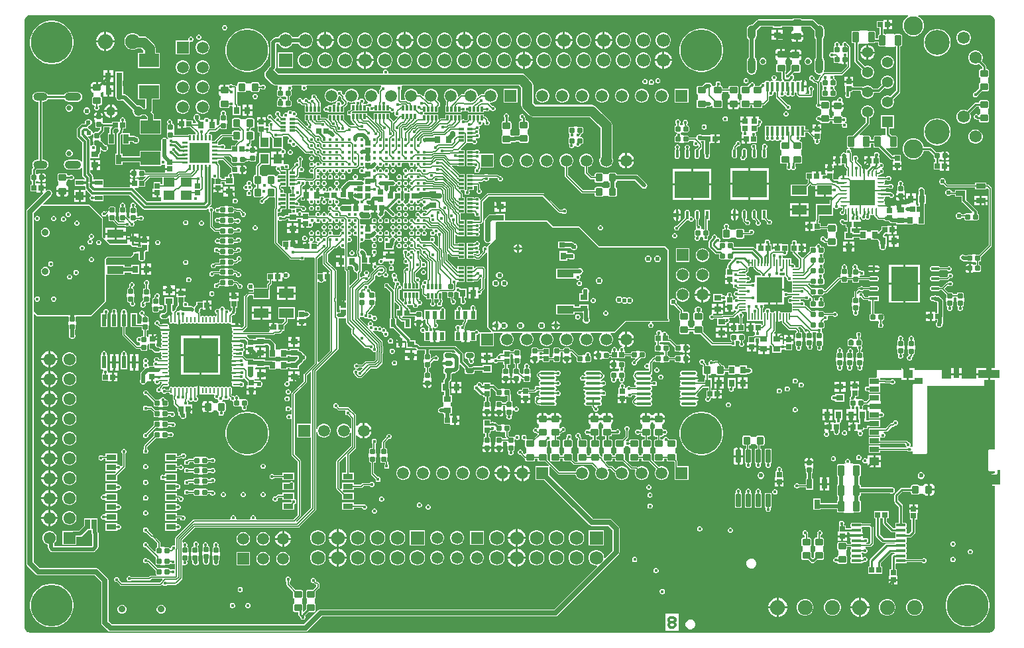
<source format=gbl>
G04*
G04 #@! TF.GenerationSoftware,Altium Limited,Altium Designer,23.10.1 (27)*
G04*
G04 Layer_Physical_Order=8*
G04 Layer_Color=16711680*
%FSLAX44Y44*%
%MOMM*%
G71*
G04*
G04 #@! TF.SameCoordinates,A260BEBF-06BD-4FBC-8D66-A32A8B5517DE*
G04*
G04*
G04 #@! TF.FilePolarity,Positive*
G04*
G01*
G75*
%ADD10C,0.2540*%
%ADD15C,0.2032*%
%ADD16C,0.1270*%
%ADD18C,0.3810*%
%ADD25R,0.8000X1.0000*%
%ADD32R,0.6400X0.6400*%
%ADD33R,0.9500X0.7500*%
G04:AMPARAMS|DCode=41|XSize=0.6mm|YSize=0.6mm|CornerRadius=0.06mm|HoleSize=0mm|Usage=FLASHONLY|Rotation=90.000|XOffset=0mm|YOffset=0mm|HoleType=Round|Shape=RoundedRectangle|*
%AMROUNDEDRECTD41*
21,1,0.6000,0.4800,0,0,90.0*
21,1,0.4800,0.6000,0,0,90.0*
1,1,0.1200,0.2400,0.2400*
1,1,0.1200,0.2400,-0.2400*
1,1,0.1200,-0.2400,-0.2400*
1,1,0.1200,-0.2400,0.2400*
%
%ADD41ROUNDEDRECTD41*%
%ADD42R,0.7500X0.9500*%
%ADD51R,0.6000X1.5500*%
G04:AMPARAMS|DCode=54|XSize=0.6mm|YSize=0.6mm|CornerRadius=0.06mm|HoleSize=0mm|Usage=FLASHONLY|Rotation=180.000|XOffset=0mm|YOffset=0mm|HoleType=Round|Shape=RoundedRectangle|*
%AMROUNDEDRECTD54*
21,1,0.6000,0.4800,0,0,180.0*
21,1,0.4800,0.6000,0,0,180.0*
1,1,0.1200,-0.2400,0.2400*
1,1,0.1200,0.2400,0.2400*
1,1,0.1200,0.2400,-0.2400*
1,1,0.1200,-0.2400,-0.2400*
%
%ADD54ROUNDEDRECTD54*%
%ADD55R,0.6350X1.2700*%
G04:AMPARAMS|DCode=58|XSize=1mm|YSize=0.9mm|CornerRadius=0.1125mm|HoleSize=0mm|Usage=FLASHONLY|Rotation=0.000|XOffset=0mm|YOffset=0mm|HoleType=Round|Shape=RoundedRectangle|*
%AMROUNDEDRECTD58*
21,1,1.0000,0.6750,0,0,0.0*
21,1,0.7750,0.9000,0,0,0.0*
1,1,0.2250,0.3875,-0.3375*
1,1,0.2250,-0.3875,-0.3375*
1,1,0.2250,-0.3875,0.3375*
1,1,0.2250,0.3875,0.3375*
%
%ADD58ROUNDEDRECTD58*%
%ADD89C,0.9000*%
%ADD93C,1.3900*%
%ADD99C,1.5700*%
%ADD103C,3.2000*%
%ADD104R,1.3900X1.3900*%
%ADD105C,2.4500*%
G04:AMPARAMS|DCode=106|XSize=1mm|YSize=1.8mm|CornerRadius=0.5mm|HoleSize=0mm|Usage=FLASHONLY|Rotation=180.000|XOffset=0mm|YOffset=0mm|HoleType=Round|Shape=RoundedRectangle|*
%AMROUNDEDRECTD106*
21,1,1.0000,0.8000,0,0,180.0*
21,1,0.0000,1.8000,0,0,180.0*
1,1,1.0000,0.0000,0.4000*
1,1,1.0000,0.0000,0.4000*
1,1,1.0000,0.0000,-0.4000*
1,1,1.0000,0.0000,-0.4000*
%
%ADD106ROUNDEDRECTD106*%
G04:AMPARAMS|DCode=107|XSize=1mm|YSize=2.1mm|CornerRadius=0.5mm|HoleSize=0mm|Usage=FLASHONLY|Rotation=180.000|XOffset=0mm|YOffset=0mm|HoleType=Round|Shape=RoundedRectangle|*
%AMROUNDEDRECTD107*
21,1,1.0000,1.1000,0,0,180.0*
21,1,0.0000,2.1000,0,0,180.0*
1,1,1.0000,0.0000,0.5500*
1,1,1.0000,0.0000,0.5500*
1,1,1.0000,0.0000,-0.5500*
1,1,1.0000,0.0000,-0.5500*
%
%ADD107ROUNDEDRECTD107*%
%ADD108C,0.6500*%
G04:AMPARAMS|DCode=111|XSize=1mm|YSize=2.1mm|CornerRadius=0.5mm|HoleSize=0mm|Usage=FLASHONLY|Rotation=270.000|XOffset=0mm|YOffset=0mm|HoleType=Round|Shape=RoundedRectangle|*
%AMROUNDEDRECTD111*
21,1,1.0000,1.1000,0,0,270.0*
21,1,0.0000,2.1000,0,0,270.0*
1,1,1.0000,-0.5500,0.0000*
1,1,1.0000,-0.5500,0.0000*
1,1,1.0000,0.5500,0.0000*
1,1,1.0000,0.5500,0.0000*
%
%ADD111ROUNDEDRECTD111*%
G04:AMPARAMS|DCode=112|XSize=1mm|YSize=1.8mm|CornerRadius=0.5mm|HoleSize=0mm|Usage=FLASHONLY|Rotation=270.000|XOffset=0mm|YOffset=0mm|HoleType=Round|Shape=RoundedRectangle|*
%AMROUNDEDRECTD112*
21,1,1.0000,0.8000,0,0,270.0*
21,1,0.0000,1.8000,0,0,270.0*
1,1,1.0000,-0.4000,0.0000*
1,1,1.0000,-0.4000,0.0000*
1,1,1.0000,0.4000,0.0000*
1,1,1.0000,0.4000,0.0000*
%
%ADD112ROUNDEDRECTD112*%
%ADD113C,0.6350*%
%ADD115C,0.1524*%
%ADD116C,0.5080*%
%ADD117C,0.3048*%
%ADD118C,1.2700*%
%ADD119R,1.5000X1.5000*%
%ADD120C,1.5000*%
%ADD121C,0.6000*%
%ADD122C,0.3556*%
%ADD123C,5.3000*%
%ADD124C,1.7000*%
%ADD125C,1.9000*%
%ADD126C,1.7272*%
%ADD127C,1.2000*%
%ADD128C,1.5500*%
%ADD129R,1.5500X1.5500*%
%ADD130R,1.7000X1.7000*%
%ADD131R,1.6764X1.6764*%
%ADD132R,1.5000X1.5000*%
%ADD133C,0.4064*%
%ADD134C,0.6096*%
%ADD135C,0.6000*%
G04:AMPARAMS|DCode=137|XSize=1mm|YSize=0.9mm|CornerRadius=0.1125mm|HoleSize=0mm|Usage=FLASHONLY|Rotation=90.000|XOffset=0mm|YOffset=0mm|HoleType=Round|Shape=RoundedRectangle|*
%AMROUNDEDRECTD137*
21,1,1.0000,0.6750,0,0,90.0*
21,1,0.7750,0.9000,0,0,90.0*
1,1,0.2250,0.3375,0.3875*
1,1,0.2250,0.3375,-0.3875*
1,1,0.2250,-0.3375,-0.3875*
1,1,0.2250,-0.3375,0.3875*
%
%ADD137ROUNDEDRECTD137*%
%ADD138R,0.3000X0.6500*%
%ADD139R,0.6400X0.6400*%
G04:AMPARAMS|DCode=140|XSize=0.4mm|YSize=1.2mm|CornerRadius=0.05mm|HoleSize=0mm|Usage=FLASHONLY|Rotation=90.000|XOffset=0mm|YOffset=0mm|HoleType=Round|Shape=RoundedRectangle|*
%AMROUNDEDRECTD140*
21,1,0.4000,1.1000,0,0,90.0*
21,1,0.3000,1.2000,0,0,90.0*
1,1,0.1000,0.5500,0.1500*
1,1,0.1000,0.5500,-0.1500*
1,1,0.1000,-0.5500,-0.1500*
1,1,0.1000,-0.5500,0.1500*
%
%ADD140ROUNDEDRECTD140*%
G04:AMPARAMS|DCode=141|XSize=1.3mm|YSize=0.8mm|CornerRadius=0.1mm|HoleSize=0mm|Usage=FLASHONLY|Rotation=90.000|XOffset=0mm|YOffset=0mm|HoleType=Round|Shape=RoundedRectangle|*
%AMROUNDEDRECTD141*
21,1,1.3000,0.6000,0,0,90.0*
21,1,1.1000,0.8000,0,0,90.0*
1,1,0.2000,0.3000,0.5500*
1,1,0.2000,0.3000,-0.5500*
1,1,0.2000,-0.3000,-0.5500*
1,1,0.2000,-0.3000,0.5500*
%
%ADD141ROUNDEDRECTD141*%
%ADD142R,1.2700X0.7600*%
%ADD143R,0.6000X1.0000*%
G04:AMPARAMS|DCode=144|XSize=1.05mm|YSize=0.6mm|CornerRadius=0.15mm|HoleSize=0mm|Usage=FLASHONLY|Rotation=180.000|XOffset=0mm|YOffset=0mm|HoleType=Round|Shape=RoundedRectangle|*
%AMROUNDEDRECTD144*
21,1,1.0500,0.3000,0,0,180.0*
21,1,0.7500,0.6000,0,0,180.0*
1,1,0.3000,-0.3750,0.1500*
1,1,0.3000,0.3750,0.1500*
1,1,0.3000,0.3750,-0.1500*
1,1,0.3000,-0.3750,-0.1500*
%
%ADD144ROUNDEDRECTD144*%
%ADD145O,2.0000X0.3500*%
G04:AMPARAMS|DCode=146|XSize=0.4mm|YSize=1.2mm|CornerRadius=0.05mm|HoleSize=0mm|Usage=FLASHONLY|Rotation=180.000|XOffset=0mm|YOffset=0mm|HoleType=Round|Shape=RoundedRectangle|*
%AMROUNDEDRECTD146*
21,1,0.4000,1.1000,0,0,180.0*
21,1,0.3000,1.2000,0,0,180.0*
1,1,0.1000,-0.1500,0.5500*
1,1,0.1000,0.1500,0.5500*
1,1,0.1000,0.1500,-0.5500*
1,1,0.1000,-0.1500,-0.5500*
%
%ADD146ROUNDEDRECTD146*%
%ADD147R,1.2000X0.6500*%
G04:AMPARAMS|DCode=148|XSize=0.8078mm|YSize=0.2393mm|CornerRadius=0.1196mm|HoleSize=0mm|Usage=FLASHONLY|Rotation=180.000|XOffset=0mm|YOffset=0mm|HoleType=Round|Shape=RoundedRectangle|*
%AMROUNDEDRECTD148*
21,1,0.8078,0.0000,0,0,180.0*
21,1,0.5686,0.2393,0,0,180.0*
1,1,0.2393,-0.2843,0.0000*
1,1,0.2393,0.2843,0.0000*
1,1,0.2393,0.2843,0.0000*
1,1,0.2393,-0.2843,0.0000*
%
%ADD148ROUNDEDRECTD148*%
G04:AMPARAMS|DCode=149|XSize=0.2393mm|YSize=0.8078mm|CornerRadius=0.1196mm|HoleSize=0mm|Usage=FLASHONLY|Rotation=180.000|XOffset=0mm|YOffset=0mm|HoleType=Round|Shape=RoundedRectangle|*
%AMROUNDEDRECTD149*
21,1,0.2393,0.5686,0,0,180.0*
21,1,0.0000,0.8078,0,0,180.0*
1,1,0.2393,0.0000,0.2843*
1,1,0.2393,0.0000,0.2843*
1,1,0.2393,0.0000,-0.2843*
1,1,0.2393,0.0000,-0.2843*
%
%ADD149ROUNDEDRECTD149*%
%ADD150R,1.9000X1.2000*%
%ADD151R,3.2000X3.2000*%
%ADD152R,4.4000X3.5000*%
G04:AMPARAMS|DCode=153|XSize=1.0611mm|YSize=0.3925mm|CornerRadius=0.1962mm|HoleSize=0mm|Usage=FLASHONLY|Rotation=90.000|XOffset=0mm|YOffset=0mm|HoleType=Round|Shape=RoundedRectangle|*
%AMROUNDEDRECTD153*
21,1,1.0611,0.0000,0,0,90.0*
21,1,0.6686,0.3925,0,0,90.0*
1,1,0.3925,0.0000,0.3343*
1,1,0.3925,0.0000,-0.3343*
1,1,0.3925,0.0000,-0.3343*
1,1,0.3925,0.0000,0.3343*
%
%ADD153ROUNDEDRECTD153*%
%ADD154R,3.5000X4.4000*%
G04:AMPARAMS|DCode=155|XSize=1.0611mm|YSize=0.3925mm|CornerRadius=0.1962mm|HoleSize=0mm|Usage=FLASHONLY|Rotation=0.000|XOffset=0mm|YOffset=0mm|HoleType=Round|Shape=RoundedRectangle|*
%AMROUNDEDRECTD155*
21,1,1.0611,0.0000,0,0,0.0*
21,1,0.6686,0.3925,0,0,0.0*
1,1,0.3925,0.3343,0.0000*
1,1,0.3925,-0.3343,0.0000*
1,1,0.3925,-0.3343,0.0000*
1,1,0.3925,0.3343,0.0000*
%
%ADD155ROUNDEDRECTD155*%
%ADD156R,2.8000X1.0000*%
%ADD157R,1.2000X1.0000*%
%ADD158R,3.2000X3.2000*%
%ADD159R,0.2000X0.8500*%
%ADD160R,0.9500X0.8000*%
%ADD161C,1.1447*%
%ADD162R,1.2000X0.7000*%
%ADD163R,0.6500X1.2000*%
%ADD164R,2.1500X1.0000*%
G04:AMPARAMS|DCode=165|XSize=0.65mm|YSize=1.65mm|CornerRadius=0.0488mm|HoleSize=0mm|Usage=FLASHONLY|Rotation=0.000|XOffset=0mm|YOffset=0mm|HoleType=Round|Shape=RoundedRectangle|*
%AMROUNDEDRECTD165*
21,1,0.6500,1.5525,0,0,0.0*
21,1,0.5525,1.6500,0,0,0.0*
1,1,0.0975,0.2763,-0.7763*
1,1,0.0975,-0.2763,-0.7763*
1,1,0.0975,-0.2763,0.7763*
1,1,0.0975,0.2763,0.7763*
%
%ADD165ROUNDEDRECTD165*%
%ADD166R,1.1000X1.3000*%
%ADD167R,2.5000X2.5000*%
%ADD168R,1.4000X1.2000*%
%ADD169R,1.0000X1.0000*%
%ADD170O,0.7500X0.2500*%
%ADD171R,4.5000X4.5000*%
%ADD172O,0.2500X0.7500*%
%ADD173R,0.6500X0.3000*%
%ADD174R,0.6400X0.9200*%
%ADD175R,2.1500X3.2500*%
%ADD176R,0.3925X1.0611*%
%ADD177R,1.0611X0.3925*%
%ADD178R,0.8078X0.2393*%
%ADD179C,0.2520*%
%ADD180R,0.8500X0.2000*%
%ADD181R,2.5000X1.7000*%
%ADD182R,1.0000X0.6000*%
%ADD183R,0.9200X0.6400*%
%ADD184C,0.5000*%
G36*
X1659494Y1074532D02*
X1660862Y1073965D01*
X1662094Y1073142D01*
X1663142Y1072094D01*
X1663965Y1070862D01*
X1664532Y1069494D01*
X1664821Y1068041D01*
Y1067300D01*
Y623386D01*
X1658620D01*
Y615846D01*
Y608307D01*
X1664821D01*
Y519721D01*
X1657850D01*
X1656878Y519319D01*
X1656475Y518346D01*
Y492846D01*
X1656878Y491874D01*
X1657850Y491472D01*
X1664821D01*
Y488969D01*
X1663903D01*
X1661801Y488406D01*
X1659966Y487346D01*
X1666350D01*
X1667850Y488846D01*
Y492846D01*
X1671350D01*
Y474346D01*
X1659664D01*
X1659917Y474093D01*
X1661801Y473005D01*
X1663903Y472442D01*
X1664821D01*
Y292700D01*
Y291959D01*
X1664532Y290506D01*
X1663965Y289138D01*
X1663142Y287906D01*
X1662094Y286858D01*
X1660862Y286035D01*
X1659494Y285468D01*
X1658041Y285179D01*
X431959D01*
X430506Y285468D01*
X429138Y286035D01*
X427906Y286858D01*
X426858Y287906D01*
X426035Y289138D01*
X425468Y290506D01*
X425179Y291959D01*
Y292700D01*
Y1067300D01*
Y1068041D01*
X425468Y1069494D01*
X426035Y1070862D01*
X426858Y1072094D01*
X427906Y1073142D01*
X429138Y1073965D01*
X430506Y1074532D01*
X431959Y1074821D01*
X1554019D01*
X1554359Y1073551D01*
X1552399Y1072419D01*
X1549881Y1069901D01*
X1548101Y1066818D01*
X1547180Y1063380D01*
Y1059820D01*
X1548101Y1056382D01*
X1549881Y1053298D01*
X1552399Y1050781D01*
X1555482Y1049001D01*
X1558920Y1048080D01*
X1562480D01*
X1565918Y1049001D01*
X1569001Y1050781D01*
X1571519Y1053298D01*
X1573299Y1056382D01*
X1574220Y1059820D01*
Y1063380D01*
X1573299Y1066818D01*
X1571519Y1069901D01*
X1569001Y1072419D01*
X1567041Y1073551D01*
X1567381Y1074821D01*
X1658041D01*
X1659494Y1074532D01*
D02*
G37*
%LPC*%
G36*
X1533740Y1068740D02*
X1529270D01*
Y1064270D01*
X1533740D01*
Y1068740D01*
D02*
G37*
G36*
X1416115Y1070957D02*
X1408365D01*
X1407431Y1070771D01*
X1406638Y1070242D01*
X1406164Y1069532D01*
X1363738D01*
X1362003Y1069187D01*
X1360533Y1068205D01*
X1360533Y1068205D01*
X1355110Y1062782D01*
X1354300Y1062943D01*
X1351854Y1062456D01*
X1349780Y1061070D01*
X1348394Y1058996D01*
X1347907Y1056550D01*
Y1048550D01*
X1348394Y1046104D01*
X1349780Y1044030D01*
X1350456Y1043577D01*
Y1021223D01*
X1349780Y1020770D01*
X1348394Y1018697D01*
X1347907Y1016250D01*
Y1005250D01*
X1348394Y1002804D01*
X1349780Y1000730D01*
X1351854Y999344D01*
X1354300Y998857D01*
X1356746Y999344D01*
X1358820Y1000730D01*
X1360206Y1002804D01*
X1360693Y1005250D01*
Y1016250D01*
X1360206Y1018697D01*
X1358820Y1020770D01*
X1358144Y1021223D01*
Y1043577D01*
X1358820Y1044030D01*
X1360206Y1046104D01*
X1360693Y1048550D01*
Y1055546D01*
X1365615Y1060468D01*
X1380820D01*
Y1058620D01*
X1392860D01*
Y1060468D01*
X1406351D01*
X1406638Y1060038D01*
X1407240Y1059636D01*
Y1055028D01*
X1406935Y1054967D01*
X1405723Y1054157D01*
X1404913Y1052945D01*
X1404628Y1051515D01*
Y1049410D01*
X1412240D01*
X1419852D01*
Y1051515D01*
X1419567Y1052945D01*
X1418757Y1054157D01*
X1417545Y1054967D01*
X1417240Y1055028D01*
Y1059636D01*
X1417842Y1060038D01*
X1418129Y1060468D01*
X1429385D01*
X1434307Y1055546D01*
Y1048550D01*
X1434794Y1046104D01*
X1436168Y1044047D01*
Y1020753D01*
X1434794Y1018697D01*
X1434307Y1016250D01*
Y1005250D01*
X1434794Y1002804D01*
X1436180Y1000730D01*
X1438254Y999344D01*
X1440700Y998857D01*
X1441919Y999100D01*
X1442544Y997929D01*
X1440564Y995948D01*
X1440143Y995318D01*
X1439995Y994575D01*
Y993174D01*
X1438502Y991681D01*
X1438419D01*
X1438163Y991852D01*
X1437420Y992000D01*
X1435975D01*
X1434229Y993746D01*
Y994958D01*
X1433727Y996172D01*
X1432798Y997101D01*
X1431584Y997604D01*
X1430271D01*
X1429057Y997101D01*
X1428128Y996172D01*
X1427625Y994958D01*
Y993645D01*
X1428128Y992431D01*
X1429057Y991502D01*
X1430271Y991000D01*
X1431483D01*
X1433797Y988685D01*
X1434428Y988263D01*
X1435171Y988116D01*
X1436615D01*
X1437555Y987176D01*
Y962458D01*
X1436698Y961601D01*
X1436196Y960387D01*
Y959073D01*
X1436698Y957860D01*
X1437627Y956931D01*
X1438841Y956428D01*
X1440155D01*
X1440213Y956453D01*
X1440403Y956438D01*
X1441621Y955661D01*
X1441669Y955421D01*
X1442198Y954629D01*
X1442800Y954227D01*
Y948234D01*
X1442198Y947832D01*
X1441669Y947040D01*
X1441621Y946800D01*
X1440403Y946023D01*
X1440213Y946008D01*
X1440155Y946033D01*
X1438841D01*
X1437627Y945530D01*
X1436698Y944601D01*
X1436196Y943388D01*
Y942074D01*
X1436698Y940860D01*
X1437627Y939931D01*
X1438841Y939429D01*
X1440155D01*
X1440213Y939453D01*
X1440429Y939436D01*
X1441585Y938845D01*
X1441669Y938421D01*
X1442198Y937629D01*
X1442991Y937100D01*
X1443925Y936914D01*
X1451675D01*
X1452610Y937100D01*
X1453402Y937629D01*
X1453931Y938421D01*
X1454117Y939355D01*
Y939518D01*
X1457502D01*
Y938085D01*
X1457688Y937151D01*
X1458217Y936358D01*
X1459009Y935829D01*
X1459944Y935643D01*
X1467694D01*
X1468628Y935829D01*
X1468821Y935958D01*
X1469847Y935116D01*
X1469640Y934617D01*
Y933303D01*
X1470143Y932090D01*
X1471072Y931161D01*
X1472286Y930658D01*
X1473599D01*
X1474813Y931161D01*
X1475742Y932090D01*
X1476244Y933303D01*
Y934617D01*
X1475742Y935831D01*
X1474813Y936759D01*
X1473766Y937193D01*
X1473616Y937778D01*
X1473640Y938515D01*
X1473991Y938661D01*
X1474920Y939590D01*
X1475423Y940803D01*
Y942117D01*
X1474920Y943331D01*
X1473991Y944259D01*
X1472778Y944762D01*
X1471464D01*
X1471405Y944738D01*
X1471216Y944752D01*
X1469997Y945529D01*
X1469950Y945770D01*
X1469420Y946562D01*
X1468819Y946964D01*
Y951572D01*
X1469124Y951633D01*
X1470336Y952443D01*
X1471146Y953655D01*
X1471430Y955085D01*
Y957190D01*
X1456207D01*
Y955085D01*
X1456491Y953655D01*
X1457301Y952443D01*
X1458513Y951633D01*
X1458819Y951572D01*
Y946964D01*
X1458217Y946562D01*
X1457688Y945770D01*
X1457502Y944835D01*
Y943402D01*
X1454117D01*
Y946105D01*
X1453931Y947040D01*
X1453402Y947832D01*
X1452800Y948234D01*
Y954227D01*
X1453402Y954629D01*
X1453931Y955421D01*
X1454117Y956356D01*
Y963105D01*
X1453931Y964040D01*
X1453402Y964832D01*
X1452610Y965361D01*
X1451675Y965547D01*
X1443925D01*
X1442991Y965361D01*
X1442710Y965174D01*
X1441440Y965809D01*
Y987980D01*
X1441292Y988724D01*
X1441190Y988876D01*
X1442303Y989989D01*
X1443573Y989463D01*
Y986248D01*
X1443719Y985519D01*
X1444132Y984900D01*
X1444444Y984692D01*
X1444812Y984023D01*
X1444926Y983157D01*
X1444578Y982319D01*
Y981005D01*
X1444664Y980799D01*
X1444748Y979552D01*
X1444132Y979108D01*
X1443719Y978490D01*
X1443573Y977760D01*
Y972960D01*
X1443719Y972230D01*
X1444132Y971612D01*
X1444750Y971199D01*
X1445480Y971053D01*
X1450187D01*
X1450880Y970360D01*
X1454880D01*
X1455573Y971053D01*
X1460280D01*
X1461010Y971199D01*
X1461628Y971612D01*
X1462041Y972230D01*
X1462187Y972960D01*
Y977760D01*
X1462041Y978490D01*
X1461628Y979108D01*
X1461010Y979521D01*
X1460555Y979612D01*
X1460068Y980485D01*
X1459955Y980921D01*
Y982235D01*
X1459608Y983072D01*
X1460218Y984342D01*
X1460280D01*
X1461010Y984487D01*
X1461628Y984900D01*
X1462041Y985519D01*
X1462187Y986248D01*
Y991049D01*
X1462041Y991778D01*
X1461628Y992397D01*
X1461010Y992810D01*
X1460484Y992915D01*
X1460083Y993643D01*
X1459917Y994225D01*
X1459945Y994294D01*
Y995607D01*
X1459443Y996821D01*
X1460002Y998058D01*
X1469000D01*
X1469743Y998205D01*
X1470373Y998627D01*
X1479398Y1007652D01*
X1479819Y1008282D01*
X1479967Y1009025D01*
Y1034239D01*
X1479819Y1034982D01*
X1479398Y1035612D01*
X1476629Y1038381D01*
X1476239Y1038642D01*
X1475920Y1039413D01*
X1474991Y1040342D01*
X1473777Y1040844D01*
X1472463D01*
X1471250Y1040342D01*
X1470321Y1039413D01*
X1469818Y1038199D01*
Y1036886D01*
X1469387Y1036240D01*
X1466854D01*
X1466422Y1036886D01*
Y1038199D01*
X1465920Y1039413D01*
X1464991Y1040342D01*
X1463777Y1040844D01*
X1462463D01*
X1461250Y1040342D01*
X1460321Y1039413D01*
X1459818Y1038199D01*
Y1036885D01*
X1459904Y1036679D01*
X1459988Y1035432D01*
X1459372Y1034988D01*
X1458958Y1034370D01*
X1458813Y1033640D01*
Y1028840D01*
X1458930Y1028255D01*
X1458580Y1027780D01*
X1457994Y1027268D01*
X1457300Y1027555D01*
X1455986D01*
X1454773Y1027053D01*
X1453844Y1026124D01*
X1453341Y1024910D01*
Y1023597D01*
X1453844Y1022383D01*
X1454773Y1021454D01*
X1455986Y1020952D01*
X1457300D01*
X1457668Y1021104D01*
X1458464Y1020581D01*
X1458813Y1020204D01*
Y1015552D01*
X1458958Y1014822D01*
X1459372Y1014203D01*
X1459990Y1013790D01*
X1460720Y1013645D01*
X1465427D01*
X1466120Y1012952D01*
X1468959D01*
X1469495Y1012594D01*
X1470720Y1012350D01*
X1471850D01*
Y1017952D01*
X1474390D01*
Y1012350D01*
X1475520D01*
X1476083Y1011888D01*
Y1009829D01*
X1468195Y1001942D01*
X1447558D01*
X1447127Y1002333D01*
X1446665Y1003099D01*
X1447093Y1005250D01*
Y1016250D01*
X1446606Y1018697D01*
X1445232Y1020753D01*
Y1044047D01*
X1446606Y1046104D01*
X1447093Y1048550D01*
Y1056550D01*
X1446606Y1058996D01*
X1445220Y1061070D01*
X1443146Y1062456D01*
X1440700Y1062943D01*
X1439890Y1062782D01*
X1434467Y1068205D01*
X1432997Y1069187D01*
X1431262Y1069532D01*
X1418316D01*
X1417842Y1070242D01*
X1417050Y1070771D01*
X1416115Y1070957D01*
D02*
G37*
G36*
X1533740Y1061730D02*
X1529270D01*
Y1057260D01*
X1533740D01*
Y1061730D01*
D02*
G37*
G36*
X681657Y1062302D02*
X680343D01*
X679130Y1061799D01*
X678201Y1060870D01*
X677698Y1059657D01*
Y1058343D01*
X678201Y1057130D01*
X679130Y1056201D01*
X680343Y1055698D01*
X681657D01*
X682870Y1056201D01*
X683799Y1057130D01*
X684302Y1058343D01*
Y1059657D01*
X683799Y1060870D01*
X682870Y1061799D01*
X681657Y1062302D01*
D02*
G37*
G36*
X1394130Y1055930D02*
X1388110D01*
Y1050910D01*
X1394130D01*
Y1055930D01*
D02*
G37*
G36*
X1385570D02*
X1379550D01*
Y1050910D01*
X1385570D01*
Y1055930D01*
D02*
G37*
G36*
X785386Y1052470D02*
X782814D01*
X780329Y1051804D01*
X778101Y1050518D01*
X776282Y1048699D01*
X775061Y1046585D01*
X767739D01*
X766518Y1048699D01*
X764699Y1050518D01*
X762471Y1051804D01*
X759986Y1052470D01*
X757414D01*
X754929Y1051804D01*
X752701Y1050518D01*
X750882Y1048699D01*
X749661Y1046585D01*
X745926D01*
X744439Y1046289D01*
X743179Y1045447D01*
X740203Y1042471D01*
X739361Y1041211D01*
X739065Y1039724D01*
Y1009989D01*
X737132Y1008056D01*
X736290Y1006796D01*
X736163Y1006155D01*
X735842Y1006022D01*
X734250Y1004801D01*
X733029Y1003209D01*
X732261Y1001356D01*
X731999Y999367D01*
X732261Y997377D01*
X733029Y995524D01*
X734250Y993932D01*
X741117Y987065D01*
X741117Y987065D01*
X742709Y985844D01*
X744562Y985076D01*
X746551Y984814D01*
X746552Y984814D01*
X748606D01*
X749133Y983544D01*
X749121Y983533D01*
X748618Y982319D01*
Y981005D01*
X748704Y980799D01*
X748788Y979552D01*
X748172Y979108D01*
X747758Y978490D01*
X747613Y977760D01*
Y972960D01*
X747758Y972230D01*
X748172Y971612D01*
X748790Y971199D01*
X749520Y971053D01*
X754227D01*
X754920Y970360D01*
X758920D01*
X759589Y970083D01*
Y967349D01*
X758920Y967072D01*
X755193D01*
X754720Y968213D01*
X753791Y969142D01*
X752577Y969645D01*
X751263D01*
X750050Y969142D01*
X749121Y968213D01*
X748618Y967000D01*
Y966118D01*
X748172Y965820D01*
X747758Y965201D01*
X747613Y964472D01*
Y959671D01*
X747758Y958942D01*
X748172Y958323D01*
X748790Y957910D01*
X749520Y957765D01*
X754227D01*
X754920Y957072D01*
X758920D01*
X759613Y957765D01*
X764320D01*
X765050Y957910D01*
X765668Y958323D01*
X766081Y958942D01*
X766227Y959671D01*
Y964472D01*
X766081Y965201D01*
X765668Y965820D01*
X765050Y966233D01*
X764320Y966378D01*
X764251D01*
Y971053D01*
X764320D01*
X765050Y971199D01*
X765668Y971612D01*
X766081Y972230D01*
X766227Y972960D01*
Y977760D01*
X766081Y978490D01*
X765739Y979002D01*
X766577Y979840D01*
X767080Y981053D01*
Y982367D01*
X766577Y983580D01*
X767140Y984814D01*
X778958D01*
X779521Y983580D01*
X779018Y982367D01*
Y981053D01*
X779521Y979840D01*
X780450Y978911D01*
X781663Y978408D01*
X782977D01*
X784190Y978911D01*
X785119Y979840D01*
X785622Y981053D01*
Y982367D01*
X785119Y983580D01*
X785682Y984814D01*
X880685D01*
X880889Y984433D01*
X881075Y983544D01*
X880334Y982803D01*
X879831Y981590D01*
Y980316D01*
X878656Y979140D01*
X878235Y978510D01*
X878087Y977767D01*
Y974291D01*
X876817Y974124D01*
X876532Y975185D01*
X875378Y977185D01*
X873745Y978818D01*
X871745Y979972D01*
X869515Y980570D01*
X867205D01*
X864975Y979972D01*
X862975Y978818D01*
X861342Y977185D01*
X860188Y975185D01*
X859590Y972955D01*
Y970645D01*
X860188Y968415D01*
X861342Y966415D01*
X862975Y964782D01*
X864008Y964186D01*
X864097Y963757D01*
X864047Y962697D01*
X863366Y962016D01*
X862857Y961915D01*
X862227Y961493D01*
X862226Y961493D01*
X862073Y961339D01*
X860992D01*
X860249Y961191D01*
X860224Y961175D01*
X858210D01*
X857906Y962210D01*
X857895Y962445D01*
X858779Y963330D01*
X859282Y964543D01*
Y965857D01*
X858779Y967070D01*
X857850Y967999D01*
X856637Y968502D01*
X855323D01*
X854110Y967999D01*
X853181Y967070D01*
X853037Y966723D01*
X851557Y965962D01*
X851183D01*
X850449Y967232D01*
X851132Y968415D01*
X851730Y970645D01*
Y972955D01*
X851132Y975185D01*
X849978Y977185D01*
X848345Y978818D01*
X846345Y979972D01*
X844115Y980570D01*
X841805D01*
X839575Y979972D01*
X837575Y978818D01*
X835942Y977185D01*
X834788Y975185D01*
X834264Y973231D01*
X833473Y972856D01*
X832920Y972779D01*
X831144Y974555D01*
Y975767D01*
X830642Y976981D01*
X829713Y977909D01*
X828499Y978412D01*
X827186D01*
X825972Y977909D01*
X825752Y977690D01*
X824694Y977235D01*
X824083Y977680D01*
X822945Y978818D01*
X820945Y979972D01*
X818715Y980570D01*
X816405D01*
X814175Y979972D01*
X812175Y978818D01*
X810542Y977185D01*
X809388Y975185D01*
X808790Y972955D01*
Y970645D01*
X809388Y968415D01*
X810542Y966415D01*
X812175Y964782D01*
X814175Y963628D01*
X816405Y963030D01*
X818715D01*
X820945Y963628D01*
X822945Y964782D01*
X824578Y966415D01*
X825732Y968415D01*
X826330Y970645D01*
Y971236D01*
X827186Y971808D01*
X828398D01*
X830076Y970129D01*
Y967880D01*
X830224Y967136D01*
X830645Y966506D01*
X833718Y963434D01*
Y961886D01*
X832595Y960764D01*
X831994Y960645D01*
X831364Y960223D01*
X831364Y960223D01*
X830735Y960325D01*
X829696Y961109D01*
Y962423D01*
X829193Y963636D01*
X828265Y964565D01*
X827051Y965068D01*
X825737D01*
X824524Y964565D01*
X823595Y963636D01*
X823092Y962423D01*
X821822Y961603D01*
X821443Y961760D01*
X820129D01*
X818915Y961257D01*
X817987Y960328D01*
X817668Y959560D01*
X812907D01*
Y958464D01*
X811637Y957615D01*
X811340Y957738D01*
X810026D01*
X808812Y957236D01*
X807883Y956307D01*
X807381Y955093D01*
Y953780D01*
X807883Y952566D01*
X808812Y951637D01*
X810026Y951134D01*
X811340D01*
X811637Y951258D01*
X812907Y950520D01*
Y950520D01*
X823447D01*
Y950520D01*
X833447D01*
Y956813D01*
X833570Y956936D01*
X834172Y957056D01*
X834802Y957477D01*
X837033Y959708D01*
X837455Y960339D01*
X837602Y961082D01*
Y963300D01*
X838872Y964033D01*
X839575Y963628D01*
X841805Y963030D01*
X844115D01*
X846345Y963628D01*
X846425Y963674D01*
X846625Y963613D01*
X847598Y962885D01*
Y962003D01*
X847045Y961175D01*
X842230D01*
Y954882D01*
X840676Y953328D01*
X839966D01*
X838753Y952825D01*
X837824Y951896D01*
X837321Y950683D01*
Y949369D01*
X837824Y948155D01*
X838753Y947226D01*
X839966Y946724D01*
X841280D01*
X842230Y946089D01*
Y940635D01*
X843058D01*
Y940000D01*
X843205Y939257D01*
X843626Y938626D01*
X846957Y935296D01*
X846471Y934122D01*
X842270D01*
X841632Y934249D01*
X840965D01*
X833447Y941767D01*
Y948060D01*
X812907D01*
Y942965D01*
X811734Y942479D01*
X811072Y943141D01*
X810442Y943562D01*
X809699Y943709D01*
X804159D01*
Y948060D01*
X783619D01*
Y939020D01*
X786042D01*
Y938237D01*
X786189Y937494D01*
X786610Y936863D01*
X787901Y935573D01*
X787729Y934707D01*
X786801Y933778D01*
X786772Y933711D01*
X785274Y933413D01*
X775134Y943553D01*
X774503Y943975D01*
X773760Y944122D01*
X772562D01*
X771708Y945392D01*
X771776Y946176D01*
X772419Y946820D01*
X772922Y948033D01*
Y949347D01*
X772419Y950560D01*
X771490Y951489D01*
X770277Y951992D01*
X768963D01*
X767750Y951489D01*
X767376Y951564D01*
X767249Y951870D01*
X766320Y952799D01*
X765106Y953302D01*
X763792D01*
X762579Y952799D01*
X761650Y951870D01*
X761147Y950657D01*
X759877Y950211D01*
X759657Y950302D01*
X758343D01*
X757130Y949799D01*
X756201Y948870D01*
X755698Y947657D01*
Y946343D01*
X755749Y946220D01*
X755052Y945178D01*
X753733Y945094D01*
X751796Y947031D01*
X752280Y948199D01*
Y949513D01*
X751778Y950727D01*
X750849Y951656D01*
X749635Y952158D01*
X748322D01*
X747108Y951656D01*
X746179Y950727D01*
X745676Y949513D01*
Y948199D01*
X746179Y946986D01*
X747108Y946057D01*
X747737Y945796D01*
X747758Y945764D01*
X747457Y944369D01*
X747326Y944211D01*
X747090Y944113D01*
X746161Y943184D01*
X745848Y942427D01*
X744485Y941993D01*
X741900Y944578D01*
Y945291D01*
X741398Y946505D01*
X740469Y947434D01*
X739255Y947936D01*
X737942D01*
X736728Y947434D01*
X735799Y946505D01*
X735296Y945291D01*
Y943978D01*
X735799Y942764D01*
X736728Y941835D01*
X737942Y941332D01*
X739255D01*
X739536Y941449D01*
X741335Y939650D01*
X741140Y939084D01*
X740712Y938477D01*
X739618D01*
X738404Y937974D01*
X737475Y937045D01*
X736973Y935832D01*
Y934518D01*
X737475Y933305D01*
X737582Y933197D01*
X737507Y932822D01*
X736075Y932129D01*
X735657Y932302D01*
X734779D01*
X734167Y932631D01*
X733740Y933427D01*
Y937330D01*
X722260D01*
Y932860D01*
X723530D01*
Y924930D01*
X725669D01*
Y919970D01*
X725390D01*
Y904430D01*
X738930D01*
Y918685D01*
X739517Y918879D01*
X740200Y918896D01*
X740535Y918395D01*
X741890Y917040D01*
Y904430D01*
X753373D01*
X753570Y904064D01*
X753763Y903160D01*
X753025Y902422D01*
X752522Y901209D01*
Y900240D01*
X749930D01*
Y892470D01*
X756700D01*
Y897340D01*
X757695Y897753D01*
X758624Y898681D01*
X759126Y899895D01*
Y901209D01*
X758624Y902422D01*
X757695Y903351D01*
X756481Y903854D01*
X756461D01*
X755430Y904430D01*
X755430Y905124D01*
Y919886D01*
X755725Y920083D01*
X761540D01*
X763469Y918155D01*
X763119Y916708D01*
X762566Y916479D01*
X761637Y915550D01*
X761134Y914336D01*
Y913023D01*
X761637Y911809D01*
X762566Y910880D01*
X763780Y910377D01*
X764764D01*
X765131Y910331D01*
X765937Y909352D01*
Y908917D01*
X766440Y907704D01*
X767369Y906775D01*
X768582Y906272D01*
X769896D01*
X771109Y906775D01*
X772038Y907704D01*
X772063Y907764D01*
X773561Y908062D01*
X783271Y898352D01*
X784028Y897847D01*
X784920Y897669D01*
X789661D01*
X790130Y897201D01*
X791343Y896698D01*
X792657D01*
X793870Y897201D01*
X794567Y897132D01*
X794595Y897090D01*
X797012Y894674D01*
X797012Y894674D01*
X797642Y894253D01*
X798385Y894105D01*
X800716D01*
X802003Y892818D01*
Y890487D01*
X802150Y889744D01*
X802571Y889114D01*
X804610Y887076D01*
X805201Y885870D01*
X804698Y884657D01*
Y883343D01*
X804242Y883211D01*
X803302Y884247D01*
Y884657D01*
X802799Y885870D01*
X801870Y886799D01*
X800657Y887302D01*
X799343D01*
X798130Y886799D01*
X797201Y885870D01*
X796788Y884874D01*
X796700Y884858D01*
X795606Y884858D01*
X795518Y884874D01*
X795105Y885870D01*
X794176Y886799D01*
X792963Y887302D01*
X791649D01*
X790436Y886799D01*
X789507Y885870D01*
X789004Y884657D01*
Y883343D01*
X789507Y882130D01*
X790436Y881201D01*
X791649Y880698D01*
X792963D01*
X794176Y881201D01*
X795105Y882130D01*
X795422Y882895D01*
X796691Y882932D01*
X796982Y882406D01*
X797138Y882001D01*
X796610Y880924D01*
X794648Y878962D01*
X794586Y878870D01*
X793870Y878799D01*
X792657Y879302D01*
X791343D01*
X790130Y878799D01*
X789201Y877870D01*
X788698Y876657D01*
Y875343D01*
X789201Y874130D01*
X790130Y873201D01*
X791343Y872698D01*
X792657D01*
X792809Y872761D01*
X794079Y871912D01*
Y867258D01*
X792826Y866005D01*
X785077D01*
X784535Y866367D01*
X783792Y866515D01*
X774684D01*
X774158Y867785D01*
X775503Y869130D01*
X775503Y869130D01*
X775924Y869760D01*
X776072Y870503D01*
Y873889D01*
X777293Y874465D01*
X778506Y873962D01*
X779820D01*
X781034Y874465D01*
X781963Y875394D01*
X782465Y876607D01*
Y877921D01*
X781963Y879134D01*
X781034Y880063D01*
X780164Y880424D01*
X779750Y880728D01*
X779271Y881836D01*
X779287Y881920D01*
Y888295D01*
X779444Y888360D01*
X780373Y889289D01*
X780876Y890502D01*
Y891816D01*
X780373Y893029D01*
X779444Y893958D01*
X778231Y894461D01*
X776917D01*
X775704Y893958D01*
X774775Y893029D01*
X774272Y891816D01*
Y890502D01*
X774775Y889289D01*
X775403Y888661D01*
Y887297D01*
X774133Y886449D01*
X773799Y886587D01*
X772486D01*
X771272Y886084D01*
X770343Y885155D01*
X769840Y883942D01*
Y882730D01*
X765777Y878666D01*
X765356Y878036D01*
X765208Y877293D01*
Y876449D01*
X762630D01*
Y865909D01*
Y855909D01*
X764457D01*
X765305Y854639D01*
X765175Y854324D01*
Y853010D01*
X765678Y851796D01*
X766535Y850939D01*
Y847160D01*
X762630D01*
Y836620D01*
Y826620D01*
X765522D01*
X766356Y825350D01*
X766167Y824894D01*
Y823581D01*
X766502Y822772D01*
X765876Y821501D01*
X761980D01*
Y819071D01*
X759079D01*
X758088Y818874D01*
X757248Y818313D01*
X756736Y817801D01*
X753922D01*
X753837Y817885D01*
X752624Y818388D01*
X751310D01*
X750097Y817885D01*
X749845Y817634D01*
X748575Y818160D01*
Y821430D01*
X749845Y822279D01*
X750040Y822198D01*
X751354D01*
X752567Y822701D01*
X753496Y823630D01*
X753999Y824843D01*
Y826157D01*
X755172Y826620D01*
X760170D01*
Y837160D01*
X760170D01*
Y847160D01*
X757243D01*
X757195Y847180D01*
X757084Y847286D01*
X756552Y848638D01*
X756560Y848713D01*
X756786Y849259D01*
Y850573D01*
X756283Y851786D01*
X755354Y852715D01*
X754141Y853218D01*
X753685D01*
X753181Y853721D01*
Y855213D01*
X753877Y855909D01*
X760170D01*
Y866449D01*
X760170D01*
Y876449D01*
X753877D01*
X752827Y877498D01*
X753055Y878051D01*
Y879364D01*
X752553Y880578D01*
X752241Y880890D01*
X752767Y882160D01*
X755667D01*
X756717Y882054D01*
X756886Y880967D01*
Y880723D01*
X757389Y879510D01*
X758318Y878581D01*
X759531Y878078D01*
X760845D01*
X762059Y878581D01*
X762988Y879510D01*
X763490Y880723D01*
Y882037D01*
X762988Y883250D01*
X762059Y884179D01*
X760845Y884682D01*
X759531D01*
X758318Y884179D01*
X757970Y883831D01*
X756700Y884358D01*
Y889930D01*
X748660D01*
X740620D01*
Y882160D01*
X746740D01*
X747266Y880890D01*
X746954Y880578D01*
X746451Y879364D01*
Y878051D01*
X746954Y876837D01*
X747883Y875908D01*
X749097Y875405D01*
X749426D01*
X751130Y873702D01*
Y871595D01*
X750042D01*
X748828Y871093D01*
X747899Y870164D01*
X747446Y869070D01*
X747358Y869044D01*
X746131Y869171D01*
X745602Y869963D01*
X744809Y870492D01*
X743875Y870678D01*
X737125D01*
X736190Y870492D01*
X735398Y869963D01*
X734996Y869361D01*
X729004D01*
X728602Y869963D01*
X727810Y870492D01*
X726875Y870678D01*
X725831D01*
Y880575D01*
X728686Y883430D01*
X738930D01*
Y898970D01*
X725390D01*
Y886726D01*
X721852Y883188D01*
X721347Y882432D01*
X721169Y881540D01*
Y870678D01*
X720125D01*
X719191Y870492D01*
X718398Y869963D01*
X717869Y869171D01*
X717683Y868236D01*
Y860486D01*
X717869Y859552D01*
X718398Y858760D01*
X719191Y858230D01*
X720125Y858045D01*
X721169D01*
Y854660D01*
X720125D01*
X719191Y854474D01*
X718398Y853944D01*
X717869Y853152D01*
X717683Y852218D01*
Y844468D01*
X717869Y843533D01*
X718398Y842741D01*
X719191Y842212D01*
X720125Y842026D01*
X726875D01*
X727810Y842212D01*
X728602Y842741D01*
X729000Y843337D01*
X730191Y843300D01*
X730700Y842073D01*
X728859Y840232D01*
X728196D01*
X726983Y839729D01*
X726054Y838800D01*
X725551Y837587D01*
Y836273D01*
X726054Y835060D01*
X726983Y834131D01*
X728196Y833628D01*
X729510D01*
X730723Y834131D01*
X731652Y835060D01*
X732155Y836273D01*
Y836936D01*
X733819Y838600D01*
X734423Y838720D01*
X735179Y839225D01*
X737979Y842026D01*
X743875D01*
X744963Y840947D01*
Y828060D01*
X744838Y827874D01*
X744691Y827131D01*
Y783701D01*
X744838Y782958D01*
X745260Y782328D01*
X764421Y763167D01*
X765051Y762746D01*
X765794Y762598D01*
X765794Y762598D01*
X776981D01*
X777838Y761741D01*
X779052Y761238D01*
X780366D01*
X781579Y761741D01*
X782508Y762670D01*
X783011Y763883D01*
Y765183D01*
X794968D01*
X796073Y764227D01*
Y629819D01*
X782580Y616326D01*
X782159Y615696D01*
X782011Y614953D01*
Y606753D01*
X767139Y591881D01*
X766718Y591251D01*
X766570Y590508D01*
Y572162D01*
X765302Y572157D01*
X764799Y573370D01*
X763870Y574299D01*
X762657Y574802D01*
X761343D01*
X760130Y574299D01*
X759201Y573370D01*
X758698Y572157D01*
Y570843D01*
X759201Y569630D01*
X760130Y568701D01*
X761343Y568198D01*
X762657D01*
X763870Y568701D01*
X764799Y569630D01*
X765302Y570843D01*
X766570Y570838D01*
Y564506D01*
X765300Y563980D01*
X765140Y564139D01*
X763927Y564642D01*
X762613D01*
X761400Y564139D01*
X760471Y563210D01*
X759968Y561997D01*
Y560683D01*
X760471Y559470D01*
X761400Y558541D01*
X762613Y558038D01*
X763927D01*
X765140Y558541D01*
X765300Y558700D01*
X766570Y558174D01*
Y512488D01*
X766718Y511745D01*
X767139Y511115D01*
X774518Y503736D01*
Y435804D01*
X768735Y430022D01*
X721673D01*
X720824Y431292D01*
X720852Y431360D01*
Y432674D01*
X720349Y433887D01*
X719420Y434816D01*
X718207Y435319D01*
X716893D01*
X715680Y434816D01*
X714751Y433887D01*
X714248Y432674D01*
Y431360D01*
X714276Y431292D01*
X713428Y430022D01*
X696273D01*
X695424Y431292D01*
X695452Y431360D01*
Y432674D01*
X694949Y433887D01*
X694020Y434816D01*
X692807Y435319D01*
X691493D01*
X690280Y434816D01*
X689351Y433887D01*
X688848Y432674D01*
Y431360D01*
X688876Y431292D01*
X688027Y430022D01*
X641896D01*
X641152Y429874D01*
X640522Y429453D01*
X640522Y429453D01*
X618449Y407380D01*
X618027Y406749D01*
X617880Y406006D01*
Y397902D01*
X616735Y397002D01*
X615421D01*
X614208Y396499D01*
X613279Y395570D01*
X612776Y394357D01*
Y393776D01*
X612255Y393345D01*
X610728Y393545D01*
X610110Y393958D01*
X609380Y394104D01*
X604673D01*
X603980Y394797D01*
X599980D01*
X598922Y395535D01*
Y400322D01*
X598922Y400322D01*
X598774Y401065D01*
X598353Y401696D01*
X598353Y401696D01*
X590565Y409484D01*
X589935Y409905D01*
X589192Y410052D01*
X589127D01*
X583302Y415878D01*
Y417090D01*
X582799Y418303D01*
X581870Y419232D01*
X580657Y419735D01*
X579343D01*
X578129Y419232D01*
X577201Y418303D01*
X576698Y417090D01*
Y415776D01*
X577201Y414563D01*
X578129Y413634D01*
X579343Y413131D01*
X580555D01*
X586949Y406737D01*
X587579Y406316D01*
X588323Y406168D01*
X588387D01*
X595038Y399518D01*
Y394104D01*
X594580D01*
X593850Y393958D01*
X593232Y393545D01*
X592818Y392927D01*
X592673Y392197D01*
Y389172D01*
X591403Y388646D01*
X583302Y396747D01*
Y397959D01*
X582799Y399173D01*
X581870Y400102D01*
X580657Y400604D01*
X579343D01*
X578129Y400102D01*
X577201Y399173D01*
X576698Y397959D01*
Y396645D01*
X577201Y395432D01*
X578129Y394503D01*
X579343Y394000D01*
X580555D01*
X593190Y381365D01*
Y380194D01*
X592818Y379638D01*
X592673Y378909D01*
Y374109D01*
X592818Y373379D01*
X593232Y372760D01*
X593850Y372347D01*
X594580Y372202D01*
X599287D01*
X599980Y371508D01*
X603980D01*
X604673Y372202D01*
X609380D01*
X610110Y372347D01*
X610728Y372760D01*
X611045Y373235D01*
X611853Y373431D01*
X612455Y373475D01*
X612810Y373121D01*
X614023Y372618D01*
X615337D01*
X616248Y372995D01*
X617185Y372577D01*
X617518Y372292D01*
Y366848D01*
X617185Y366563D01*
X616248Y366145D01*
X615337Y366522D01*
X614023D01*
X612810Y366019D01*
X612601Y365811D01*
X611280Y366055D01*
X611222Y366350D01*
X610808Y366968D01*
X610190Y367382D01*
X609460Y367527D01*
X604753D01*
X604060Y368220D01*
X600060D01*
X599367Y367527D01*
X595500D01*
X584886Y378141D01*
X584256Y378562D01*
X583512Y378710D01*
X582991D01*
X582799Y379173D01*
X581870Y380102D01*
X580657Y380604D01*
X579343D01*
X578129Y380102D01*
X577201Y379173D01*
X576698Y377959D01*
Y376645D01*
X577201Y375432D01*
X578129Y374503D01*
X579343Y374000D01*
X580657D01*
X581870Y374503D01*
X582193Y374825D01*
X582708D01*
X592753Y364780D01*
Y360820D01*
X592898Y360090D01*
X593312Y359472D01*
X593700Y359212D01*
X593548Y358091D01*
X593489Y357942D01*
X586906D01*
X586163Y357794D01*
X585533Y357373D01*
X584102Y355942D01*
X561727D01*
X560870Y356799D01*
X559657Y357302D01*
X558343D01*
X557130Y356799D01*
X556201Y355870D01*
X555698Y354657D01*
Y353343D01*
X556201Y352130D01*
X557130Y351201D01*
X558343Y350698D01*
X559657D01*
X560870Y351201D01*
X561727Y352058D01*
X584906D01*
X585650Y352206D01*
X586280Y352627D01*
X587711Y354058D01*
X601084D01*
X601570Y352884D01*
X597719Y349033D01*
X549714D01*
X546302Y352445D01*
Y353657D01*
X545799Y354870D01*
X544870Y355799D01*
X543657Y356302D01*
X542343D01*
X541130Y355799D01*
X540201Y354870D01*
X539698Y353657D01*
Y352343D01*
X540201Y351130D01*
X541130Y350201D01*
X542343Y349698D01*
X543555D01*
X547536Y345718D01*
X548166Y345297D01*
X548909Y345149D01*
X598523D01*
X599267Y345297D01*
X599897Y345718D01*
X600675Y346495D01*
X602173Y346197D01*
X602201Y346129D01*
X603130Y345201D01*
X604343Y344698D01*
X605657D01*
X606870Y345201D01*
X607727Y346058D01*
X617900D01*
X618643Y346205D01*
X619274Y346627D01*
X620503Y347856D01*
X620503Y347856D01*
X626468Y353821D01*
X626468Y353821D01*
X626889Y354451D01*
X627037Y355195D01*
X627037Y355195D01*
Y371195D01*
X627429Y371498D01*
X628307Y371872D01*
X629263Y371476D01*
X630577D01*
X631790Y371979D01*
X632719Y372908D01*
X633222Y374121D01*
Y375435D01*
X633173Y375552D01*
X633130Y376838D01*
X633748Y377252D01*
X634161Y377870D01*
X634307Y378600D01*
Y383307D01*
X635000Y384000D01*
Y388000D01*
X634307Y388693D01*
Y393400D01*
X634161Y394130D01*
X633748Y394748D01*
X633132Y395194D01*
X633205Y396441D01*
X633293Y396654D01*
Y397968D01*
X632790Y399182D01*
X631861Y400110D01*
X630648Y400613D01*
X629334D01*
X628307Y400188D01*
X627552Y400484D01*
X627037Y400823D01*
Y403290D01*
X643265Y419518D01*
X774948D01*
X775691Y419665D01*
X776321Y420087D01*
X797373Y441139D01*
X797794Y441769D01*
X797942Y442512D01*
X797942Y442512D01*
Y541259D01*
X799212Y541427D01*
X799548Y540175D01*
X800702Y538175D01*
X802335Y536542D01*
X804335Y535388D01*
X806565Y534790D01*
X808875D01*
X811105Y535388D01*
X813105Y536542D01*
X814738Y538175D01*
X815892Y540175D01*
X816490Y542405D01*
Y544715D01*
X815892Y546945D01*
X814738Y548945D01*
X813105Y550578D01*
X811105Y551732D01*
X808875Y552330D01*
X806565D01*
X804335Y551732D01*
X802335Y550578D01*
X800702Y548945D01*
X799548Y546945D01*
X799212Y545694D01*
X797942Y545861D01*
Y619011D01*
X825730Y646799D01*
X826152Y647430D01*
X826299Y648173D01*
Y686518D01*
X826969Y687067D01*
X833000D01*
X834487Y687363D01*
X834988Y687697D01*
X836258Y687019D01*
Y681990D01*
X836405Y681247D01*
X836827Y680617D01*
X843589Y673854D01*
X843269Y673374D01*
X843121Y672631D01*
Y667369D01*
X843269Y666626D01*
X843690Y665996D01*
X859964Y649722D01*
X860594Y649301D01*
X861337Y649153D01*
X865662D01*
X865711Y649033D01*
X866640Y648104D01*
X867854Y647601D01*
X868143D01*
X869241Y646755D01*
X869377Y646428D01*
X869744Y645541D01*
X870673Y644613D01*
X871887Y644110D01*
X873200D01*
X873978Y643590D01*
Y634282D01*
X871776Y632080D01*
X861278D01*
X860535Y631932D01*
X859904Y631511D01*
X856537Y628144D01*
X852097D01*
X851204Y629036D01*
X849990Y629539D01*
X848677D01*
X847463Y629036D01*
X846534Y628107D01*
X846032Y626894D01*
Y625580D01*
X846534Y624367D01*
X847463Y623438D01*
X848677Y622935D01*
X849990D01*
X851204Y623438D01*
X852026Y624259D01*
X856501D01*
X857027Y622989D01*
X854161Y620124D01*
X852949D01*
X852736Y620036D01*
X851285Y620220D01*
X850356Y621149D01*
X849143Y621651D01*
X847829D01*
X846616Y621149D01*
X845687Y620220D01*
X845184Y619006D01*
Y617693D01*
X845687Y616479D01*
X846616Y615550D01*
X847182Y615315D01*
X847226Y615096D01*
X847647Y614466D01*
X850602Y611511D01*
X850602Y611511D01*
X851232Y611090D01*
X851975Y610942D01*
X851975Y610942D01*
X855237D01*
X855980Y611090D01*
X856610Y611511D01*
X868214Y623116D01*
X875030D01*
X875773Y623263D01*
X876403Y623685D01*
X882373Y629655D01*
X882794Y630285D01*
X882942Y631028D01*
Y642316D01*
X883355Y642934D01*
X883503Y643677D01*
Y651147D01*
X883355Y651890D01*
X882942Y652507D01*
Y656752D01*
X882794Y657495D01*
X882373Y658126D01*
X870731Y669768D01*
X871001Y671294D01*
X871407Y671484D01*
X871454Y671458D01*
X871798Y671114D01*
X873011Y670611D01*
X874325D01*
X875539Y671114D01*
X876034Y671610D01*
X876356Y671546D01*
X877285Y670617D01*
X878498Y670114D01*
X879812D01*
X880938Y670581D01*
X881333Y669627D01*
X882262Y668698D01*
X883475Y668195D01*
X883751Y667784D01*
X883698Y667657D01*
Y666343D01*
X884201Y665130D01*
X885130Y664201D01*
X886343Y663698D01*
X887657D01*
X888870Y664201D01*
X889799Y665130D01*
X890302Y666343D01*
Y667657D01*
X889799Y668870D01*
X888870Y669799D01*
X887657Y670302D01*
X887382Y670714D01*
X887434Y670841D01*
Y672154D01*
X886932Y673368D01*
X886003Y674297D01*
X884789Y674799D01*
X883475D01*
X882349Y674333D01*
X881955Y675286D01*
X881026Y676215D01*
X879812Y676718D01*
X878498D01*
X877285Y676215D01*
X876789Y675720D01*
X876468Y675784D01*
X875539Y676712D01*
X874325Y677215D01*
X873011D01*
X871798Y676712D01*
X870639Y677350D01*
X870296Y677694D01*
X870204Y677732D01*
X870089Y678308D01*
X870592Y679522D01*
Y680835D01*
X870089Y682049D01*
X869160Y682978D01*
X867947Y683480D01*
X866633D01*
X865419Y682978D01*
X864491Y682049D01*
X863988Y680835D01*
Y679522D01*
X864491Y678308D01*
X864938Y677861D01*
X864821Y677474D01*
X863384Y677114D01*
X853397Y687102D01*
X853401Y688107D01*
X853745Y688353D01*
X854659Y688731D01*
X855236Y688492D01*
X856549D01*
X857763Y688995D01*
X859083Y688519D01*
X859661Y687941D01*
X860874Y687438D01*
X862188D01*
X862394Y687523D01*
X863843Y687344D01*
X864772Y686415D01*
X865986Y685912D01*
X867299D01*
X868119Y686252D01*
X868555Y686388D01*
X869611Y685717D01*
X869746Y685391D01*
X870675Y684462D01*
X871888Y683959D01*
X873202D01*
X874416Y684462D01*
X875344Y685391D01*
X875847Y686605D01*
Y687918D01*
X875344Y689132D01*
X874416Y690061D01*
X873202Y690563D01*
X871888D01*
X871068Y690224D01*
X870633Y690087D01*
X869577Y690759D01*
X869442Y691085D01*
X868513Y692014D01*
X867299Y692516D01*
X865986D01*
X865780Y692431D01*
X864331Y692610D01*
X863777Y693164D01*
Y693873D01*
X870688Y700784D01*
X871109Y701414D01*
X871257Y702157D01*
Y702756D01*
X871659D01*
X872389Y702901D01*
X873008Y703314D01*
X873421Y703932D01*
X873566Y704662D01*
Y709369D01*
X874259Y710062D01*
Y714062D01*
X873566Y714755D01*
Y719462D01*
X873421Y720192D01*
X873008Y720810D01*
X872389Y721224D01*
X871659Y721369D01*
X868908D01*
X867734Y721775D01*
Y723089D01*
X867232Y724303D01*
X866303Y725231D01*
X865834Y725426D01*
X864876Y726432D01*
Y727745D01*
X864807Y727912D01*
X864929Y729231D01*
X865559Y729652D01*
X872419Y736513D01*
X872840Y737143D01*
X872988Y737886D01*
Y741082D01*
X874135Y742228D01*
X875633Y741930D01*
X875661Y741863D01*
X876590Y740934D01*
X877804Y740431D01*
X879118D01*
X880331Y740934D01*
X881188Y741791D01*
X882301D01*
X883062Y741918D01*
X883896Y740980D01*
X883981Y740774D01*
X884910Y739846D01*
X886124Y739343D01*
X887437D01*
X888651Y739846D01*
X889580Y740774D01*
X890082Y741988D01*
Y743302D01*
X889580Y744515D01*
X888651Y745444D01*
X888452Y745526D01*
X887523Y746403D01*
X887658Y747125D01*
X887663Y747153D01*
Y750415D01*
X887515Y751158D01*
X887094Y751788D01*
X884788Y754094D01*
X884158Y754515D01*
X883415Y754663D01*
X878289D01*
X877545Y754515D01*
X877370Y754398D01*
X876099Y754626D01*
X875827Y754803D01*
X875799Y754870D01*
X874870Y755799D01*
X874868Y755800D01*
X874811Y755825D01*
X874340Y756260D01*
Y760730D01*
X869870D01*
Y756077D01*
X870320Y754990D01*
X870201Y754870D01*
X869698Y753657D01*
Y752343D01*
X870201Y751130D01*
X871130Y750201D01*
X871197Y750173D01*
X871495Y748674D01*
X867133Y744312D01*
X866712Y743681D01*
X866564Y742938D01*
Y740752D01*
X866001Y740283D01*
X864799Y739871D01*
X863870Y740799D01*
X863726Y740859D01*
Y742234D01*
X863997Y742346D01*
X864926Y743275D01*
X865429Y744489D01*
Y745802D01*
X864926Y747016D01*
X863997Y747945D01*
X862784Y748448D01*
X861470D01*
X860256Y747945D01*
X859327Y747016D01*
X858825Y745802D01*
Y744489D01*
X859327Y743275D01*
X859886Y742717D01*
X859984Y741951D01*
X859921Y741539D01*
X859769Y741174D01*
X859167Y740825D01*
X858698Y740918D01*
X857428D01*
X857428Y740918D01*
X856685Y740770D01*
X856055Y740349D01*
X855231Y739526D01*
X854058Y740012D01*
Y744881D01*
X855373Y746197D01*
X855795Y746827D01*
X855942Y747570D01*
X855942Y747570D01*
Y757530D01*
X862860D01*
Y756260D01*
X867330D01*
Y762000D01*
Y767740D01*
X862860D01*
X862625Y768913D01*
Y769260D01*
X862329Y770747D01*
X861487Y772007D01*
X858747Y774747D01*
X858747Y774747D01*
X857487Y775589D01*
X856000Y775885D01*
X855149Y775715D01*
X853879Y776577D01*
Y783930D01*
X855149Y784778D01*
X855343Y784698D01*
X856657D01*
X857870Y785201D01*
X858799Y786130D01*
X859302Y787343D01*
X859530Y787930D01*
X860235Y787930D01*
X868470Y787930D01*
X868698Y787343D01*
X869201Y786130D01*
X870130Y785201D01*
X871343Y784698D01*
X872657D01*
X873870Y785201D01*
X874799Y786130D01*
X875302Y787343D01*
Y788657D01*
X874799Y789871D01*
X873870Y790799D01*
X873811Y790824D01*
X873563Y792070D01*
X874747Y793253D01*
X875589Y794513D01*
X875614Y794641D01*
X876935Y794771D01*
X877201Y794130D01*
X878130Y793201D01*
X879343Y792698D01*
X880657D01*
X881870Y793201D01*
X882799Y794130D01*
X883302Y795343D01*
Y796657D01*
X882799Y797870D01*
X881870Y798799D01*
X880657Y799302D01*
X879343D01*
X878130Y798799D01*
X877201Y797870D01*
X876935Y797229D01*
X875614Y797359D01*
X875589Y797487D01*
X874747Y798747D01*
X873487Y799589D01*
X873359Y799614D01*
X873229Y800935D01*
X873870Y801201D01*
X874799Y802130D01*
X875302Y803343D01*
Y804657D01*
X874799Y805871D01*
X873870Y806799D01*
X872657Y807302D01*
X871343D01*
X871010Y807164D01*
X869740Y807340D01*
Y807340D01*
X869740Y807340D01*
X865270D01*
Y801600D01*
X862730D01*
Y807340D01*
X858260D01*
X858260Y807340D01*
Y807340D01*
X856990Y807164D01*
X856657Y807302D01*
X855343D01*
X855149Y807222D01*
X853879Y808070D01*
Y813631D01*
X853821Y813922D01*
X854911Y814721D01*
X855335Y814438D01*
X857069Y814093D01*
X857069Y814093D01*
X863874D01*
X864000Y814068D01*
X865734Y814413D01*
X867205Y815395D01*
X868187Y816866D01*
X868532Y818600D01*
X868187Y820334D01*
X867619Y821185D01*
X868298Y822455D01*
X871244D01*
Y828195D01*
X873784D01*
Y822455D01*
X875647D01*
X876351Y821185D01*
X876115Y820000D01*
X876411Y818513D01*
X877253Y817253D01*
X878513Y816411D01*
X878641Y816386D01*
X878771Y815065D01*
X878130Y814799D01*
X877201Y813870D01*
X876698Y812657D01*
Y811343D01*
X877201Y810130D01*
X878130Y809201D01*
X879343Y808698D01*
X880657D01*
X881870Y809201D01*
X882799Y810130D01*
X883302Y811343D01*
Y812657D01*
X882799Y813870D01*
X881870Y814799D01*
X881229Y815065D01*
X881359Y816386D01*
X881487Y816411D01*
X882747Y817253D01*
X884193Y818699D01*
X885035Y819959D01*
X885331Y821446D01*
Y823725D01*
X886184D01*
Y824052D01*
X886524Y824280D01*
X887454Y824518D01*
X892747Y819224D01*
X893201Y818130D01*
X894130Y817201D01*
X895343Y816698D01*
X896657D01*
X897870Y817201D01*
X898799Y818130D01*
X899302Y819343D01*
Y820657D01*
X898799Y821870D01*
X897870Y822799D01*
X896776Y823253D01*
X892029Y828000D01*
X896776Y832747D01*
X897870Y833201D01*
X898799Y834130D01*
X899253Y835224D01*
X899428Y835399D01*
X899834Y835381D01*
X900836Y835011D01*
X901201Y834130D01*
X902130Y833201D01*
X903343Y832698D01*
X904657D01*
X905871Y833201D01*
X906799Y834130D01*
X907065Y834771D01*
X908386Y834641D01*
X908411Y834513D01*
X909253Y833253D01*
X910513Y832411D01*
X910641Y832386D01*
X910771Y831065D01*
X910130Y830799D01*
X909201Y829871D01*
X908698Y828657D01*
Y827343D01*
X909201Y826130D01*
X910130Y825201D01*
X911343Y824698D01*
X912657D01*
X913870Y825201D01*
X914799Y826130D01*
X915302Y827343D01*
Y828657D01*
X914799Y829871D01*
X913870Y830799D01*
X913229Y831065D01*
X913359Y832386D01*
X913487Y832411D01*
X914747Y833253D01*
X915767Y834273D01*
X917177Y834132D01*
X917278Y834052D01*
X918130Y833201D01*
X919343Y832698D01*
X920657D01*
X921870Y833201D01*
X922799Y834130D01*
X923302Y835343D01*
Y836657D01*
X923919Y837009D01*
X924698Y836047D01*
Y835343D01*
X925201Y834130D01*
X926130Y833201D01*
X927343Y832698D01*
X928657D01*
X929870Y833201D01*
X930799Y834130D01*
X931212Y835126D01*
X931300Y835142D01*
X932394D01*
X932482Y835126D01*
X932895Y834130D01*
X933824Y833201D01*
X934773Y832807D01*
X935304Y831877D01*
X935449Y831428D01*
X935377Y831302D01*
X935280D01*
X934067Y830799D01*
X933138Y829871D01*
X932635Y828657D01*
Y827343D01*
X933138Y826130D01*
X934067Y825201D01*
X935280Y824698D01*
X936594D01*
X937249Y824969D01*
X937513Y824793D01*
X938962Y824505D01*
X939078Y824336D01*
X939569Y823316D01*
X938308Y822055D01*
X937564Y822799D01*
X936351Y823302D01*
X935037D01*
X933824Y822799D01*
X932895Y821870D01*
X932648Y821274D01*
X931272Y820786D01*
X931180Y820796D01*
X931005Y820930D01*
X930619Y821861D01*
X929690Y822790D01*
X928477Y823292D01*
X927163D01*
X925950Y822790D01*
X925021Y821861D01*
X924518Y820647D01*
Y819334D01*
X925021Y818120D01*
X925950Y817191D01*
X927163Y816688D01*
X927335D01*
X927413Y816572D01*
X927398Y816297D01*
X926865Y815104D01*
X926130Y814799D01*
X925201Y813870D01*
X924884Y813105D01*
X923720Y812568D01*
X923428Y812541D01*
X923302Y812624D01*
Y812657D01*
X922799Y813870D01*
X921870Y814799D01*
X920657Y815302D01*
X919343D01*
X918130Y814799D01*
X917201Y813870D01*
X916698Y812657D01*
Y811343D01*
X917201Y810130D01*
X918130Y809201D01*
X919343Y808698D01*
X919376D01*
X919459Y808572D01*
X919432Y808280D01*
X918895Y807116D01*
X918130Y806799D01*
X917201Y805871D01*
X916698Y804657D01*
Y803343D01*
X917201Y802130D01*
X918130Y801201D01*
X919343Y800698D01*
X920657D01*
X921870Y801201D01*
X922799Y802130D01*
X923302Y803343D01*
Y803590D01*
X924457Y804696D01*
X924698Y804657D01*
Y803343D01*
X925201Y802130D01*
X926130Y801201D01*
X927343Y800698D01*
X928657D01*
X929870Y801201D01*
X930799Y802130D01*
X931302Y803343D01*
Y804055D01*
X932000Y804446D01*
X932336Y804257D01*
X932698Y803815D01*
Y803343D01*
X933201Y802130D01*
X934130Y801201D01*
X935343Y800698D01*
X936657D01*
X937870Y801201D01*
X938799Y802130D01*
X938827Y802197D01*
X940325Y802495D01*
X941264Y801557D01*
X941894Y801136D01*
X942638Y800988D01*
X942638Y800988D01*
X946249D01*
X946991Y799718D01*
X946684Y799176D01*
X945994D01*
X944781Y798673D01*
X943852Y797744D01*
X943349Y796531D01*
Y795217D01*
X943852Y794003D01*
X944781Y793075D01*
X945994Y792572D01*
X947308D01*
X948521Y793075D01*
X949450Y794003D01*
X949953Y795217D01*
Y795253D01*
X950412Y795560D01*
X951126D01*
X951888Y795236D01*
X952295Y794421D01*
Y793748D01*
X952797Y792535D01*
X953654Y791678D01*
Y779702D01*
X952481Y779216D01*
X947992Y783705D01*
X948285Y785201D01*
X949213Y786130D01*
X949716Y787343D01*
Y788657D01*
X949213Y789870D01*
X948285Y790799D01*
X947071Y791302D01*
X945757D01*
X944544Y790799D01*
X943615Y789870D01*
X943112Y788657D01*
Y787343D01*
X943192Y787149D01*
X942344Y785879D01*
X932868D01*
X931302Y787445D01*
Y788657D01*
X930799Y789871D01*
X929870Y790799D01*
X928657Y791302D01*
X927343D01*
X926130Y790799D01*
X925201Y789871D01*
X924884Y789105D01*
X923720Y788568D01*
X923428Y788541D01*
X923302Y788624D01*
Y788657D01*
X922799Y789871D01*
X921870Y790799D01*
X920657Y791302D01*
X919343D01*
X918130Y790799D01*
X917201Y789871D01*
X916698Y788657D01*
Y787343D01*
X917201Y786130D01*
X918130Y785201D01*
X919343Y784698D01*
X919376D01*
X919459Y784572D01*
X919432Y784280D01*
X918895Y783116D01*
X918130Y782799D01*
X917201Y781870D01*
X916698Y780657D01*
Y779343D01*
X917201Y778130D01*
X918130Y777201D01*
X919343Y776698D01*
X920657D01*
X921010Y776844D01*
X921904Y777173D01*
X922564Y776630D01*
X924567Y774627D01*
X925125Y773960D01*
X924851Y773026D01*
X924698Y772657D01*
X924312Y772303D01*
X923428Y772034D01*
X923302Y772169D01*
Y772657D01*
X922799Y773870D01*
X921870Y774799D01*
X920657Y775302D01*
X919343D01*
X918130Y774799D01*
X917201Y773870D01*
X916698Y772657D01*
Y771343D01*
X917201Y770130D01*
X917844Y769486D01*
X917856Y769408D01*
X917671Y768301D01*
X917569Y768102D01*
X916812Y767789D01*
X915883Y766860D01*
X914682Y766999D01*
X913942Y767628D01*
Y769273D01*
X914799Y770130D01*
X915302Y771343D01*
Y772657D01*
X914799Y773870D01*
X913870Y774799D01*
X912657Y775302D01*
X911343D01*
X910130Y774799D01*
X909201Y773870D01*
X908698Y772657D01*
Y771343D01*
X909201Y770130D01*
X910058Y769273D01*
Y766104D01*
X910206Y765361D01*
X910627Y764731D01*
X911091Y764266D01*
X910793Y762768D01*
X910725Y762740D01*
X909797Y761811D01*
X909294Y760598D01*
Y759284D01*
X909797Y758070D01*
X910725Y757141D01*
X911939Y756639D01*
X913253D01*
X914466Y757141D01*
X914542Y757217D01*
X915812Y756691D01*
Y753649D01*
X914542Y752801D01*
X914474Y752829D01*
X913160D01*
X911947Y752326D01*
X911018Y751397D01*
X910515Y750184D01*
Y750098D01*
X910333Y749976D01*
X909912Y749346D01*
X909764Y748603D01*
Y746321D01*
X909512Y745944D01*
X909364Y745200D01*
X909512Y744457D01*
X909933Y743827D01*
X909999Y743761D01*
Y733028D01*
X909172D01*
Y723988D01*
X914712D01*
Y723988D01*
X929712D01*
Y733028D01*
X929712D01*
X929468Y734298D01*
X929899Y734730D01*
X930402Y735943D01*
Y737257D01*
X929899Y738470D01*
X928970Y739399D01*
X927757Y739902D01*
X926443D01*
X926375Y739874D01*
X925105Y740723D01*
Y744579D01*
X932410Y751884D01*
X932413Y751889D01*
X933166Y752483D01*
X934103Y752397D01*
X934631Y752179D01*
X935944D01*
X937158Y752681D01*
X938087Y753610D01*
X938589Y754824D01*
Y756137D01*
X938087Y757351D01*
X937158Y758280D01*
X935944Y758783D01*
X934631D01*
X934249Y758625D01*
X932979Y759473D01*
Y761113D01*
X932831Y761856D01*
X932410Y762486D01*
X929942Y764955D01*
Y767947D01*
X931212Y768473D01*
X936239Y763447D01*
X936610Y762892D01*
X940525Y758977D01*
Y737686D01*
X939857Y737018D01*
X939493Y736474D01*
X939429Y736385D01*
X938061Y735798D01*
X937578Y735998D01*
X936264D01*
X935051Y735495D01*
X934122Y734566D01*
X933619Y733353D01*
Y732039D01*
X934002Y731114D01*
X932850Y730636D01*
X931921Y729707D01*
X931418Y728494D01*
Y727180D01*
X931921Y725967D01*
X932850Y725038D01*
X933312Y724846D01*
Y718773D01*
X933460Y718030D01*
X933881Y717400D01*
X936247Y715034D01*
X936877Y714613D01*
X937621Y714465D01*
X938460D01*
Y711690D01*
X944792D01*
Y708343D01*
X944133Y707683D01*
X943630Y706469D01*
Y705156D01*
X944133Y703942D01*
X945062Y703013D01*
X946275Y702510D01*
X947589D01*
X948802Y703013D01*
X949731Y703942D01*
X950234Y705156D01*
Y706469D01*
X949731Y707683D01*
X948802Y708612D01*
X948677Y708664D01*
Y711690D01*
X949000D01*
Y711690D01*
X953460D01*
Y711690D01*
X954288D01*
Y710893D01*
X954436Y710150D01*
X954804Y709598D01*
X954609Y709049D01*
X954250Y708366D01*
X953705Y708140D01*
X952776Y707211D01*
X952273Y705997D01*
Y704684D01*
X952776Y703470D01*
X953705Y702541D01*
X954918Y702038D01*
X956232D01*
X957446Y702541D01*
X958374Y703470D01*
X958877Y704684D01*
Y705997D01*
X958412Y707120D01*
X959207Y707916D01*
X959207Y707916D01*
X959629Y708546D01*
X959776Y709289D01*
X959629Y710032D01*
X959289Y710540D01*
X959000Y711690D01*
X959000Y711690D01*
X959000D01*
X959000Y711690D01*
Y720593D01*
X964594D01*
X965250Y719937D01*
Y715230D01*
X965395Y714500D01*
X965808Y713882D01*
X966427Y713468D01*
X967156Y713323D01*
X969379D01*
Y710968D01*
X969527Y710225D01*
X969897Y709670D01*
X969698Y709190D01*
Y707876D01*
X970201Y706663D01*
X971130Y705734D01*
X972344Y705231D01*
X973657D01*
X974871Y705734D01*
X975800Y706663D01*
X976302Y707876D01*
Y709190D01*
X975800Y710403D01*
X974871Y711332D01*
X973657Y711835D01*
X973264D01*
Y713855D01*
X973305Y713882D01*
X973718Y714500D01*
X973863Y715230D01*
Y719937D01*
X974556Y720630D01*
Y720953D01*
X975375Y721654D01*
X976620Y721562D01*
X977549Y720634D01*
X978762Y720131D01*
X979850D01*
Y713543D01*
X982639D01*
Y710205D01*
X982218Y709190D01*
Y707876D01*
X982721Y706663D01*
X983650Y705734D01*
X984863Y705231D01*
X986177D01*
X987390Y705734D01*
X988319Y706663D01*
X988822Y707876D01*
Y709190D01*
X988319Y710403D01*
X987818Y710905D01*
Y713543D01*
X989890D01*
Y725583D01*
X982640D01*
X982390Y725633D01*
X981889D01*
X981290Y726232D01*
X980076Y726735D01*
X978762D01*
X977674Y726284D01*
X977073Y726503D01*
X976404Y726883D01*
Y730594D01*
X977190Y731381D01*
X977693Y732594D01*
Y732879D01*
X978460Y733831D01*
X987500D01*
Y743831D01*
Y754371D01*
X978460D01*
Y750980D01*
X977287Y750494D01*
X965737Y762043D01*
Y769197D01*
X966910Y769683D01*
X970482Y766112D01*
X970482Y766112D01*
X971112Y765691D01*
X971856Y765543D01*
X971856Y765543D01*
X978888D01*
Y763120D01*
X987928D01*
Y773120D01*
Y783660D01*
X978888D01*
Y782832D01*
X975499D01*
Y793480D01*
X976672Y793966D01*
X976833Y793805D01*
X977463Y793384D01*
X978206Y793236D01*
X978460D01*
Y792409D01*
X987500D01*
Y802409D01*
Y812949D01*
X982307D01*
Y819638D01*
X982160Y820381D01*
X982129Y820427D01*
X982808Y821697D01*
X987500D01*
Y831697D01*
Y842237D01*
X984922D01*
Y846311D01*
X984922Y846312D01*
X984774Y847055D01*
X984353Y847685D01*
X984353Y847685D01*
X982226Y849812D01*
X982712Y850986D01*
X986537Y850986D01*
X986586D01*
D01*
X986843Y850986D01*
X986941Y850909D01*
X987196Y850468D01*
X987606Y849759D01*
X987298Y849017D01*
Y847703D01*
X987801Y846490D01*
X988730Y845561D01*
X989943Y845058D01*
X991257D01*
X992470Y845561D01*
X993399Y846490D01*
X993902Y847703D01*
Y849017D01*
X993650Y849624D01*
X993660Y849638D01*
X993807Y850381D01*
Y850986D01*
X999000D01*
Y856823D01*
X1003220D01*
Y852518D01*
X1003368Y851775D01*
X1003536Y851523D01*
X1003406Y851393D01*
X1002903Y850180D01*
Y848866D01*
X1003406Y847652D01*
X1004335Y846723D01*
X1005548Y846221D01*
X1006862D01*
X1008076Y846723D01*
X1009005Y847652D01*
X1009507Y848866D01*
Y850180D01*
X1009005Y851393D01*
X1008076Y852322D01*
X1007504Y852559D01*
X1007465Y852753D01*
X1007105Y853292D01*
Y858021D01*
X1006957Y858764D01*
X1006536Y859394D01*
X1005792Y860138D01*
X1005162Y860559D01*
X1005110Y860570D01*
X1005235Y861840D01*
X1009588D01*
X1010331Y861987D01*
X1010961Y862409D01*
X1011552Y862999D01*
X1013129D01*
X1013337Y862790D01*
X1014551Y862287D01*
X1015865D01*
X1017078Y862790D01*
X1018007Y863719D01*
X1018510Y864932D01*
Y866246D01*
X1018889Y866813D01*
X1028521D01*
X1028833Y866605D01*
X1029576Y866457D01*
X1029931Y865282D01*
Y864932D01*
X1030433Y863719D01*
X1031362Y862790D01*
X1032576Y862287D01*
X1033889D01*
X1035103Y862790D01*
X1036032Y863719D01*
X1036535Y864932D01*
Y866246D01*
X1036032Y867460D01*
X1035103Y868389D01*
X1033889Y868891D01*
X1032678D01*
X1031796Y869772D01*
X1031166Y870194D01*
X1030423Y870341D01*
X1030276D01*
X1029963Y870550D01*
X1029220Y870698D01*
X1018414D01*
X1018212Y870900D01*
X1017582Y871321D01*
X1016839Y871469D01*
X1013577D01*
X1012834Y871321D01*
X1012204Y870900D01*
X1012002Y870698D01*
X999000D01*
Y871526D01*
X989960D01*
Y865986D01*
Y853078D01*
X989923Y852891D01*
Y851654D01*
X988730Y851159D01*
X987500Y851726D01*
X987500Y851984D01*
Y860986D01*
Y871526D01*
X981207D01*
X971091Y881641D01*
X971577Y882815D01*
X978460D01*
Y881987D01*
X987500D01*
Y891987D01*
Y902527D01*
X982877D01*
X982391Y903700D01*
X989508Y910817D01*
X989930Y911448D01*
X989982Y911710D01*
X995232D01*
X995327Y911691D01*
X997376D01*
X997568Y911228D01*
X998497Y910300D01*
X999710Y909797D01*
X1001024D01*
X1002238Y910300D01*
X1003167Y911228D01*
X1003669Y912442D01*
Y913756D01*
X1003167Y914969D01*
X1002238Y915898D01*
X1001879Y916047D01*
X1001890Y917417D01*
X1002308Y917581D01*
X1003134Y917239D01*
X1004448D01*
X1005661Y917742D01*
X1006590Y918671D01*
X1007093Y919884D01*
Y921198D01*
X1006590Y922411D01*
X1005661Y923340D01*
X1005928Y923936D01*
X1005959Y923967D01*
X1006461Y925181D01*
Y926494D01*
X1005959Y927708D01*
X1005356Y928311D01*
X1005366Y928362D01*
X1006295Y929290D01*
X1006797Y930504D01*
Y931818D01*
X1006479Y932586D01*
X1007111Y933707D01*
X1007241Y933814D01*
X1007894D01*
X1009107Y934317D01*
X1010036Y935245D01*
X1010539Y936459D01*
Y937773D01*
X1010823Y938185D01*
X1011574Y938220D01*
X1012698Y937095D01*
Y936603D01*
X1013201Y935390D01*
X1014130Y934461D01*
X1015343Y933958D01*
X1016657D01*
X1017870Y934461D01*
X1018799Y935390D01*
X1019302Y936603D01*
Y937917D01*
X1018799Y939130D01*
X1017870Y940059D01*
X1017408Y940251D01*
Y941127D01*
X1017260Y941870D01*
X1016839Y942500D01*
X1014426Y944913D01*
X1013795Y945334D01*
X1013052Y945482D01*
X1012417D01*
Y948060D01*
X1006877D01*
Y948060D01*
X991877D01*
Y941767D01*
X990456Y940345D01*
X988629D01*
X987779Y941195D01*
X986566Y941698D01*
X985252D01*
X984398Y941344D01*
X983129Y941945D01*
Y948060D01*
X968129D01*
Y948060D01*
X962589D01*
Y942867D01*
X957202D01*
X956459Y942719D01*
X955829Y942298D01*
X955013Y941483D01*
X953840Y941969D01*
Y948060D01*
X936098D01*
X935715Y948633D01*
Y949947D01*
X936098Y950520D01*
X953840D01*
Y956813D01*
X955373Y958347D01*
X955795Y958977D01*
X955942Y959720D01*
Y962360D01*
X955942Y962360D01*
X955795Y963103D01*
X955373Y963733D01*
X951985Y967121D01*
X952732Y968415D01*
X953330Y970645D01*
Y972955D01*
X952732Y975185D01*
X951578Y977185D01*
X949945Y978818D01*
X947945Y979972D01*
X945715Y980570D01*
X943405D01*
X941175Y979972D01*
X939175Y978818D01*
X937542Y977185D01*
X936388Y975185D01*
X935790Y972955D01*
Y971753D01*
X934520Y971227D01*
X932573Y973173D01*
X931943Y973594D01*
X931200Y973742D01*
X927719D01*
X927332Y975185D01*
X926178Y977185D01*
X924545Y978818D01*
X922545Y979972D01*
X920315Y980570D01*
X918005D01*
X915775Y979972D01*
X913775Y978818D01*
X912142Y977185D01*
X910988Y975185D01*
X910390Y972955D01*
Y970645D01*
X910988Y968415D01*
X911480Y967562D01*
X910747Y966292D01*
X906118D01*
X905938Y966472D01*
Y979226D01*
X906795Y980083D01*
X907298Y981297D01*
Y982611D01*
X906911Y983544D01*
X907308Y984453D01*
X907601Y984814D01*
X1056877D01*
X1059814Y981877D01*
Y959939D01*
X1060076Y957950D01*
X1060844Y956097D01*
X1062065Y954505D01*
X1069505Y947065D01*
X1069505Y947065D01*
X1071097Y945844D01*
X1072950Y945076D01*
X1074939Y944814D01*
X1074940Y944814D01*
X1146816D01*
X1160714Y930917D01*
Y893228D01*
X1160228Y892385D01*
X1159630Y890155D01*
Y887845D01*
X1160228Y885615D01*
X1161382Y883615D01*
X1163015Y881982D01*
X1165015Y880828D01*
X1167245Y880230D01*
X1169555D01*
X1171785Y880828D01*
X1173785Y881982D01*
X1175418Y883615D01*
X1176572Y885615D01*
X1177170Y887845D01*
Y890155D01*
X1176572Y892385D01*
X1176086Y893228D01*
Y934100D01*
X1175824Y936089D01*
X1175056Y937943D01*
X1173835Y939535D01*
X1173835Y939535D01*
X1155435Y957935D01*
X1153843Y959156D01*
X1151989Y959924D01*
X1150000Y960186D01*
X1078123D01*
X1075186Y963123D01*
Y985060D01*
X1075186Y985061D01*
X1074924Y987050D01*
X1074156Y988903D01*
X1072935Y990495D01*
X1072935Y990495D01*
X1065495Y997935D01*
X1063903Y999156D01*
X1062050Y999924D01*
X1060061Y1000186D01*
X890594D01*
X889746Y1001456D01*
X889762Y1001495D01*
Y1002809D01*
X889259Y1004022D01*
X888330Y1004951D01*
X887117Y1005454D01*
X885803D01*
X884590Y1004951D01*
X883661Y1004022D01*
X883158Y1002809D01*
Y1001495D01*
X883174Y1001456D01*
X882326Y1000186D01*
X749735D01*
X745119Y1004801D01*
X745104Y1005040D01*
X745697Y1005633D01*
X746539Y1006893D01*
X746835Y1008380D01*
Y1038115D01*
X747535Y1038815D01*
X749661D01*
X750882Y1036701D01*
X752701Y1034882D01*
X754929Y1033596D01*
X757414Y1032930D01*
X759986D01*
X762471Y1033596D01*
X764699Y1034882D01*
X766518Y1036701D01*
X767739Y1038815D01*
X775061D01*
X776282Y1036701D01*
X778101Y1034882D01*
X780329Y1033596D01*
X782814Y1032930D01*
X785386D01*
X787871Y1033596D01*
X790099Y1034882D01*
X791918Y1036701D01*
X793204Y1038929D01*
X793870Y1041414D01*
Y1043986D01*
X793204Y1046471D01*
X791918Y1048699D01*
X790099Y1050518D01*
X787871Y1051804D01*
X785386Y1052470D01*
D02*
G37*
G36*
X1526730Y1068740D02*
X1522260D01*
Y1067470D01*
X1514330D01*
Y1058530D01*
X1517310D01*
Y1050677D01*
X1517114Y1050638D01*
X1516363Y1050137D01*
X1515862Y1049386D01*
X1515685Y1048500D01*
Y1045590D01*
X1512314D01*
Y1052500D01*
X1512138Y1053386D01*
X1511637Y1054137D01*
X1510886Y1054638D01*
X1510000Y1054815D01*
X1504000D01*
X1503114Y1054638D01*
X1503113Y1054637D01*
X1502250Y1055500D01*
X1491750D01*
X1490887Y1054637D01*
X1490886Y1054638D01*
X1490000Y1054815D01*
X1484000D01*
X1483114Y1054638D01*
X1482363Y1054137D01*
X1481862Y1053386D01*
X1481685Y1052500D01*
Y1041500D01*
X1481862Y1040614D01*
X1482363Y1039863D01*
X1483114Y1039362D01*
X1484000Y1039185D01*
X1485410D01*
Y1016200D01*
X1485607Y1015209D01*
X1486169Y1014369D01*
X1494942Y1005595D01*
X1494640Y1005073D01*
X1494080Y1002982D01*
Y1000818D01*
X1494640Y998727D01*
X1495722Y996853D01*
X1497253Y995322D01*
X1499127Y994240D01*
X1501218Y993680D01*
X1503382D01*
X1505473Y994240D01*
X1507347Y995322D01*
X1508878Y996853D01*
X1509960Y998727D01*
X1510520Y1000818D01*
Y1002982D01*
X1509960Y1005073D01*
X1508878Y1006947D01*
X1507347Y1008478D01*
X1505473Y1009560D01*
X1503382Y1010120D01*
X1501218D01*
X1499127Y1009560D01*
X1498604Y1009258D01*
X1490590Y1017273D01*
Y1037864D01*
X1491750Y1038500D01*
X1502250D01*
X1503113Y1039363D01*
X1503114Y1039362D01*
X1504000Y1039185D01*
X1510000D01*
X1510886Y1039362D01*
X1511637Y1039863D01*
X1512002Y1040410D01*
X1515685D01*
Y1037500D01*
X1515862Y1036614D01*
X1516363Y1035863D01*
X1517114Y1035362D01*
X1518000Y1035185D01*
X1524000D01*
X1524886Y1035362D01*
X1524887Y1035363D01*
X1525750Y1034500D01*
X1536250D01*
X1537113Y1035363D01*
X1537114Y1035362D01*
X1538000Y1035185D01*
X1538410D01*
Y978173D01*
X1531396Y971158D01*
X1530873Y971460D01*
X1528782Y972020D01*
X1526618D01*
X1524527Y971460D01*
X1522653Y970378D01*
X1521122Y968847D01*
X1520040Y966973D01*
X1519480Y964882D01*
Y962718D01*
X1520040Y960627D01*
X1521122Y958753D01*
X1522653Y957222D01*
X1524527Y956140D01*
X1526618Y955580D01*
X1528782D01*
X1530873Y956140D01*
X1532747Y957222D01*
X1534278Y958753D01*
X1535360Y960627D01*
X1535920Y962718D01*
Y964882D01*
X1535360Y966973D01*
X1535058Y967495D01*
X1542831Y975269D01*
X1543393Y976109D01*
X1543590Y977100D01*
Y1035185D01*
X1544000D01*
X1544886Y1035362D01*
X1545637Y1035863D01*
X1546138Y1036614D01*
X1546315Y1037500D01*
Y1048500D01*
X1546138Y1049386D01*
X1545637Y1050137D01*
X1544886Y1050638D01*
X1544000Y1050815D01*
X1538000D01*
X1537114Y1050638D01*
X1537113Y1050637D01*
X1536250Y1051500D01*
X1525750D01*
X1524887Y1050637D01*
X1524886Y1050638D01*
X1524000Y1050815D01*
X1522490D01*
Y1057260D01*
X1526730D01*
Y1063000D01*
Y1068740D01*
D02*
G37*
G36*
X1166553Y1053740D02*
X1166370D01*
Y1043970D01*
X1176140D01*
Y1044153D01*
X1175388Y1046961D01*
X1173934Y1049479D01*
X1171879Y1051534D01*
X1169361Y1052988D01*
X1166553Y1053740D01*
D02*
G37*
G36*
X1163830D02*
X1163647D01*
X1160839Y1052988D01*
X1158321Y1051534D01*
X1156266Y1049479D01*
X1154812Y1046961D01*
X1154060Y1044153D01*
Y1043970D01*
X1163830D01*
Y1053740D01*
D02*
G37*
G36*
X1115753D02*
X1115570D01*
Y1043970D01*
X1125340D01*
Y1044153D01*
X1124588Y1046961D01*
X1123134Y1049479D01*
X1121079Y1051534D01*
X1118561Y1052988D01*
X1115753Y1053740D01*
D02*
G37*
G36*
X1113030D02*
X1112847D01*
X1110039Y1052988D01*
X1107521Y1051534D01*
X1105466Y1049479D01*
X1104012Y1046961D01*
X1103260Y1044153D01*
Y1043970D01*
X1113030D01*
Y1053740D01*
D02*
G37*
G36*
X988753D02*
X988570D01*
Y1043970D01*
X998340D01*
Y1044153D01*
X997588Y1046961D01*
X996134Y1049479D01*
X994079Y1051534D01*
X991561Y1052988D01*
X988753Y1053740D01*
D02*
G37*
G36*
X986030D02*
X985847D01*
X983039Y1052988D01*
X980521Y1051534D01*
X978466Y1049479D01*
X977012Y1046961D01*
X976260Y1044153D01*
Y1043970D01*
X986030D01*
Y1053740D01*
D02*
G37*
G36*
X912553D02*
X912370D01*
Y1043970D01*
X922140D01*
Y1044153D01*
X921388Y1046961D01*
X919934Y1049479D01*
X917879Y1051534D01*
X915361Y1052988D01*
X912553Y1053740D01*
D02*
G37*
G36*
X909830D02*
X909647D01*
X906839Y1052988D01*
X904321Y1051534D01*
X902266Y1049479D01*
X900812Y1046961D01*
X900060Y1044153D01*
Y1043970D01*
X909830D01*
Y1053740D01*
D02*
G37*
G36*
X810953D02*
X810770D01*
Y1043970D01*
X820540D01*
Y1044153D01*
X819788Y1046961D01*
X818334Y1049479D01*
X816279Y1051534D01*
X813761Y1052988D01*
X810953Y1053740D01*
D02*
G37*
G36*
X808230D02*
X808047D01*
X805239Y1052988D01*
X802721Y1051534D01*
X800666Y1049479D01*
X799212Y1046961D01*
X798460Y1044153D01*
Y1043970D01*
X808230D01*
Y1053740D01*
D02*
G37*
G36*
X648657Y1050302D02*
X647343D01*
X646130Y1049799D01*
X645201Y1048870D01*
X644698Y1047657D01*
Y1046343D01*
X645201Y1045130D01*
X646130Y1044201D01*
X647343Y1043698D01*
X648657D01*
X649870Y1044201D01*
X650799Y1045130D01*
X651302Y1046343D01*
Y1047657D01*
X650799Y1048870D01*
X649870Y1049799D01*
X648657Y1050302D01*
D02*
G37*
G36*
X1394130Y1048370D02*
X1388110D01*
Y1043350D01*
X1394130D01*
Y1048370D01*
D02*
G37*
G36*
X1385570D02*
X1379550D01*
Y1043350D01*
X1385570D01*
Y1048370D01*
D02*
G37*
G36*
X530185Y1053440D02*
X529870D01*
Y1042670D01*
X540640D01*
Y1042985D01*
X539819Y1046047D01*
X538234Y1048793D01*
X535993Y1051034D01*
X533247Y1052619D01*
X530185Y1053440D01*
D02*
G37*
G36*
X527330D02*
X527015D01*
X523953Y1052619D01*
X521207Y1051034D01*
X518966Y1048793D01*
X517381Y1046047D01*
X516560Y1042985D01*
Y1042670D01*
X527330D01*
Y1053440D01*
D02*
G37*
G36*
X1419852Y1046870D02*
X1413510D01*
Y1041028D01*
X1416115D01*
X1417545Y1041313D01*
X1418757Y1042123D01*
X1419567Y1043335D01*
X1419852Y1044765D01*
Y1046870D01*
D02*
G37*
G36*
X1410970D02*
X1404628D01*
Y1044765D01*
X1404913Y1043335D01*
X1405723Y1042123D01*
X1406935Y1041313D01*
X1408365Y1041028D01*
X1410970D01*
Y1046870D01*
D02*
G37*
G36*
X638657Y1047365D02*
X637343D01*
X636130Y1046862D01*
X635201Y1045933D01*
X634698Y1044720D01*
Y1043406D01*
X634126Y1042550D01*
X618610D01*
Y1025010D01*
X636150D01*
Y1040112D01*
X637206Y1040818D01*
X637343Y1040761D01*
X638657D01*
X639870Y1041264D01*
X640799Y1042193D01*
X641302Y1043406D01*
Y1044720D01*
X640799Y1045933D01*
X639870Y1046862D01*
X638657Y1047365D01*
D02*
G37*
G36*
X1626201Y1055220D02*
X1623799D01*
X1621480Y1054598D01*
X1619400Y1053398D01*
X1617702Y1051700D01*
X1616501Y1049620D01*
X1615880Y1047301D01*
Y1044899D01*
X1616501Y1042580D01*
X1617702Y1040500D01*
X1619400Y1038802D01*
X1621480Y1037601D01*
X1623799Y1036980D01*
X1626201D01*
X1628520Y1037601D01*
X1630600Y1038802D01*
X1632298Y1040500D01*
X1633499Y1042580D01*
X1634120Y1044899D01*
Y1047301D01*
X1633499Y1049620D01*
X1632298Y1051700D01*
X1630600Y1053398D01*
X1628520Y1054598D01*
X1626201Y1055220D01*
D02*
G37*
G36*
X1242586Y1052470D02*
X1240014D01*
X1237529Y1051804D01*
X1235301Y1050518D01*
X1233482Y1048699D01*
X1232196Y1046471D01*
X1231530Y1043986D01*
Y1041414D01*
X1232196Y1038929D01*
X1233482Y1036701D01*
X1235301Y1034882D01*
X1237529Y1033596D01*
X1240014Y1032930D01*
X1242586D01*
X1245071Y1033596D01*
X1247299Y1034882D01*
X1249118Y1036701D01*
X1250404Y1038929D01*
X1251070Y1041414D01*
Y1043986D01*
X1250404Y1046471D01*
X1249118Y1048699D01*
X1247299Y1050518D01*
X1245071Y1051804D01*
X1242586Y1052470D01*
D02*
G37*
G36*
X1217186D02*
X1214614D01*
X1212129Y1051804D01*
X1209901Y1050518D01*
X1208082Y1048699D01*
X1206796Y1046471D01*
X1206130Y1043986D01*
Y1041414D01*
X1206796Y1038929D01*
X1208082Y1036701D01*
X1209901Y1034882D01*
X1212129Y1033596D01*
X1214614Y1032930D01*
X1217186D01*
X1219671Y1033596D01*
X1221899Y1034882D01*
X1223718Y1036701D01*
X1225004Y1038929D01*
X1225670Y1041414D01*
Y1043986D01*
X1225004Y1046471D01*
X1223718Y1048699D01*
X1221899Y1050518D01*
X1219671Y1051804D01*
X1217186Y1052470D01*
D02*
G37*
G36*
X1191786D02*
X1189214D01*
X1186729Y1051804D01*
X1184501Y1050518D01*
X1182682Y1048699D01*
X1181396Y1046471D01*
X1180730Y1043986D01*
Y1041414D01*
X1181396Y1038929D01*
X1182682Y1036701D01*
X1184501Y1034882D01*
X1186729Y1033596D01*
X1189214Y1032930D01*
X1191786D01*
X1194271Y1033596D01*
X1196499Y1034882D01*
X1198318Y1036701D01*
X1199604Y1038929D01*
X1200270Y1041414D01*
Y1043986D01*
X1199604Y1046471D01*
X1198318Y1048699D01*
X1196499Y1050518D01*
X1194271Y1051804D01*
X1191786Y1052470D01*
D02*
G37*
G36*
X1140986D02*
X1138414D01*
X1135929Y1051804D01*
X1133701Y1050518D01*
X1131882Y1048699D01*
X1130596Y1046471D01*
X1129930Y1043986D01*
Y1041414D01*
X1130596Y1038929D01*
X1131882Y1036701D01*
X1133701Y1034882D01*
X1135929Y1033596D01*
X1138414Y1032930D01*
X1140986D01*
X1143471Y1033596D01*
X1145699Y1034882D01*
X1147518Y1036701D01*
X1148804Y1038929D01*
X1149470Y1041414D01*
Y1043986D01*
X1148804Y1046471D01*
X1147518Y1048699D01*
X1145699Y1050518D01*
X1143471Y1051804D01*
X1140986Y1052470D01*
D02*
G37*
G36*
X1090186D02*
X1087614D01*
X1085129Y1051804D01*
X1082901Y1050518D01*
X1081082Y1048699D01*
X1079796Y1046471D01*
X1079130Y1043986D01*
Y1041414D01*
X1079796Y1038929D01*
X1081082Y1036701D01*
X1082901Y1034882D01*
X1085129Y1033596D01*
X1087614Y1032930D01*
X1090186D01*
X1092671Y1033596D01*
X1094899Y1034882D01*
X1096718Y1036701D01*
X1098004Y1038929D01*
X1098670Y1041414D01*
Y1043986D01*
X1098004Y1046471D01*
X1096718Y1048699D01*
X1094899Y1050518D01*
X1092671Y1051804D01*
X1090186Y1052470D01*
D02*
G37*
G36*
X1064786D02*
X1062214D01*
X1059729Y1051804D01*
X1057501Y1050518D01*
X1055682Y1048699D01*
X1054396Y1046471D01*
X1053730Y1043986D01*
Y1041414D01*
X1054396Y1038929D01*
X1055682Y1036701D01*
X1057501Y1034882D01*
X1059729Y1033596D01*
X1062214Y1032930D01*
X1064786D01*
X1067271Y1033596D01*
X1069499Y1034882D01*
X1071318Y1036701D01*
X1072604Y1038929D01*
X1073270Y1041414D01*
Y1043986D01*
X1072604Y1046471D01*
X1071318Y1048699D01*
X1069499Y1050518D01*
X1067271Y1051804D01*
X1064786Y1052470D01*
D02*
G37*
G36*
X1039386D02*
X1036814D01*
X1034329Y1051804D01*
X1032101Y1050518D01*
X1030282Y1048699D01*
X1028996Y1046471D01*
X1028330Y1043986D01*
Y1041414D01*
X1028996Y1038929D01*
X1030282Y1036701D01*
X1032101Y1034882D01*
X1034329Y1033596D01*
X1036814Y1032930D01*
X1039386D01*
X1041871Y1033596D01*
X1044099Y1034882D01*
X1045918Y1036701D01*
X1047204Y1038929D01*
X1047870Y1041414D01*
Y1043986D01*
X1047204Y1046471D01*
X1045918Y1048699D01*
X1044099Y1050518D01*
X1041871Y1051804D01*
X1039386Y1052470D01*
D02*
G37*
G36*
X1013986D02*
X1011414D01*
X1008929Y1051804D01*
X1006701Y1050518D01*
X1004882Y1048699D01*
X1003596Y1046471D01*
X1002930Y1043986D01*
Y1041414D01*
X1003596Y1038929D01*
X1004882Y1036701D01*
X1006701Y1034882D01*
X1008929Y1033596D01*
X1011414Y1032930D01*
X1013986D01*
X1016471Y1033596D01*
X1018699Y1034882D01*
X1020518Y1036701D01*
X1021804Y1038929D01*
X1022470Y1041414D01*
Y1043986D01*
X1021804Y1046471D01*
X1020518Y1048699D01*
X1018699Y1050518D01*
X1016471Y1051804D01*
X1013986Y1052470D01*
D02*
G37*
G36*
X963186D02*
X960614D01*
X958129Y1051804D01*
X955901Y1050518D01*
X954082Y1048699D01*
X952796Y1046471D01*
X952130Y1043986D01*
Y1041414D01*
X952796Y1038929D01*
X954082Y1036701D01*
X955901Y1034882D01*
X958129Y1033596D01*
X960614Y1032930D01*
X963186D01*
X965671Y1033596D01*
X967899Y1034882D01*
X969718Y1036701D01*
X971004Y1038929D01*
X971670Y1041414D01*
Y1043986D01*
X971004Y1046471D01*
X969718Y1048699D01*
X967899Y1050518D01*
X965671Y1051804D01*
X963186Y1052470D01*
D02*
G37*
G36*
X937786D02*
X935214D01*
X932729Y1051804D01*
X930501Y1050518D01*
X928682Y1048699D01*
X927396Y1046471D01*
X926730Y1043986D01*
Y1041414D01*
X927396Y1038929D01*
X928682Y1036701D01*
X930501Y1034882D01*
X932729Y1033596D01*
X935214Y1032930D01*
X937786D01*
X940271Y1033596D01*
X942499Y1034882D01*
X944318Y1036701D01*
X945604Y1038929D01*
X946270Y1041414D01*
Y1043986D01*
X945604Y1046471D01*
X944318Y1048699D01*
X942499Y1050518D01*
X940271Y1051804D01*
X937786Y1052470D01*
D02*
G37*
G36*
X886986D02*
X884414D01*
X881929Y1051804D01*
X879701Y1050518D01*
X877882Y1048699D01*
X876596Y1046471D01*
X875930Y1043986D01*
Y1041414D01*
X876596Y1038929D01*
X877882Y1036701D01*
X879701Y1034882D01*
X881929Y1033596D01*
X884414Y1032930D01*
X886986D01*
X889471Y1033596D01*
X891699Y1034882D01*
X893518Y1036701D01*
X894804Y1038929D01*
X895470Y1041414D01*
Y1043986D01*
X894804Y1046471D01*
X893518Y1048699D01*
X891699Y1050518D01*
X889471Y1051804D01*
X886986Y1052470D01*
D02*
G37*
G36*
X861586D02*
X859014D01*
X856529Y1051804D01*
X854301Y1050518D01*
X852482Y1048699D01*
X851196Y1046471D01*
X850530Y1043986D01*
Y1041414D01*
X851196Y1038929D01*
X852482Y1036701D01*
X854301Y1034882D01*
X856529Y1033596D01*
X859014Y1032930D01*
X861586D01*
X864071Y1033596D01*
X866299Y1034882D01*
X868118Y1036701D01*
X869404Y1038929D01*
X870070Y1041414D01*
Y1043986D01*
X869404Y1046471D01*
X868118Y1048699D01*
X866299Y1050518D01*
X864071Y1051804D01*
X861586Y1052470D01*
D02*
G37*
G36*
X836186D02*
X833614D01*
X831129Y1051804D01*
X828901Y1050518D01*
X827082Y1048699D01*
X825796Y1046471D01*
X825130Y1043986D01*
Y1041414D01*
X825796Y1038929D01*
X827082Y1036701D01*
X828901Y1034882D01*
X831129Y1033596D01*
X833614Y1032930D01*
X836186D01*
X838671Y1033596D01*
X840899Y1034882D01*
X842718Y1036701D01*
X844004Y1038929D01*
X844670Y1041414D01*
Y1043986D01*
X844004Y1046471D01*
X842718Y1048699D01*
X840899Y1050518D01*
X838671Y1051804D01*
X836186Y1052470D01*
D02*
G37*
G36*
X1176140Y1041430D02*
X1166370D01*
Y1031660D01*
X1166553D01*
X1169361Y1032412D01*
X1171879Y1033866D01*
X1173934Y1035921D01*
X1175388Y1038439D01*
X1176140Y1041247D01*
Y1041430D01*
D02*
G37*
G36*
X1163830D02*
X1154060D01*
Y1041247D01*
X1154812Y1038439D01*
X1156266Y1035921D01*
X1158321Y1033866D01*
X1160839Y1032412D01*
X1163647Y1031660D01*
X1163830D01*
Y1041430D01*
D02*
G37*
G36*
X1125340D02*
X1115570D01*
Y1031660D01*
X1115753D01*
X1118561Y1032412D01*
X1121079Y1033866D01*
X1123134Y1035921D01*
X1124588Y1038439D01*
X1125340Y1041247D01*
Y1041430D01*
D02*
G37*
G36*
X1113030D02*
X1103260D01*
Y1041247D01*
X1104012Y1038439D01*
X1105466Y1035921D01*
X1107521Y1033866D01*
X1110039Y1032412D01*
X1112847Y1031660D01*
X1113030D01*
Y1041430D01*
D02*
G37*
G36*
X998340D02*
X988570D01*
Y1031660D01*
X988753D01*
X991561Y1032412D01*
X994079Y1033866D01*
X996134Y1035921D01*
X997588Y1038439D01*
X998340Y1041247D01*
Y1041430D01*
D02*
G37*
G36*
X986030D02*
X976260D01*
Y1041247D01*
X977012Y1038439D01*
X978466Y1035921D01*
X980521Y1033866D01*
X983039Y1032412D01*
X985847Y1031660D01*
X986030D01*
Y1041430D01*
D02*
G37*
G36*
X922140D02*
X912370D01*
Y1031660D01*
X912553D01*
X915361Y1032412D01*
X917879Y1033866D01*
X919934Y1035921D01*
X921388Y1038439D01*
X922140Y1041247D01*
Y1041430D01*
D02*
G37*
G36*
X909830D02*
X900060D01*
Y1041247D01*
X900812Y1038439D01*
X902266Y1035921D01*
X904321Y1033866D01*
X906839Y1032412D01*
X909647Y1031660D01*
X909830D01*
Y1041430D01*
D02*
G37*
G36*
X820540D02*
X810770D01*
Y1031660D01*
X810953D01*
X813761Y1032412D01*
X816279Y1033866D01*
X818334Y1035921D01*
X819788Y1038439D01*
X820540Y1041247D01*
Y1041430D01*
D02*
G37*
G36*
X808230D02*
X798460D01*
Y1041247D01*
X799212Y1038439D01*
X800666Y1035921D01*
X802721Y1033866D01*
X805239Y1032412D01*
X808047Y1031660D01*
X808230D01*
Y1041430D01*
D02*
G37*
G36*
X540640Y1040130D02*
X529870D01*
Y1029360D01*
X530185D01*
X533247Y1030181D01*
X535993Y1031766D01*
X538234Y1034007D01*
X539819Y1036753D01*
X540640Y1039815D01*
Y1040130D01*
D02*
G37*
G36*
X527330D02*
X516560D01*
Y1039815D01*
X517381Y1036753D01*
X518966Y1034007D01*
X521207Y1031766D01*
X523953Y1030181D01*
X527015Y1029360D01*
X527330D01*
Y1040130D01*
D02*
G37*
G36*
X1503570Y1036784D02*
Y1028570D01*
X1511785D01*
X1511143Y1030963D01*
X1509894Y1033127D01*
X1508127Y1034894D01*
X1505963Y1036143D01*
X1503570Y1036784D01*
D02*
G37*
G36*
X1501030Y1036785D02*
X1498637Y1036143D01*
X1496473Y1034894D01*
X1494706Y1033127D01*
X1493457Y1030963D01*
X1492816Y1028570D01*
X1501030D01*
Y1036785D01*
D02*
G37*
G36*
X1395795Y1031612D02*
X1393190D01*
Y1025770D01*
X1399532D01*
Y1027875D01*
X1399247Y1029305D01*
X1398437Y1030517D01*
X1397225Y1031327D01*
X1395795Y1031612D01*
D02*
G37*
G36*
X1390650D02*
X1388045D01*
X1386615Y1031327D01*
X1385403Y1030517D01*
X1384593Y1029305D01*
X1384308Y1027875D01*
Y1025770D01*
X1390650D01*
Y1031612D01*
D02*
G37*
G36*
X1414290Y1031152D02*
X1411685D01*
Y1025310D01*
X1418027D01*
Y1027415D01*
X1417743Y1028845D01*
X1416933Y1030057D01*
X1415721Y1030867D01*
X1414290Y1031152D01*
D02*
G37*
G36*
X1409146D02*
X1406541D01*
X1405110Y1030867D01*
X1403898Y1030057D01*
X1403088Y1028845D01*
X1402804Y1027415D01*
Y1025310D01*
X1409146D01*
Y1031152D01*
D02*
G37*
G36*
X653935Y1042550D02*
X651625D01*
X649395Y1041952D01*
X647395Y1040798D01*
X645762Y1039165D01*
X644608Y1037165D01*
X644010Y1034935D01*
Y1032625D01*
X644608Y1030395D01*
X645762Y1028395D01*
X647395Y1026762D01*
X649395Y1025608D01*
X651625Y1025010D01*
X653935D01*
X656165Y1025608D01*
X658165Y1026762D01*
X659798Y1028395D01*
X660952Y1030395D01*
X661550Y1032625D01*
Y1034935D01*
X660952Y1037165D01*
X659798Y1039165D01*
X658165Y1040798D01*
X656165Y1041952D01*
X653935Y1042550D01*
D02*
G37*
G36*
X1592901Y1057270D02*
X1589499D01*
X1586163Y1056606D01*
X1583020Y1055304D01*
X1580191Y1053415D01*
X1577785Y1051009D01*
X1575896Y1048180D01*
X1574594Y1045038D01*
X1573930Y1041701D01*
Y1038299D01*
X1574594Y1034962D01*
X1575896Y1031820D01*
X1577785Y1028991D01*
X1580191Y1026585D01*
X1583020Y1024696D01*
X1586163Y1023394D01*
X1589499Y1022730D01*
X1592901D01*
X1596237Y1023394D01*
X1599380Y1024696D01*
X1602209Y1026585D01*
X1604615Y1028991D01*
X1606505Y1031820D01*
X1607806Y1034962D01*
X1608470Y1038299D01*
Y1041701D01*
X1607806Y1045038D01*
X1606505Y1048180D01*
X1604615Y1051009D01*
X1602209Y1053415D01*
X1599380Y1055304D01*
X1596237Y1056606D01*
X1592901Y1057270D01*
D02*
G37*
G36*
X1242753Y1028340D02*
X1242570D01*
Y1018570D01*
X1252340D01*
Y1018753D01*
X1251588Y1021561D01*
X1250134Y1024079D01*
X1248079Y1026134D01*
X1245561Y1027588D01*
X1242753Y1028340D01*
D02*
G37*
G36*
X1240030D02*
X1239847D01*
X1237039Y1027588D01*
X1234521Y1026134D01*
X1232466Y1024079D01*
X1231012Y1021561D01*
X1230260Y1018753D01*
Y1018570D01*
X1240030D01*
Y1028340D01*
D02*
G37*
G36*
X1064953D02*
X1064770D01*
Y1018570D01*
X1074540D01*
Y1018753D01*
X1073788Y1021561D01*
X1072334Y1024079D01*
X1070279Y1026134D01*
X1067761Y1027588D01*
X1064953Y1028340D01*
D02*
G37*
G36*
X1062230D02*
X1062047D01*
X1059239Y1027588D01*
X1056721Y1026134D01*
X1054666Y1024079D01*
X1053212Y1021561D01*
X1052460Y1018753D01*
Y1018570D01*
X1062230D01*
Y1028340D01*
D02*
G37*
G36*
X861753D02*
X861570D01*
Y1018570D01*
X871340D01*
Y1018753D01*
X870588Y1021561D01*
X869134Y1024079D01*
X867079Y1026134D01*
X864561Y1027588D01*
X861753Y1028340D01*
D02*
G37*
G36*
X859030D02*
X858847D01*
X856039Y1027588D01*
X853521Y1026134D01*
X851466Y1024079D01*
X850012Y1021561D01*
X849260Y1018753D01*
Y1018570D01*
X859030D01*
Y1028340D01*
D02*
G37*
G36*
X1511785Y1026030D02*
X1503570D01*
Y1017815D01*
X1505963Y1018457D01*
X1508127Y1019706D01*
X1509894Y1021473D01*
X1511143Y1023637D01*
X1511785Y1026030D01*
D02*
G37*
G36*
X1501030D02*
X1492816D01*
X1493457Y1023637D01*
X1494706Y1021473D01*
X1496473Y1019706D01*
X1498637Y1018457D01*
X1501030Y1017815D01*
Y1026030D01*
D02*
G37*
G36*
X462186Y1067770D02*
X457814D01*
X453497Y1067086D01*
X449340Y1065735D01*
X445445Y1063751D01*
X441909Y1061182D01*
X438818Y1058091D01*
X436249Y1054555D01*
X434264Y1050660D01*
X432914Y1046503D01*
X432230Y1042186D01*
Y1037814D01*
X432914Y1033497D01*
X434264Y1029340D01*
X436249Y1025445D01*
X438818Y1021909D01*
X441909Y1018818D01*
X445445Y1016249D01*
X449340Y1014265D01*
X453497Y1012914D01*
X457814Y1012230D01*
X462186D01*
X466503Y1012914D01*
X470660Y1014265D01*
X474555Y1016249D01*
X478091Y1018818D01*
X481182Y1021909D01*
X483751Y1025445D01*
X485736Y1029340D01*
X487086Y1033497D01*
X487770Y1037814D01*
Y1042186D01*
X487086Y1046503D01*
X485736Y1050660D01*
X483751Y1054555D01*
X481182Y1058091D01*
X478091Y1061182D01*
X474555Y1063751D01*
X470660Y1065735D01*
X466503Y1067086D01*
X462186Y1067770D01*
D02*
G37*
G36*
X1427299Y1020270D02*
X1425501D01*
X1423840Y1019582D01*
X1422568Y1018310D01*
X1421880Y1016649D01*
Y1014851D01*
X1422568Y1013190D01*
X1423840Y1011918D01*
X1425501Y1011230D01*
X1427299D01*
X1428960Y1011918D01*
X1430232Y1013190D01*
X1430920Y1014851D01*
Y1016649D01*
X1430232Y1018310D01*
X1428960Y1019582D01*
X1427299Y1020270D01*
D02*
G37*
G36*
X1369499D02*
X1367701D01*
X1366040Y1019582D01*
X1364768Y1018310D01*
X1364080Y1016649D01*
Y1014851D01*
X1364768Y1013190D01*
X1366040Y1011918D01*
X1367701Y1011230D01*
X1369499D01*
X1371160Y1011918D01*
X1372432Y1013190D01*
X1373120Y1014851D01*
Y1016649D01*
X1372432Y1018310D01*
X1371160Y1019582D01*
X1369499Y1020270D01*
D02*
G37*
G36*
X1217186Y1027070D02*
X1214614D01*
X1212129Y1026404D01*
X1209901Y1025118D01*
X1208082Y1023299D01*
X1206796Y1021071D01*
X1206130Y1018586D01*
Y1016014D01*
X1206796Y1013529D01*
X1208082Y1011301D01*
X1209901Y1009482D01*
X1212129Y1008196D01*
X1214614Y1007530D01*
X1217186D01*
X1219671Y1008196D01*
X1221899Y1009482D01*
X1223718Y1011301D01*
X1225004Y1013529D01*
X1225670Y1016014D01*
Y1018586D01*
X1225004Y1021071D01*
X1223718Y1023299D01*
X1221899Y1025118D01*
X1219671Y1026404D01*
X1217186Y1027070D01*
D02*
G37*
G36*
X1191786D02*
X1189214D01*
X1186729Y1026404D01*
X1184501Y1025118D01*
X1182682Y1023299D01*
X1181396Y1021071D01*
X1180730Y1018586D01*
Y1016014D01*
X1181396Y1013529D01*
X1182682Y1011301D01*
X1184501Y1009482D01*
X1186729Y1008196D01*
X1189214Y1007530D01*
X1191786D01*
X1194271Y1008196D01*
X1196499Y1009482D01*
X1198318Y1011301D01*
X1199604Y1013529D01*
X1200270Y1016014D01*
Y1018586D01*
X1199604Y1021071D01*
X1198318Y1023299D01*
X1196499Y1025118D01*
X1194271Y1026404D01*
X1191786Y1027070D01*
D02*
G37*
G36*
X1166386D02*
X1163814D01*
X1161329Y1026404D01*
X1159101Y1025118D01*
X1157282Y1023299D01*
X1155996Y1021071D01*
X1155330Y1018586D01*
Y1016014D01*
X1155996Y1013529D01*
X1157282Y1011301D01*
X1159101Y1009482D01*
X1161329Y1008196D01*
X1163814Y1007530D01*
X1166386D01*
X1168871Y1008196D01*
X1171099Y1009482D01*
X1172918Y1011301D01*
X1174204Y1013529D01*
X1174870Y1016014D01*
Y1018586D01*
X1174204Y1021071D01*
X1172918Y1023299D01*
X1171099Y1025118D01*
X1168871Y1026404D01*
X1166386Y1027070D01*
D02*
G37*
G36*
X1140986D02*
X1138414D01*
X1135929Y1026404D01*
X1133701Y1025118D01*
X1131882Y1023299D01*
X1130596Y1021071D01*
X1129930Y1018586D01*
Y1016014D01*
X1130596Y1013529D01*
X1131882Y1011301D01*
X1133701Y1009482D01*
X1135929Y1008196D01*
X1138414Y1007530D01*
X1140986D01*
X1143471Y1008196D01*
X1145699Y1009482D01*
X1147518Y1011301D01*
X1148804Y1013529D01*
X1149470Y1016014D01*
Y1018586D01*
X1148804Y1021071D01*
X1147518Y1023299D01*
X1145699Y1025118D01*
X1143471Y1026404D01*
X1140986Y1027070D01*
D02*
G37*
G36*
X1115586D02*
X1113014D01*
X1110529Y1026404D01*
X1108301Y1025118D01*
X1106482Y1023299D01*
X1105196Y1021071D01*
X1104530Y1018586D01*
Y1016014D01*
X1105196Y1013529D01*
X1106482Y1011301D01*
X1108301Y1009482D01*
X1110529Y1008196D01*
X1113014Y1007530D01*
X1115586D01*
X1118071Y1008196D01*
X1120299Y1009482D01*
X1122118Y1011301D01*
X1123404Y1013529D01*
X1124070Y1016014D01*
Y1018586D01*
X1123404Y1021071D01*
X1122118Y1023299D01*
X1120299Y1025118D01*
X1118071Y1026404D01*
X1115586Y1027070D01*
D02*
G37*
G36*
X1090186D02*
X1087614D01*
X1085129Y1026404D01*
X1082901Y1025118D01*
X1081082Y1023299D01*
X1079796Y1021071D01*
X1079130Y1018586D01*
Y1016014D01*
X1079796Y1013529D01*
X1081082Y1011301D01*
X1082901Y1009482D01*
X1085129Y1008196D01*
X1087614Y1007530D01*
X1090186D01*
X1092671Y1008196D01*
X1094899Y1009482D01*
X1096718Y1011301D01*
X1098004Y1013529D01*
X1098670Y1016014D01*
Y1018586D01*
X1098004Y1021071D01*
X1096718Y1023299D01*
X1094899Y1025118D01*
X1092671Y1026404D01*
X1090186Y1027070D01*
D02*
G37*
G36*
X1039386D02*
X1036814D01*
X1034329Y1026404D01*
X1032101Y1025118D01*
X1030282Y1023299D01*
X1028996Y1021071D01*
X1028330Y1018586D01*
Y1016014D01*
X1028996Y1013529D01*
X1030282Y1011301D01*
X1032101Y1009482D01*
X1034329Y1008196D01*
X1036814Y1007530D01*
X1039386D01*
X1041871Y1008196D01*
X1044099Y1009482D01*
X1045918Y1011301D01*
X1047204Y1013529D01*
X1047870Y1016014D01*
Y1018586D01*
X1047204Y1021071D01*
X1045918Y1023299D01*
X1044099Y1025118D01*
X1041871Y1026404D01*
X1039386Y1027070D01*
D02*
G37*
G36*
X1013986D02*
X1011414D01*
X1008929Y1026404D01*
X1006701Y1025118D01*
X1004882Y1023299D01*
X1003596Y1021071D01*
X1002930Y1018586D01*
Y1016014D01*
X1003596Y1013529D01*
X1004882Y1011301D01*
X1006701Y1009482D01*
X1008929Y1008196D01*
X1011414Y1007530D01*
X1013986D01*
X1016471Y1008196D01*
X1018699Y1009482D01*
X1020518Y1011301D01*
X1021804Y1013529D01*
X1022470Y1016014D01*
Y1018586D01*
X1021804Y1021071D01*
X1020518Y1023299D01*
X1018699Y1025118D01*
X1016471Y1026404D01*
X1013986Y1027070D01*
D02*
G37*
G36*
X988586D02*
X986014D01*
X983529Y1026404D01*
X981301Y1025118D01*
X979482Y1023299D01*
X978196Y1021071D01*
X977530Y1018586D01*
Y1016014D01*
X978196Y1013529D01*
X979482Y1011301D01*
X981301Y1009482D01*
X983529Y1008196D01*
X986014Y1007530D01*
X988586D01*
X991071Y1008196D01*
X993299Y1009482D01*
X995118Y1011301D01*
X996404Y1013529D01*
X997070Y1016014D01*
Y1018586D01*
X996404Y1021071D01*
X995118Y1023299D01*
X993299Y1025118D01*
X991071Y1026404D01*
X988586Y1027070D01*
D02*
G37*
G36*
X963186D02*
X960614D01*
X958129Y1026404D01*
X955901Y1025118D01*
X954082Y1023299D01*
X952796Y1021071D01*
X952130Y1018586D01*
Y1016014D01*
X952796Y1013529D01*
X954082Y1011301D01*
X955901Y1009482D01*
X958129Y1008196D01*
X960614Y1007530D01*
X963186D01*
X965671Y1008196D01*
X967899Y1009482D01*
X969718Y1011301D01*
X971004Y1013529D01*
X971670Y1016014D01*
Y1018586D01*
X971004Y1021071D01*
X969718Y1023299D01*
X967899Y1025118D01*
X965671Y1026404D01*
X963186Y1027070D01*
D02*
G37*
G36*
X937786D02*
X935214D01*
X932729Y1026404D01*
X930501Y1025118D01*
X928682Y1023299D01*
X927396Y1021071D01*
X926730Y1018586D01*
Y1016014D01*
X927396Y1013529D01*
X928682Y1011301D01*
X930501Y1009482D01*
X932729Y1008196D01*
X935214Y1007530D01*
X937786D01*
X940271Y1008196D01*
X942499Y1009482D01*
X944318Y1011301D01*
X945604Y1013529D01*
X946270Y1016014D01*
Y1018586D01*
X945604Y1021071D01*
X944318Y1023299D01*
X942499Y1025118D01*
X940271Y1026404D01*
X937786Y1027070D01*
D02*
G37*
G36*
X912386D02*
X909814D01*
X907329Y1026404D01*
X905101Y1025118D01*
X903282Y1023299D01*
X901996Y1021071D01*
X901330Y1018586D01*
Y1016014D01*
X901996Y1013529D01*
X903282Y1011301D01*
X905101Y1009482D01*
X907329Y1008196D01*
X909814Y1007530D01*
X912386D01*
X914871Y1008196D01*
X917099Y1009482D01*
X918918Y1011301D01*
X920204Y1013529D01*
X920870Y1016014D01*
Y1018586D01*
X920204Y1021071D01*
X918918Y1023299D01*
X917099Y1025118D01*
X914871Y1026404D01*
X912386Y1027070D01*
D02*
G37*
G36*
X886986D02*
X884414D01*
X881929Y1026404D01*
X879701Y1025118D01*
X877882Y1023299D01*
X876596Y1021071D01*
X875930Y1018586D01*
Y1016014D01*
X876596Y1013529D01*
X877882Y1011301D01*
X879701Y1009482D01*
X881929Y1008196D01*
X884414Y1007530D01*
X886986D01*
X889471Y1008196D01*
X891699Y1009482D01*
X893518Y1011301D01*
X894804Y1013529D01*
X895470Y1016014D01*
Y1018586D01*
X894804Y1021071D01*
X893518Y1023299D01*
X891699Y1025118D01*
X889471Y1026404D01*
X886986Y1027070D01*
D02*
G37*
G36*
X836186D02*
X833614D01*
X831129Y1026404D01*
X828901Y1025118D01*
X827082Y1023299D01*
X825796Y1021071D01*
X825130Y1018586D01*
Y1016014D01*
X825796Y1013529D01*
X827082Y1011301D01*
X828901Y1009482D01*
X831129Y1008196D01*
X833614Y1007530D01*
X836186D01*
X838671Y1008196D01*
X840899Y1009482D01*
X842718Y1011301D01*
X844004Y1013529D01*
X844670Y1016014D01*
Y1018586D01*
X844004Y1021071D01*
X842718Y1023299D01*
X840899Y1025118D01*
X838671Y1026404D01*
X836186Y1027070D01*
D02*
G37*
G36*
X810786D02*
X808214D01*
X805729Y1026404D01*
X803501Y1025118D01*
X801682Y1023299D01*
X800396Y1021071D01*
X799730Y1018586D01*
Y1016014D01*
X800396Y1013529D01*
X801682Y1011301D01*
X803501Y1009482D01*
X805729Y1008196D01*
X808214Y1007530D01*
X810786D01*
X813271Y1008196D01*
X815499Y1009482D01*
X817318Y1011301D01*
X818604Y1013529D01*
X819270Y1016014D01*
Y1018586D01*
X818604Y1021071D01*
X817318Y1023299D01*
X815499Y1025118D01*
X813271Y1026404D01*
X810786Y1027070D01*
D02*
G37*
G36*
X785386D02*
X782814D01*
X780329Y1026404D01*
X778101Y1025118D01*
X776282Y1023299D01*
X774996Y1021071D01*
X774330Y1018586D01*
Y1016014D01*
X774996Y1013529D01*
X776282Y1011301D01*
X778101Y1009482D01*
X780329Y1008196D01*
X782814Y1007530D01*
X785386D01*
X787871Y1008196D01*
X790099Y1009482D01*
X791918Y1011301D01*
X793204Y1013529D01*
X793870Y1016014D01*
Y1018586D01*
X793204Y1021071D01*
X791918Y1023299D01*
X790099Y1025118D01*
X787871Y1026404D01*
X785386Y1027070D01*
D02*
G37*
G36*
X768470D02*
X748930D01*
Y1007530D01*
X768470D01*
Y1027070D01*
D02*
G37*
G36*
X565018Y1052170D02*
X562182D01*
X559443Y1051436D01*
X556987Y1050018D01*
X554982Y1048013D01*
X553564Y1045557D01*
X552830Y1042818D01*
Y1039982D01*
X553564Y1037243D01*
X554982Y1034787D01*
X556987Y1032782D01*
X559443Y1031364D01*
X562182Y1030630D01*
X565018D01*
X567757Y1031364D01*
X569740Y1032509D01*
X574377D01*
X577314Y1029572D01*
Y1026720D01*
X570430D01*
Y1007180D01*
X597970D01*
Y1026720D01*
X592686D01*
Y1032755D01*
X592686Y1032755D01*
X592424Y1034744D01*
X591656Y1036598D01*
X590435Y1038190D01*
X590435Y1038190D01*
X582995Y1045629D01*
X581403Y1046851D01*
X579550Y1047618D01*
X577561Y1047880D01*
X572295D01*
X572218Y1048013D01*
X570213Y1050018D01*
X567757Y1051436D01*
X565018Y1052170D01*
D02*
G37*
G36*
X1528782Y1022820D02*
X1526618D01*
X1524527Y1022260D01*
X1522653Y1021178D01*
X1521122Y1019647D01*
X1520040Y1017773D01*
X1519480Y1015682D01*
Y1013518D01*
X1520040Y1011427D01*
X1521122Y1009553D01*
X1522653Y1008022D01*
X1524527Y1006940D01*
X1526618Y1006380D01*
X1528782D01*
X1530873Y1006940D01*
X1532747Y1008022D01*
X1534278Y1009553D01*
X1535360Y1011427D01*
X1535920Y1013518D01*
Y1015682D01*
X1535360Y1017773D01*
X1534278Y1019647D01*
X1532747Y1021178D01*
X1530873Y1022260D01*
X1528782Y1022820D01*
D02*
G37*
G36*
X1252340Y1016030D02*
X1242570D01*
Y1006260D01*
X1242753D01*
X1245561Y1007012D01*
X1248079Y1008466D01*
X1250134Y1010521D01*
X1251588Y1013039D01*
X1252340Y1015847D01*
Y1016030D01*
D02*
G37*
G36*
X1240030D02*
X1230260D01*
Y1015847D01*
X1231012Y1013039D01*
X1232466Y1010521D01*
X1234521Y1008466D01*
X1237039Y1007012D01*
X1239847Y1006260D01*
X1240030D01*
Y1016030D01*
D02*
G37*
G36*
X1074540D02*
X1064770D01*
Y1006260D01*
X1064953D01*
X1067761Y1007012D01*
X1070279Y1008466D01*
X1072334Y1010521D01*
X1073788Y1013039D01*
X1074540Y1015847D01*
Y1016030D01*
D02*
G37*
G36*
X1062230D02*
X1052460D01*
Y1015847D01*
X1053212Y1013039D01*
X1054666Y1010521D01*
X1056721Y1008466D01*
X1059239Y1007012D01*
X1062047Y1006260D01*
X1062230D01*
Y1016030D01*
D02*
G37*
G36*
X871340D02*
X861570D01*
Y1006260D01*
X861753D01*
X864561Y1007012D01*
X867079Y1008466D01*
X869134Y1010521D01*
X870588Y1013039D01*
X871340Y1015847D01*
Y1016030D01*
D02*
G37*
G36*
X859030D02*
X849260D01*
Y1015847D01*
X850012Y1013039D01*
X851466Y1010521D01*
X853521Y1008466D01*
X856039Y1007012D01*
X858847Y1006260D01*
X859030D01*
Y1016030D01*
D02*
G37*
G36*
X1292186Y1057770D02*
X1287814D01*
X1283497Y1057086D01*
X1279340Y1055735D01*
X1275445Y1053751D01*
X1271909Y1051182D01*
X1268818Y1048091D01*
X1266249Y1044555D01*
X1264265Y1040660D01*
X1262914Y1036503D01*
X1262230Y1032186D01*
Y1027814D01*
X1262914Y1023497D01*
X1264265Y1019340D01*
X1266249Y1015445D01*
X1268818Y1011909D01*
X1271909Y1008818D01*
X1275445Y1006249D01*
X1279340Y1004265D01*
X1283497Y1002914D01*
X1287814Y1002230D01*
X1292186D01*
X1296503Y1002914D01*
X1300660Y1004265D01*
X1304555Y1006249D01*
X1308091Y1008818D01*
X1311182Y1011909D01*
X1313751Y1015445D01*
X1315735Y1019340D01*
X1317086Y1023497D01*
X1317770Y1027814D01*
Y1032186D01*
X1317086Y1036503D01*
X1315735Y1040660D01*
X1313751Y1044555D01*
X1311182Y1048091D01*
X1308091Y1051182D01*
X1304555Y1053751D01*
X1300660Y1055735D01*
X1296503Y1057086D01*
X1292186Y1057770D01*
D02*
G37*
G36*
X712186D02*
X707814D01*
X703497Y1057086D01*
X699340Y1055735D01*
X695445Y1053751D01*
X691909Y1051182D01*
X688818Y1048091D01*
X686249Y1044555D01*
X684265Y1040660D01*
X682914Y1036503D01*
X682230Y1032186D01*
Y1027814D01*
X682914Y1023497D01*
X684265Y1019340D01*
X686249Y1015445D01*
X688818Y1011909D01*
X691909Y1008818D01*
X695445Y1006249D01*
X699340Y1004265D01*
X703497Y1002914D01*
X707814Y1002230D01*
X712186D01*
X716503Y1002914D01*
X720660Y1004265D01*
X724555Y1006249D01*
X728091Y1008818D01*
X731182Y1011909D01*
X733751Y1015445D01*
X735735Y1019340D01*
X737086Y1023497D01*
X737770Y1027814D01*
Y1032186D01*
X737086Y1036503D01*
X735735Y1040660D01*
X733751Y1044555D01*
X731182Y1048091D01*
X728091Y1051182D01*
X724555Y1053751D01*
X720660Y1055735D01*
X716503Y1057086D01*
X712186Y1057770D01*
D02*
G37*
G36*
X653935Y1017150D02*
X651625D01*
X649395Y1016552D01*
X647395Y1015398D01*
X645762Y1013765D01*
X644608Y1011765D01*
X644010Y1009535D01*
Y1007225D01*
X644608Y1004995D01*
X645762Y1002995D01*
X647395Y1001362D01*
X649395Y1000208D01*
X651625Y999610D01*
X653935D01*
X656165Y1000208D01*
X658165Y1001362D01*
X659798Y1002995D01*
X660952Y1004995D01*
X661550Y1007225D01*
Y1009535D01*
X660952Y1011765D01*
X659798Y1013765D01*
X658165Y1015398D01*
X656165Y1016552D01*
X653935Y1017150D01*
D02*
G37*
G36*
X628535D02*
X626225D01*
X623995Y1016552D01*
X621995Y1015398D01*
X620362Y1013765D01*
X619208Y1011765D01*
X618610Y1009535D01*
Y1007225D01*
X619208Y1004995D01*
X620362Y1002995D01*
X621995Y1001362D01*
X623995Y1000208D01*
X626225Y999610D01*
X628535D01*
X630765Y1000208D01*
X632765Y1001362D01*
X634398Y1002995D01*
X635552Y1004995D01*
X636150Y1007225D01*
Y1009535D01*
X635552Y1011765D01*
X634398Y1013765D01*
X632765Y1015398D01*
X630765Y1016552D01*
X628535Y1017150D01*
D02*
G37*
G36*
X538390Y1004240D02*
X533370D01*
Y998220D01*
X538390D01*
Y1004240D01*
D02*
G37*
G36*
X530830D02*
X525810D01*
Y998220D01*
X530830D01*
Y1004240D01*
D02*
G37*
G36*
X1484020Y995860D02*
X1479550D01*
Y991390D01*
X1484020D01*
Y995860D01*
D02*
G37*
G36*
X1477010D02*
X1472540D01*
Y991390D01*
X1477010D01*
Y995860D01*
D02*
G37*
G36*
X1399532Y1023230D02*
X1391920D01*
X1384308D01*
Y1021125D01*
X1384593Y1019695D01*
X1385403Y1018483D01*
X1386615Y1017673D01*
X1386920Y1017612D01*
Y1013004D01*
X1386318Y1012602D01*
X1385789Y1011809D01*
X1385603Y1010875D01*
Y1004125D01*
X1385789Y1003191D01*
X1386318Y1002398D01*
X1387110Y1001869D01*
X1388045Y1001683D01*
X1391935D01*
Y994345D01*
X1392132Y993354D01*
X1392694Y992514D01*
X1393190Y992018D01*
X1392704Y990845D01*
X1392250D01*
X1391559Y990707D01*
X1390974Y990316D01*
X1390026D01*
X1389441Y990707D01*
X1388750Y990845D01*
X1385750D01*
X1385059Y990707D01*
X1384631Y990938D01*
X1384628Y991649D01*
X1384889Y992107D01*
X1385818Y993036D01*
X1386320Y994249D01*
Y995563D01*
X1385818Y996777D01*
X1384889Y997706D01*
X1383675Y998208D01*
X1382361D01*
X1381148Y997706D01*
X1380219Y996777D01*
X1379716Y995563D01*
Y994249D01*
X1380219Y993036D01*
X1381140Y992115D01*
X1381140Y992069D01*
X1380876Y990845D01*
X1379250D01*
X1378559Y990707D01*
X1377974Y990316D01*
X1377026D01*
X1376441Y990707D01*
X1375750Y990845D01*
X1372750D01*
X1372059Y990707D01*
X1371474Y990316D01*
X1371083Y989731D01*
X1370945Y989040D01*
X1369675Y988264D01*
X1369189Y988466D01*
X1367875D01*
X1366662Y987963D01*
X1365733Y987034D01*
X1365230Y985821D01*
Y985733D01*
X1364094Y984597D01*
X1358725D01*
X1358358Y985146D01*
Y986459D01*
X1357856Y987673D01*
X1356927Y988602D01*
X1355713Y989105D01*
X1354400D01*
X1353186Y988602D01*
X1352509Y987924D01*
X1352449Y987913D01*
X1351609Y987351D01*
X1348854Y984597D01*
X1342325D01*
X1341391Y984411D01*
X1340598Y983882D01*
X1340069Y983089D01*
X1339883Y982155D01*
Y975405D01*
X1340069Y974471D01*
X1340598Y973678D01*
X1341200Y973276D01*
Y967284D01*
X1340598Y966882D01*
X1340069Y966089D01*
X1339883Y965155D01*
Y958405D01*
X1340069Y957470D01*
X1340598Y956678D01*
X1341391Y956149D01*
X1342325Y955963D01*
X1350075D01*
X1351010Y956149D01*
X1351802Y956678D01*
X1352331Y957470D01*
X1352517Y958405D01*
Y959838D01*
X1355123D01*
Y958405D01*
X1355309Y957470D01*
X1355838Y956678D01*
X1356631Y956149D01*
X1357565Y955963D01*
X1365315D01*
X1366250Y956149D01*
X1367042Y956678D01*
X1367571Y957470D01*
X1367757Y958405D01*
Y959838D01*
X1367973D01*
X1367974Y959838D01*
X1369742D01*
X1370486Y959986D01*
X1371116Y960407D01*
X1375623Y964914D01*
X1376044Y965545D01*
X1376192Y966288D01*
Y970961D01*
X1377462Y971677D01*
X1378117Y971406D01*
X1379431D01*
X1380644Y971909D01*
X1381573Y972838D01*
X1382076Y974051D01*
Y975365D01*
X1382941Y976373D01*
X1383526Y976764D01*
X1384220D01*
X1385308Y975839D01*
Y970750D01*
X1385455Y970007D01*
X1385877Y969377D01*
X1397698Y957555D01*
Y956343D01*
X1398201Y955130D01*
X1399130Y954201D01*
X1400343Y953698D01*
X1401657D01*
X1402870Y954201D01*
X1403799Y955130D01*
X1404302Y956343D01*
Y957657D01*
X1403799Y958870D01*
X1402870Y959799D01*
X1401657Y960302D01*
X1400445D01*
X1389984Y970762D01*
X1390004Y970831D01*
X1390407Y971037D01*
X1391471Y971323D01*
X1392406Y970936D01*
X1393720D01*
X1394933Y971439D01*
X1395862Y972368D01*
X1396365Y973581D01*
Y974895D01*
X1396251Y975169D01*
X1396137Y975613D01*
X1396260Y975741D01*
X1397777Y975484D01*
X1397863Y975297D01*
X1397635Y974747D01*
Y973433D01*
X1398138Y972220D01*
X1399067Y971291D01*
X1400280Y970788D01*
X1401594D01*
X1402807Y971291D01*
X1403735Y972218D01*
X1404394Y971560D01*
X1405607Y971057D01*
X1406921D01*
X1408135Y971560D01*
X1409064Y972489D01*
X1409566Y973702D01*
Y975016D01*
X1409336Y975573D01*
X1409458Y975744D01*
X1411171Y975955D01*
X1411308Y975839D01*
Y974000D01*
X1411456Y973257D01*
X1411877Y972627D01*
X1413877Y970627D01*
X1414507Y970206D01*
X1415250Y970058D01*
X1430000D01*
X1430743Y970206D01*
X1431373Y970627D01*
X1431794Y971257D01*
X1431942Y972000D01*
Y978273D01*
X1432799Y979130D01*
X1433302Y980343D01*
Y981657D01*
X1432799Y982870D01*
X1431870Y983799D01*
X1430657Y984302D01*
X1429343D01*
X1428130Y983799D01*
X1427201Y982870D01*
X1426698Y981657D01*
Y980343D01*
X1427201Y979130D01*
X1428058Y978273D01*
Y973942D01*
X1422846D01*
X1422472Y975117D01*
X1422490Y975212D01*
X1423442Y975848D01*
X1424114Y976854D01*
X1424350Y978040D01*
Y982270D01*
X1419750D01*
Y983540D01*
X1418480D01*
Y992140D01*
X1418250D01*
X1417064Y991904D01*
X1416058Y991232D01*
X1415749Y990769D01*
X1415441Y990707D01*
X1414750Y990845D01*
X1411750D01*
X1411059Y990707D01*
X1410474Y990316D01*
X1409526D01*
X1408941Y990707D01*
X1408250Y990845D01*
X1407218D01*
X1406460Y992115D01*
X1406651Y992470D01*
X1407215Y992704D01*
X1408143Y993633D01*
X1408646Y994846D01*
Y996160D01*
X1408143Y997373D01*
X1407215Y998302D01*
X1406806Y998472D01*
X1406508Y999970D01*
X1407761Y1001223D01*
X1414290D01*
X1415225Y1001409D01*
X1416017Y1001938D01*
X1416546Y1002731D01*
X1416732Y1003665D01*
Y1010415D01*
X1416546Y1011349D01*
X1416017Y1012142D01*
X1415415Y1012544D01*
Y1017152D01*
X1415721Y1017213D01*
X1416933Y1018023D01*
X1417743Y1019235D01*
X1418027Y1020665D01*
Y1022770D01*
X1410415D01*
X1402804D01*
Y1020665D01*
X1403088Y1019235D01*
X1403898Y1018023D01*
X1405110Y1017213D01*
X1405415Y1017152D01*
Y1012544D01*
X1404814Y1012142D01*
X1404284Y1011349D01*
X1404099Y1010415D01*
Y1004886D01*
X1399160Y999948D01*
X1398385Y999626D01*
X1397115Y1000263D01*
Y1002126D01*
X1397522Y1002398D01*
X1398051Y1003191D01*
X1398237Y1004125D01*
Y1010875D01*
X1398051Y1011809D01*
X1397522Y1012602D01*
X1396920Y1013004D01*
Y1017612D01*
X1397225Y1017673D01*
X1398437Y1018483D01*
X1399247Y1019695D01*
X1399532Y1021125D01*
Y1023230D01*
D02*
G37*
G36*
X538390Y995680D02*
X533370D01*
Y989660D01*
X538390D01*
Y995680D01*
D02*
G37*
G36*
X530830D02*
X525810D01*
Y989660D01*
X530830D01*
Y995680D01*
D02*
G37*
G36*
X723075Y989297D02*
X716325D01*
X715390Y989111D01*
X714598Y988582D01*
X714196Y987980D01*
X708204D01*
X707802Y988582D01*
X707010Y989111D01*
X706075Y989297D01*
X699325D01*
X698391Y989111D01*
X697598Y988582D01*
X697069Y987790D01*
X696883Y986855D01*
Y985004D01*
X695613Y984478D01*
X695446Y984645D01*
X694816Y985066D01*
X694073Y985214D01*
X691615D01*
X690894Y985935D01*
X689680Y986437D01*
X688367D01*
X687153Y985935D01*
X686550Y985331D01*
X686136Y985607D01*
X684706Y985892D01*
X682101D01*
Y978780D01*
X680831D01*
Y977510D01*
X673220D01*
Y975405D01*
X673504Y973975D01*
X674314Y972763D01*
X675527Y971953D01*
X675832Y971892D01*
Y967284D01*
X675230Y966882D01*
X674700Y966089D01*
X674515Y965155D01*
Y958405D01*
X674700Y957471D01*
X675230Y956678D01*
X676022Y956149D01*
X676956Y955963D01*
X684706D01*
X685641Y956149D01*
X686433Y956678D01*
X686963Y957471D01*
X687010Y957711D01*
X688228Y958488D01*
X688418Y958502D01*
X688477Y958478D01*
X689790D01*
X689810Y958486D01*
X691080Y957638D01*
Y947160D01*
X701120D01*
Y959200D01*
X698042D01*
Y959726D01*
X697895Y960469D01*
X697474Y961099D01*
X696759Y961813D01*
Y976522D01*
X698029Y977090D01*
X698391Y976849D01*
X699325Y976663D01*
X706075D01*
X707010Y976849D01*
X707802Y977378D01*
X708204Y977980D01*
X714196D01*
X714598Y977378D01*
X715390Y976849D01*
X716325Y976663D01*
X723075D01*
X724009Y976849D01*
X724802Y977378D01*
X725331Y978170D01*
X725517Y979105D01*
Y980649D01*
X727911D01*
X728380Y980181D01*
X729593Y979678D01*
X730907D01*
X732120Y980181D01*
X733049Y981110D01*
X733552Y982323D01*
Y983637D01*
X733049Y984850D01*
X732120Y985779D01*
X730907Y986282D01*
X729593D01*
X728380Y985779D01*
X727911Y985311D01*
X725517D01*
Y986855D01*
X725331Y987790D01*
X724802Y988582D01*
X724009Y989111D01*
X723075Y989297D01*
D02*
G37*
G36*
X1235073Y994410D02*
X1233760D01*
X1232546Y993907D01*
X1231617Y992978D01*
X1231115Y991765D01*
Y990451D01*
X1231617Y989238D01*
X1232546Y988309D01*
X1233760Y987806D01*
X1235073D01*
X1236287Y988309D01*
X1237216Y989238D01*
X1237719Y990451D01*
Y991765D01*
X1237216Y992978D01*
X1236287Y993907D01*
X1235073Y994410D01*
D02*
G37*
G36*
X1347657Y994302D02*
X1346343D01*
X1345130Y993799D01*
X1344201Y992870D01*
X1343698Y991657D01*
Y990343D01*
X1344201Y989130D01*
X1345130Y988201D01*
X1346343Y987698D01*
X1347657D01*
X1348870Y988201D01*
X1349799Y989130D01*
X1350302Y990343D01*
Y991657D01*
X1349799Y992870D01*
X1348870Y993799D01*
X1347657Y994302D01*
D02*
G37*
G36*
X1218657Y993302D02*
X1217343D01*
X1216130Y992799D01*
X1215201Y991870D01*
X1214698Y990657D01*
Y989343D01*
X1215201Y988130D01*
X1216130Y987201D01*
X1217343Y986698D01*
X1218657D01*
X1219870Y987201D01*
X1220799Y988130D01*
X1221302Y989343D01*
Y990657D01*
X1220799Y991870D01*
X1219870Y992799D01*
X1218657Y993302D01*
D02*
G37*
G36*
X1226657Y992302D02*
X1225343D01*
X1224130Y991799D01*
X1223201Y990870D01*
X1222698Y989657D01*
Y988343D01*
X1223201Y987130D01*
X1224130Y986201D01*
X1225343Y985698D01*
X1226657D01*
X1227870Y986201D01*
X1228799Y987130D01*
X1229302Y988343D01*
Y989657D01*
X1228799Y990870D01*
X1227870Y991799D01*
X1226657Y992302D01*
D02*
G37*
G36*
X1421250Y992140D02*
X1421020D01*
Y984810D01*
X1424350D01*
Y989040D01*
X1424114Y990226D01*
X1423442Y991232D01*
X1422436Y991904D01*
X1421250Y992140D01*
D02*
G37*
G36*
X1312059Y990346D02*
X1310745D01*
X1309532Y989843D01*
X1308603Y988914D01*
X1308100Y987701D01*
Y986387D01*
X1308315Y985867D01*
X1307520Y984597D01*
X1306765D01*
X1305831Y984411D01*
X1305116Y983933D01*
X1304784Y984025D01*
X1304016Y984458D01*
X1303933Y984513D01*
X1303639Y985991D01*
X1302797Y987251D01*
X1301536Y988093D01*
X1300050Y988389D01*
X1296544D01*
X1295057Y988093D01*
X1293797Y987251D01*
X1291143Y984597D01*
X1286445D01*
X1285511Y984411D01*
X1284718Y983882D01*
X1284189Y983089D01*
X1284003Y982155D01*
Y975405D01*
X1284189Y974471D01*
X1284718Y973678D01*
X1285320Y973276D01*
Y967284D01*
X1284718Y966882D01*
X1284189Y966089D01*
X1284003Y965155D01*
Y958405D01*
X1284189Y957470D01*
X1284718Y956678D01*
X1285511Y956149D01*
X1286445Y955963D01*
X1294195D01*
X1295130Y956149D01*
X1295922Y956678D01*
X1296451Y957470D01*
X1296508Y957759D01*
X1299972D01*
X1301459Y958055D01*
X1302719Y958897D01*
X1303053Y959397D01*
X1304323Y959012D01*
Y958405D01*
X1304509Y957471D01*
X1305038Y956678D01*
X1305831Y956149D01*
X1306765Y955963D01*
X1314515D01*
X1315450Y956149D01*
X1316242Y956678D01*
X1316771Y957471D01*
X1316957Y958405D01*
Y965155D01*
X1316771Y966089D01*
X1316242Y966882D01*
X1315640Y967284D01*
Y973276D01*
X1316242Y973678D01*
X1316771Y974471D01*
X1316957Y975405D01*
Y976838D01*
X1319920D01*
X1319920Y976838D01*
X1324643D01*
Y975405D01*
X1324829Y974471D01*
X1325358Y973678D01*
X1325960Y973276D01*
Y968668D01*
X1325655Y968607D01*
X1324443Y967797D01*
X1323633Y966585D01*
X1323348Y965155D01*
Y963050D01*
X1330960D01*
X1338572D01*
Y965155D01*
X1338287Y966585D01*
X1337477Y967797D01*
X1336265Y968607D01*
X1335960Y968668D01*
Y973276D01*
X1336562Y973678D01*
X1337091Y974471D01*
X1337277Y975405D01*
Y982155D01*
X1337091Y983089D01*
X1336562Y983882D01*
X1335770Y984411D01*
X1334835Y984597D01*
X1327085D01*
X1326151Y984411D01*
X1325358Y983882D01*
X1324829Y983089D01*
X1324643Y982155D01*
Y980722D01*
X1319920D01*
X1319920Y980722D01*
X1316957D01*
Y982155D01*
X1316771Y983090D01*
X1316242Y983882D01*
X1315450Y984411D01*
X1315178Y984465D01*
X1315146Y984488D01*
X1314492Y985708D01*
X1314489Y985867D01*
X1314704Y986387D01*
Y987701D01*
X1314201Y988914D01*
X1313272Y989843D01*
X1312059Y990346D01*
D02*
G37*
G36*
X516730Y989612D02*
X514125D01*
X512695Y989327D01*
X511483Y988517D01*
X510673Y987305D01*
X510388Y985875D01*
Y983770D01*
X516730D01*
Y989612D01*
D02*
G37*
G36*
X1528782Y997420D02*
X1526618D01*
X1524527Y996860D01*
X1522653Y995778D01*
X1521122Y994247D01*
X1520040Y992373D01*
X1519480Y990282D01*
Y988118D01*
X1520040Y986027D01*
X1520208Y985737D01*
X1515578Y981107D01*
X1509132D01*
X1508878Y981547D01*
X1507347Y983078D01*
X1505473Y984160D01*
X1503382Y984720D01*
X1501218D01*
X1499127Y984160D01*
X1497253Y983078D01*
X1497034Y982859D01*
X1496958Y982934D01*
X1496034Y983552D01*
X1494944Y983769D01*
X1494943Y983769D01*
X1485037D01*
X1484020Y984380D01*
Y988850D01*
X1472540D01*
Y984380D01*
X1473810D01*
Y976450D01*
X1474346D01*
Y974015D01*
X1474201Y973870D01*
X1473698Y972657D01*
Y971343D01*
X1474201Y970130D01*
X1475130Y969201D01*
X1476343Y968698D01*
X1477657D01*
X1478870Y969201D01*
X1479799Y970130D01*
X1480302Y971343D01*
Y972657D01*
X1480043Y973282D01*
Y976450D01*
X1482750D01*
Y978071D01*
X1492908D01*
X1494080Y977582D01*
Y975418D01*
X1494640Y973327D01*
X1495722Y971453D01*
X1497253Y969922D01*
X1499127Y968840D01*
X1501218Y968280D01*
X1503382D01*
X1505473Y968840D01*
X1507347Y969922D01*
X1508878Y971453D01*
X1509960Y973327D01*
X1510518Y975410D01*
X1516758D01*
X1516759Y975410D01*
X1517849Y975627D01*
X1518773Y976244D01*
X1524237Y981708D01*
X1524527Y981540D01*
X1526618Y980980D01*
X1528782D01*
X1530873Y981540D01*
X1532747Y982622D01*
X1534278Y984153D01*
X1535360Y986027D01*
X1535920Y988118D01*
Y990282D01*
X1535360Y992373D01*
X1534278Y994247D01*
X1532747Y995778D01*
X1530873Y996860D01*
X1528782Y997420D01*
D02*
G37*
G36*
X679561Y985892D02*
X676956D01*
X675527Y985607D01*
X674314Y984797D01*
X673504Y983585D01*
X673220Y982155D01*
Y980050D01*
X679561D01*
Y985892D01*
D02*
G37*
G36*
X534020Y985190D02*
Y979170D01*
X539040D01*
Y985190D01*
X534020D01*
D02*
G37*
G36*
X653935Y991750D02*
X651625D01*
X649395Y991152D01*
X647395Y989998D01*
X645762Y988365D01*
X644608Y986365D01*
X644010Y984135D01*
Y981825D01*
X644608Y979595D01*
X645762Y977595D01*
X647395Y975962D01*
X649395Y974808D01*
X651625Y974210D01*
X653935D01*
X656165Y974808D01*
X658165Y975962D01*
X659798Y977595D01*
X660952Y979595D01*
X661550Y981825D01*
Y984135D01*
X660952Y986365D01*
X659798Y988365D01*
X658165Y989998D01*
X656165Y991152D01*
X653935Y991750D01*
D02*
G37*
G36*
X628535D02*
X626225D01*
X623995Y991152D01*
X621995Y989998D01*
X620362Y988365D01*
X619208Y986365D01*
X618610Y984135D01*
Y981825D01*
X619208Y979595D01*
X620362Y977595D01*
X621995Y975962D01*
X623995Y974808D01*
X626225Y974210D01*
X628535D01*
X630765Y974808D01*
X632765Y975962D01*
X634398Y977595D01*
X635552Y979595D01*
X636150Y981825D01*
Y984135D01*
X635552Y986365D01*
X634398Y988365D01*
X632765Y989998D01*
X630765Y991152D01*
X628535Y991750D01*
D02*
G37*
G36*
X492850Y976693D02*
X481850D01*
X479403Y976206D01*
X477330Y974820D01*
X476040Y972890D01*
X455360D01*
X454070Y974820D01*
X451996Y976206D01*
X449550Y976693D01*
X441550D01*
X439104Y976206D01*
X437030Y974820D01*
X435644Y972746D01*
X435157Y970300D01*
X435644Y967854D01*
X437030Y965780D01*
X439104Y964394D01*
X441550Y963907D01*
X442960D01*
Y890293D01*
X441550D01*
X439104Y889806D01*
X437030Y888420D01*
X435644Y886346D01*
X435157Y883900D01*
X435644Y881454D01*
X436371Y880365D01*
X435569Y879563D01*
X435007Y878722D01*
X434810Y877731D01*
Y871307D01*
X434600D01*
X433870Y871161D01*
X433252Y870748D01*
X432839Y870130D01*
X432693Y869400D01*
Y864600D01*
X432839Y863870D01*
X433252Y863252D01*
X433870Y862839D01*
X434600Y862693D01*
X434810D01*
Y858470D01*
X432930D01*
Y849530D01*
X440860D01*
Y848260D01*
X445330D01*
Y854000D01*
Y859740D01*
X440860D01*
X439990Y860649D01*
Y861996D01*
X440000Y862000D01*
X442839D01*
X443375Y861642D01*
X444600Y861398D01*
X445730D01*
Y867000D01*
Y872601D01*
X444600D01*
X443375Y872358D01*
X442839Y872000D01*
X440000D01*
X439990Y872004D01*
Y876659D01*
X440956Y877625D01*
X441550Y877507D01*
X449550D01*
X451996Y877994D01*
X454070Y879380D01*
X455456Y881454D01*
X455943Y883900D01*
X455456Y886346D01*
X454070Y888420D01*
X451996Y889806D01*
X449550Y890293D01*
X448140D01*
Y963907D01*
X449550D01*
X451996Y964394D01*
X454070Y965780D01*
X455360Y967710D01*
X476040D01*
X477330Y965780D01*
X479403Y964394D01*
X481850Y963907D01*
X492850D01*
X495296Y964394D01*
X497370Y965780D01*
X498756Y967854D01*
X499243Y970300D01*
X498756Y972746D01*
X497370Y974820D01*
X495296Y976206D01*
X492850Y976693D01*
D02*
G37*
G36*
X1021915Y980570D02*
X1019605D01*
X1017375Y979972D01*
X1015375Y978818D01*
X1013742Y977185D01*
X1012588Y975185D01*
X1012201Y973742D01*
X1008481D01*
X1007738Y973594D01*
X1007108Y973173D01*
X1005400Y971466D01*
X1004130Y971992D01*
Y972955D01*
X1003532Y975185D01*
X1002378Y977185D01*
X1000745Y978818D01*
X998745Y979972D01*
X996515Y980570D01*
X994205D01*
X991975Y979972D01*
X989975Y978818D01*
X988342Y977185D01*
X987188Y975185D01*
X986801Y973742D01*
X983623D01*
X982880Y973594D01*
X982250Y973173D01*
X982250Y973173D01*
X980000Y970924D01*
X978730Y971450D01*
Y972955D01*
X978132Y975185D01*
X976978Y977185D01*
X975345Y978818D01*
X973345Y979972D01*
X971115Y980570D01*
X968805D01*
X966575Y979972D01*
X964575Y978818D01*
X962942Y977185D01*
X961788Y975185D01*
X961190Y972955D01*
Y970645D01*
X961788Y968415D01*
X962942Y966415D01*
X964165Y965193D01*
X963985Y965013D01*
X963564Y964383D01*
X963416Y963640D01*
Y959560D01*
X962589D01*
Y950520D01*
X983129D01*
Y951355D01*
X983401Y951620D01*
X984398Y952092D01*
X985252Y951738D01*
X986566D01*
X987779Y952241D01*
X988562Y953024D01*
X989372Y952214D01*
X990586Y951711D01*
X991877D01*
Y950520D01*
X1002417D01*
Y950520D01*
X1012417D01*
Y952157D01*
X1013687Y952683D01*
X1014130Y952241D01*
X1015343Y951738D01*
X1016657D01*
X1017870Y952241D01*
X1018799Y953170D01*
X1019202Y954141D01*
X1020082Y954309D01*
X1020524Y954267D01*
X1020821Y953551D01*
X1021750Y952622D01*
X1022963Y952119D01*
X1024277D01*
X1025490Y952622D01*
X1026419Y953551D01*
X1026922Y954764D01*
Y956078D01*
X1026419Y957291D01*
X1025490Y958220D01*
X1024277Y958723D01*
X1022963D01*
X1022766Y958641D01*
X1019647Y961760D01*
X1020173Y963030D01*
X1021915D01*
X1024145Y963628D01*
X1026145Y964782D01*
X1027778Y966415D01*
X1028932Y968415D01*
X1029530Y970645D01*
Y972955D01*
X1028932Y975185D01*
X1027778Y977185D01*
X1026145Y978818D01*
X1024145Y979972D01*
X1021915Y980570D01*
D02*
G37*
G36*
X539040Y976630D02*
X534020D01*
Y970610D01*
X539040D01*
Y976630D01*
D02*
G37*
G36*
X521875Y989612D02*
X519270D01*
Y982500D01*
X518000D01*
Y981230D01*
X510388D01*
Y979125D01*
X510673Y977695D01*
X511483Y976483D01*
X512695Y975673D01*
X513000Y975612D01*
Y971004D01*
X512398Y970602D01*
X511869Y969809D01*
X511683Y968875D01*
Y962125D01*
X511869Y961191D01*
X512398Y960398D01*
X513190Y959869D01*
X514125Y959683D01*
X514306D01*
X514832Y958413D01*
X514688Y958269D01*
X514186Y957055D01*
Y955742D01*
X514688Y954528D01*
X515617Y953599D01*
X516831Y953096D01*
X518144D01*
X519358Y953599D01*
X520287Y954528D01*
X520790Y955742D01*
Y957055D01*
X520287Y958269D01*
X520143Y958413D01*
X520669Y959683D01*
X521875D01*
X522809Y959869D01*
X523602Y960398D01*
X524131Y961191D01*
X524317Y962125D01*
Y968875D01*
X524131Y969809D01*
X523602Y970602D01*
X523000Y971004D01*
Y975612D01*
X523305Y975673D01*
X524517Y976483D01*
X525190Y977489D01*
X526112Y977406D01*
X526460Y977278D01*
Y970610D01*
X531480D01*
Y977900D01*
Y985190D01*
X526672Y985190D01*
X526085Y985569D01*
X525569Y986091D01*
X525327Y987305D01*
X524517Y988517D01*
X523305Y989327D01*
X521875Y989612D01*
D02*
G37*
G36*
X1641401Y1029820D02*
X1638999D01*
X1636680Y1029198D01*
X1634600Y1027998D01*
X1632902Y1026300D01*
X1631702Y1024220D01*
X1631080Y1021901D01*
Y1019499D01*
X1631702Y1017180D01*
X1632902Y1015100D01*
X1634600Y1013402D01*
X1636680Y1012202D01*
X1638999Y1011580D01*
X1641401D01*
X1643720Y1012202D01*
X1644554Y1012683D01*
X1648410Y1008827D01*
Y1006317D01*
X1647125D01*
X1646190Y1006131D01*
X1645398Y1005602D01*
X1644869Y1004809D01*
X1644683Y1003875D01*
Y997125D01*
X1644869Y996190D01*
X1645398Y995398D01*
X1646000Y994996D01*
Y989004D01*
X1645398Y988602D01*
X1644869Y987810D01*
X1644683Y986875D01*
Y981346D01*
X1639639Y976302D01*
X1639343D01*
X1638130Y975799D01*
X1637201Y974870D01*
X1636698Y973657D01*
Y972343D01*
X1637201Y971130D01*
X1638130Y970201D01*
X1639343Y969698D01*
X1640657D01*
X1641870Y970201D01*
X1642799Y971130D01*
X1643302Y972343D01*
Y972639D01*
X1648346Y977683D01*
X1654875D01*
X1655809Y977869D01*
X1656602Y978398D01*
X1657131Y979191D01*
X1657317Y980125D01*
Y986875D01*
X1657131Y987810D01*
X1656602Y988602D01*
X1656000Y989004D01*
Y994996D01*
X1656602Y995398D01*
X1657131Y996190D01*
X1657317Y997125D01*
Y1003875D01*
X1657131Y1004809D01*
X1656602Y1005602D01*
X1655809Y1006131D01*
X1654875Y1006317D01*
X1653590D01*
Y1009900D01*
X1653393Y1010891D01*
X1652831Y1011731D01*
X1648217Y1016346D01*
X1648698Y1017180D01*
X1649320Y1019499D01*
Y1021901D01*
X1648698Y1024220D01*
X1647498Y1026300D01*
X1645800Y1027998D01*
X1643720Y1029198D01*
X1641401Y1029820D01*
D02*
G37*
G36*
X720493Y974344D02*
X719179D01*
X717966Y973841D01*
X717037Y972912D01*
X716534Y971699D01*
Y970385D01*
X717037Y969172D01*
X717966Y968243D01*
X719179Y967740D01*
X720493D01*
X721706Y968243D01*
X722635Y969172D01*
X723138Y970385D01*
Y971699D01*
X722635Y972912D01*
X721706Y973841D01*
X720493Y974344D01*
D02*
G37*
G36*
X795742Y973656D02*
X794429D01*
X793215Y973154D01*
X792286Y972225D01*
X791784Y971011D01*
Y969697D01*
X791827Y969593D01*
X792119Y968444D01*
X790905Y967941D01*
X789976Y967012D01*
X789660Y966247D01*
X789474Y966188D01*
X788204Y966363D01*
X787701Y967577D01*
X786772Y968506D01*
X785558Y969008D01*
X784245D01*
X783031Y968506D01*
X782102Y967577D01*
X781727Y966669D01*
X780426Y965923D01*
X780332Y965973D01*
X780330Y965977D01*
Y965984D01*
X779827Y967197D01*
X778898Y968126D01*
X777684Y968629D01*
X776371D01*
X775157Y968126D01*
X774228Y967197D01*
X773726Y965984D01*
Y964670D01*
X774228Y963457D01*
X775157Y962528D01*
X776371Y962025D01*
X777583D01*
X779212Y960396D01*
X779842Y959975D01*
X780585Y959827D01*
X782459D01*
X783619Y959560D01*
Y950520D01*
X804159D01*
Y959560D01*
X803399D01*
Y963054D01*
X803251Y963797D01*
X802830Y964427D01*
X801529Y965729D01*
Y965822D01*
X801381Y966565D01*
X800960Y967196D01*
X798388Y969768D01*
Y971011D01*
X797885Y972225D01*
X796956Y973154D01*
X795742Y973656D01*
D02*
G37*
G36*
X1273370Y980570D02*
X1255830D01*
Y963030D01*
X1273370D01*
Y980570D01*
D02*
G37*
G36*
X1240355D02*
X1238045D01*
X1235815Y979972D01*
X1233815Y978818D01*
X1232182Y977185D01*
X1231028Y975185D01*
X1230430Y972955D01*
Y970645D01*
X1231028Y968415D01*
X1232182Y966415D01*
X1233815Y964782D01*
X1235815Y963628D01*
X1238045Y963030D01*
X1240355D01*
X1242585Y963628D01*
X1244585Y964782D01*
X1246218Y966415D01*
X1247372Y968415D01*
X1247970Y970645D01*
Y972955D01*
X1247372Y975185D01*
X1246218Y977185D01*
X1244585Y978818D01*
X1242585Y979972D01*
X1240355Y980570D01*
D02*
G37*
G36*
X1214955D02*
X1212645D01*
X1210415Y979972D01*
X1208415Y978818D01*
X1206782Y977185D01*
X1205628Y975185D01*
X1205030Y972955D01*
Y970645D01*
X1205628Y968415D01*
X1206782Y966415D01*
X1208415Y964782D01*
X1210415Y963628D01*
X1212645Y963030D01*
X1214955D01*
X1217185Y963628D01*
X1219185Y964782D01*
X1220818Y966415D01*
X1221972Y968415D01*
X1222570Y970645D01*
Y972955D01*
X1221972Y975185D01*
X1220818Y977185D01*
X1219185Y978818D01*
X1217185Y979972D01*
X1214955Y980570D01*
D02*
G37*
G36*
X1189555D02*
X1187245D01*
X1185015Y979972D01*
X1183015Y978818D01*
X1181382Y977185D01*
X1180228Y975185D01*
X1179630Y972955D01*
Y970645D01*
X1180228Y968415D01*
X1181382Y966415D01*
X1183015Y964782D01*
X1185015Y963628D01*
X1187245Y963030D01*
X1189555D01*
X1191785Y963628D01*
X1193785Y964782D01*
X1195418Y966415D01*
X1196572Y968415D01*
X1197170Y970645D01*
Y972955D01*
X1196572Y975185D01*
X1195418Y977185D01*
X1193785Y978818D01*
X1191785Y979972D01*
X1189555Y980570D01*
D02*
G37*
G36*
X1164155D02*
X1161845D01*
X1159615Y979972D01*
X1157615Y978818D01*
X1155982Y977185D01*
X1154828Y975185D01*
X1154230Y972955D01*
Y970645D01*
X1154828Y968415D01*
X1155982Y966415D01*
X1157615Y964782D01*
X1159615Y963628D01*
X1161845Y963030D01*
X1164155D01*
X1166385Y963628D01*
X1168385Y964782D01*
X1170018Y966415D01*
X1171172Y968415D01*
X1171770Y970645D01*
Y972955D01*
X1171172Y975185D01*
X1170018Y977185D01*
X1168385Y978818D01*
X1166385Y979972D01*
X1164155Y980570D01*
D02*
G37*
G36*
X1138755D02*
X1136445D01*
X1134215Y979972D01*
X1132215Y978818D01*
X1130582Y977185D01*
X1129428Y975185D01*
X1128830Y972955D01*
Y970645D01*
X1129428Y968415D01*
X1130582Y966415D01*
X1132215Y964782D01*
X1134215Y963628D01*
X1136445Y963030D01*
X1138755D01*
X1140985Y963628D01*
X1142985Y964782D01*
X1144618Y966415D01*
X1145772Y968415D01*
X1146370Y970645D01*
Y972955D01*
X1145772Y975185D01*
X1144618Y977185D01*
X1142985Y978818D01*
X1140985Y979972D01*
X1138755Y980570D01*
D02*
G37*
G36*
X1113355D02*
X1111045D01*
X1108815Y979972D01*
X1106815Y978818D01*
X1105182Y977185D01*
X1104028Y975185D01*
X1103430Y972955D01*
Y970645D01*
X1104028Y968415D01*
X1105182Y966415D01*
X1106815Y964782D01*
X1108815Y963628D01*
X1111045Y963030D01*
X1113355D01*
X1115585Y963628D01*
X1117585Y964782D01*
X1119218Y966415D01*
X1120372Y968415D01*
X1120970Y970645D01*
Y972955D01*
X1120372Y975185D01*
X1119218Y977185D01*
X1117585Y978818D01*
X1115585Y979972D01*
X1113355Y980570D01*
D02*
G37*
G36*
X1087955D02*
X1085645D01*
X1083415Y979972D01*
X1081415Y978818D01*
X1079782Y977185D01*
X1078628Y975185D01*
X1078030Y972955D01*
Y970645D01*
X1078628Y968415D01*
X1079782Y966415D01*
X1081415Y964782D01*
X1083415Y963628D01*
X1085645Y963030D01*
X1087955D01*
X1090185Y963628D01*
X1092185Y964782D01*
X1093818Y966415D01*
X1094972Y968415D01*
X1095570Y970645D01*
Y972955D01*
X1094972Y975185D01*
X1093818Y977185D01*
X1092185Y978818D01*
X1090185Y979972D01*
X1087955Y980570D01*
D02*
G37*
G36*
X1054930D02*
X1037390D01*
Y963030D01*
X1054930D01*
Y980570D01*
D02*
G37*
G36*
X1467663Y969564D02*
X1466349D01*
X1465136Y969061D01*
X1464207Y968132D01*
X1463704Y966919D01*
Y965605D01*
X1463682Y965572D01*
X1459944D01*
X1458513Y965287D01*
X1457301Y964477D01*
X1456491Y963265D01*
X1456207Y961835D01*
Y959730D01*
X1471430D01*
Y961835D01*
X1471146Y963265D01*
X1470336Y964477D01*
X1469948Y964736D01*
X1470308Y965605D01*
Y966919D01*
X1469805Y968132D01*
X1468876Y969061D01*
X1467663Y969564D01*
D02*
G37*
G36*
X1338572Y960510D02*
X1332230D01*
Y954668D01*
X1334835D01*
X1336265Y954953D01*
X1337477Y955763D01*
X1338287Y956975D01*
X1338572Y958405D01*
Y960510D01*
D02*
G37*
G36*
X1329690D02*
X1323348D01*
Y958405D01*
X1323633Y956975D01*
X1324443Y955763D01*
X1325655Y954953D01*
X1327085Y954668D01*
X1329690D01*
Y960510D01*
D02*
G37*
G36*
X716390Y960470D02*
X711370D01*
Y954450D01*
X716390D01*
Y960470D01*
D02*
G37*
G36*
X708830D02*
X703810D01*
Y954450D01*
X708830D01*
Y960470D01*
D02*
G37*
G36*
X537008Y960747D02*
Y953516D01*
X544239D01*
X543696Y955542D01*
X542572Y957490D01*
X540982Y959080D01*
X539034Y960204D01*
X537008Y960747D01*
D02*
G37*
G36*
X534468Y960747D02*
X532442Y960204D01*
X530494Y959080D01*
X528904Y957490D01*
X527780Y955542D01*
X527237Y953516D01*
X534468D01*
Y960747D01*
D02*
G37*
G36*
X483249Y960520D02*
X481451D01*
X479790Y959832D01*
X478518Y958560D01*
X477830Y956899D01*
Y955101D01*
X478518Y953440D01*
X479790Y952168D01*
X481451Y951480D01*
X483249D01*
X484910Y952168D01*
X486182Y953440D01*
X486870Y955101D01*
Y956899D01*
X486182Y958560D01*
X484910Y959832D01*
X483249Y960520D01*
D02*
G37*
G36*
X653935Y966350D02*
X651625D01*
X649395Y965752D01*
X647395Y964598D01*
X645762Y962965D01*
X644608Y960965D01*
X644010Y958735D01*
Y956425D01*
X644608Y954195D01*
X645762Y952195D01*
X647395Y950562D01*
X649395Y949408D01*
X651625Y948810D01*
X653935D01*
X656165Y949408D01*
X658165Y950562D01*
X659798Y952195D01*
X660952Y954195D01*
X661550Y956425D01*
Y958735D01*
X660952Y960965D01*
X659798Y962965D01*
X658165Y964598D01*
X656165Y965752D01*
X653935Y966350D01*
D02*
G37*
G36*
X628535D02*
X626225D01*
X623995Y965752D01*
X621995Y964598D01*
X620362Y962965D01*
X619208Y960965D01*
X618610Y958735D01*
Y956425D01*
X619208Y954195D01*
X620362Y952195D01*
X621995Y950562D01*
X623995Y949408D01*
X626225Y948810D01*
X628535D01*
X630765Y949408D01*
X632765Y950562D01*
X634398Y952195D01*
X635552Y954195D01*
X636150Y956425D01*
Y958735D01*
X635552Y960965D01*
X634398Y962965D01*
X632765Y964598D01*
X630765Y965752D01*
X628535Y966350D01*
D02*
G37*
G36*
X505859Y956818D02*
X504141D01*
X502554Y956161D01*
X501339Y954946D01*
X500682Y953359D01*
Y951641D01*
X501339Y950054D01*
X502554Y948839D01*
X504141Y948182D01*
X505859D01*
X507446Y948839D01*
X508661Y950054D01*
X509318Y951641D01*
Y953359D01*
X508661Y954946D01*
X507446Y956161D01*
X505859Y956818D01*
D02*
G37*
G36*
X1654875Y966317D02*
X1647125D01*
X1646190Y966131D01*
X1645398Y965602D01*
X1644869Y964809D01*
X1644683Y963875D01*
Y963090D01*
X1640500D01*
X1639509Y962893D01*
X1638669Y962331D01*
X1629354Y953017D01*
X1628520Y953499D01*
X1626201Y954120D01*
X1623799D01*
X1621480Y953499D01*
X1619400Y952298D01*
X1617702Y950600D01*
X1616501Y948520D01*
X1615880Y946201D01*
Y943799D01*
X1616501Y941480D01*
X1617702Y939400D01*
X1619400Y937702D01*
X1621480Y936501D01*
X1623799Y935880D01*
X1626201D01*
X1628520Y936501D01*
X1630600Y937702D01*
X1632298Y939400D01*
X1633499Y941480D01*
X1634120Y943799D01*
Y946201D01*
X1633499Y948520D01*
X1633017Y949354D01*
X1641573Y957910D01*
X1644683D01*
Y957125D01*
X1644869Y956190D01*
X1645398Y955398D01*
X1646000Y954996D01*
Y949004D01*
X1645398Y948602D01*
X1644869Y947810D01*
X1644811Y947518D01*
X1644775Y947495D01*
X1643456Y947214D01*
X1642870Y947799D01*
X1641657Y948302D01*
X1640343D01*
X1639130Y947799D01*
X1638201Y946870D01*
X1637698Y945657D01*
Y944343D01*
X1638201Y943130D01*
X1639130Y942201D01*
X1640343Y941698D01*
X1641052D01*
X1641081Y941669D01*
X1641921Y941107D01*
X1642912Y940910D01*
X1644683D01*
Y940125D01*
X1644869Y939191D01*
X1645398Y938398D01*
X1646190Y937869D01*
X1647125Y937683D01*
X1654875D01*
X1655809Y937869D01*
X1656602Y938398D01*
X1657131Y939191D01*
X1657317Y940125D01*
Y946875D01*
X1657131Y947810D01*
X1656602Y948602D01*
X1656000Y949004D01*
Y954996D01*
X1656602Y955398D01*
X1657131Y956190D01*
X1657317Y957125D01*
Y963875D01*
X1657131Y964809D01*
X1656602Y965602D01*
X1655809Y966131D01*
X1654875Y966317D01*
D02*
G37*
G36*
X522400Y950602D02*
X521270D01*
Y946270D01*
X525602D01*
Y947400D01*
X525358Y948625D01*
X524664Y949664D01*
X523625Y950358D01*
X522400Y950602D01*
D02*
G37*
G36*
X518730D02*
X517600D01*
X516375Y950358D01*
X515336Y949664D01*
X514642Y948625D01*
X514398Y947400D01*
Y946270D01*
X518730D01*
Y950602D01*
D02*
G37*
G36*
X716390Y951910D02*
X711370D01*
Y945890D01*
X716390D01*
Y951910D01*
D02*
G37*
G36*
X708830D02*
X703810D01*
Y945890D01*
X708830D01*
Y951910D01*
D02*
G37*
G36*
X1398927Y951992D02*
X1397613D01*
X1396400Y951489D01*
X1395471Y950560D01*
X1394968Y949347D01*
Y948033D01*
X1395471Y946820D01*
X1396400Y945891D01*
X1397613Y945388D01*
X1398927D01*
X1400140Y945891D01*
X1401069Y946820D01*
X1401572Y948033D01*
Y949347D01*
X1401069Y950560D01*
X1400140Y951489D01*
X1398927Y951992D01*
D02*
G37*
G36*
X544239Y950976D02*
X537008D01*
Y943745D01*
X539034Y944288D01*
X540982Y945412D01*
X542572Y947002D01*
X543696Y948950D01*
X544239Y950976D01*
D02*
G37*
G36*
X534468D02*
X527237D01*
X527780Y948950D01*
X528904Y947002D01*
X530494Y945412D01*
X532442Y944288D01*
X534468Y943745D01*
Y950976D01*
D02*
G37*
G36*
X1344203Y945060D02*
X1339733D01*
Y940590D01*
X1344203D01*
Y945060D01*
D02*
G37*
G36*
X733740Y944340D02*
X729270D01*
Y939870D01*
X733740D01*
Y944340D01*
D02*
G37*
G36*
X726730D02*
X722260D01*
Y939870D01*
X726730D01*
Y944340D01*
D02*
G37*
G36*
X1321203Y945642D02*
X1319889D01*
X1318676Y945139D01*
X1317747Y944210D01*
X1317244Y942997D01*
Y941683D01*
X1317747Y940470D01*
X1318676Y939541D01*
X1319889Y939038D01*
X1321203D01*
X1322416Y939541D01*
X1323345Y940470D01*
X1323848Y941683D01*
Y942997D01*
X1323345Y944210D01*
X1322416Y945139D01*
X1321203Y945642D01*
D02*
G37*
G36*
X625099Y941730D02*
X620630D01*
Y937260D01*
X625099D01*
Y941730D01*
D02*
G37*
G36*
X680107Y953214D02*
X678793D01*
X677580Y952712D01*
X676651Y951783D01*
X676148Y950569D01*
Y949255D01*
X676234Y949049D01*
X676318Y947802D01*
X675702Y947358D01*
X675288Y946740D01*
X675143Y946010D01*
Y941303D01*
X674450Y940610D01*
Y936610D01*
X673996Y935268D01*
X673571Y934983D01*
X672323Y933736D01*
X671150Y934222D01*
Y942010D01*
X666130D01*
Y934720D01*
X663590D01*
Y942010D01*
X660709D01*
X660586Y942307D01*
X659657Y943236D01*
X658444Y943739D01*
X657130D01*
X655917Y943236D01*
X654988Y942307D01*
X654485Y941094D01*
Y940740D01*
X649966D01*
X649052Y941600D01*
X649709Y943187D01*
Y944905D01*
X649052Y946492D01*
X647837Y947706D01*
X646250Y948364D01*
X644532D01*
X642945Y947706D01*
X641731Y946492D01*
X641073Y944905D01*
Y943187D01*
X641731Y941600D01*
X642642Y940688D01*
X642759Y940098D01*
X643377Y939174D01*
X644327Y938224D01*
X643841Y937051D01*
X640040D01*
Y940460D01*
X632109D01*
Y941730D01*
X627640D01*
Y935990D01*
Y930250D01*
X632109D01*
Y931520D01*
X636743D01*
X643644Y924620D01*
X643483Y922984D01*
X643163Y922770D01*
X640362D01*
X639390Y922367D01*
X639134Y922367D01*
X638162Y922770D01*
X635363D01*
X634390Y922367D01*
X634193Y921891D01*
X616331D01*
Y924175D01*
X617024Y924869D01*
Y928869D01*
X616331Y929562D01*
Y934269D01*
X616185Y934998D01*
X615772Y935617D01*
X615154Y936030D01*
X614871Y936087D01*
X614185Y937047D01*
X614076Y937446D01*
X614230Y937816D01*
Y939129D01*
X613727Y940343D01*
X612798Y941272D01*
X611584Y941774D01*
X610271D01*
X609057Y941272D01*
X608128Y940343D01*
X607626Y939129D01*
Y937816D01*
X608128Y936602D01*
X608351Y936379D01*
X608276Y935617D01*
X607863Y934998D01*
X607717Y934269D01*
Y929562D01*
X607024Y928869D01*
Y924869D01*
X607717Y924175D01*
Y919469D01*
X607863Y918739D01*
X608276Y918121D01*
X608894Y917707D01*
X609355Y916447D01*
X609345Y916428D01*
X609102Y916199D01*
X607671Y916422D01*
X607661Y916446D01*
X606446Y917661D01*
X604859Y918318D01*
X603141D01*
X601554Y917661D01*
X600339Y916446D01*
X599682Y914859D01*
Y913141D01*
X600115Y912095D01*
Y902868D01*
X600037Y901630D01*
X572497D01*
Y894566D01*
X550245D01*
Y897951D01*
X548315D01*
Y921877D01*
X549435Y922997D01*
X550705Y922471D01*
Y909411D01*
X559745D01*
Y912796D01*
X563739D01*
X563839Y912554D01*
X565054Y911339D01*
X566641Y910682D01*
X568359D01*
X569946Y911339D01*
X571161Y912554D01*
X571818Y914141D01*
Y915859D01*
X571161Y917446D01*
X569946Y918661D01*
X568430Y919288D01*
X568291Y919428D01*
X567031Y920270D01*
X565544Y920566D01*
X559745D01*
Y923951D01*
X551641D01*
X550647Y925197D01*
X550668Y925303D01*
Y926838D01*
X551163Y927577D01*
X551360Y928568D01*
Y929810D01*
X555170D01*
Y938750D01*
X554807D01*
X553958Y940020D01*
X554002Y940125D01*
Y941439D01*
X553499Y942652D01*
X552570Y943581D01*
X551357Y944084D01*
X550043D01*
X548829Y943581D01*
X547901Y942652D01*
X547398Y941439D01*
Y940125D01*
X547442Y940020D01*
X547153Y939587D01*
X546230Y938750D01*
X545970D01*
Y938750D01*
X537030D01*
Y937147D01*
X525917D01*
X525000Y938000D01*
Y940839D01*
X525358Y941375D01*
X525602Y942600D01*
Y943730D01*
X514398D01*
Y942600D01*
X514642Y941375D01*
X515000Y940839D01*
Y938000D01*
X515693Y937307D01*
Y932600D01*
X515839Y931870D01*
X516252Y931252D01*
X516870Y930838D01*
X517600Y930693D01*
X521760D01*
Y928775D01*
X518465Y925480D01*
X515421D01*
X514692Y925335D01*
X514073Y924922D01*
X513660Y924303D01*
X513515Y923574D01*
Y918867D01*
X512821Y918174D01*
Y914174D01*
X513515Y913480D01*
Y908812D01*
X512423D01*
X511210Y908309D01*
X510671Y907770D01*
X509401Y908297D01*
Y915054D01*
X509184Y916144D01*
X508566Y917068D01*
X508566Y917068D01*
X506566Y919069D01*
X506751Y919616D01*
X507188Y920242D01*
X508681D01*
X510268Y920899D01*
X511483Y922114D01*
X512140Y923701D01*
Y925419D01*
X511483Y927006D01*
X510268Y928221D01*
X508681Y928878D01*
X508406D01*
X508312Y929018D01*
X508312Y929018D01*
X506689Y930641D01*
X506527Y930803D01*
X506651Y932248D01*
X507535Y933132D01*
X507535Y933132D01*
X507629Y933272D01*
X507904D01*
X509491Y933929D01*
X510705Y935144D01*
X511363Y936731D01*
Y938449D01*
X510705Y940036D01*
X509491Y941251D01*
X507904Y941908D01*
X506186D01*
X504599Y941251D01*
X503384Y940036D01*
X502727Y938449D01*
Y936731D01*
X501568Y936210D01*
X499381D01*
X499381Y936210D01*
X498291Y935993D01*
X497366Y935375D01*
X497366Y935375D01*
X492903Y930912D01*
X492285Y929987D01*
X492068Y928897D01*
X492068Y928897D01*
Y920223D01*
X492068Y920223D01*
X492285Y919133D01*
X492903Y918208D01*
X499131Y911980D01*
Y888071D01*
X497861Y887686D01*
X497370Y888420D01*
X495296Y889806D01*
X492850Y890293D01*
X481850D01*
X479403Y889806D01*
X477330Y888420D01*
X475944Y886346D01*
X475457Y883900D01*
X475944Y881454D01*
X477330Y879380D01*
X479403Y877994D01*
X481850Y877507D01*
X492850D01*
X495296Y877994D01*
X497370Y879380D01*
X497861Y880114D01*
X499131Y879729D01*
Y870230D01*
X499131Y870230D01*
X499348Y869140D01*
X499966Y868216D01*
X502241Y865940D01*
X501715Y864670D01*
X489730D01*
Y856130D01*
X502270D01*
X502865Y855107D01*
Y853755D01*
X502865Y853754D01*
X503082Y852664D01*
X503386Y852210D01*
X502801Y850974D01*
X502761Y850940D01*
X502717Y850940D01*
Y850940D01*
X502617Y850940D01*
X497270D01*
Y844670D01*
X503540D01*
Y849959D01*
X503540Y850104D01*
X503715Y850176D01*
X504810Y850630D01*
X509855Y845585D01*
X509870Y844512D01*
X509723Y844095D01*
X508898Y843270D01*
X508396Y842057D01*
Y840743D01*
X508898Y839529D01*
X509827Y838601D01*
X511041Y838098D01*
X512355D01*
X512460Y838142D01*
X513730Y837293D01*
Y837130D01*
X526270D01*
Y844599D01*
X559450D01*
X576934Y827116D01*
X576934Y827116D01*
X577858Y826498D01*
X578948Y826281D01*
X657026D01*
X657026Y826281D01*
X658116Y826498D01*
X659041Y827116D01*
X659730Y827805D01*
X660806Y827085D01*
X660527Y826411D01*
Y825097D01*
X661030Y823884D01*
X661959Y822955D01*
X662268Y822827D01*
Y804672D01*
X662415Y803929D01*
X662837Y803299D01*
X667409Y798727D01*
X667409Y798727D01*
X668039Y798306D01*
X668782Y798158D01*
X674038D01*
Y796809D01*
X674184Y796079D01*
X674597Y795461D01*
X675215Y795047D01*
X675945Y794902D01*
X680652D01*
X681345Y794209D01*
X685345D01*
X686038Y794902D01*
X690745D01*
X691475Y795047D01*
X692093Y795461D01*
X692506Y796079D01*
X692652Y796809D01*
Y797267D01*
X696712D01*
X697843Y796798D01*
X699157D01*
X700370Y797301D01*
X701299Y798230D01*
X701802Y799443D01*
Y800757D01*
X701299Y801970D01*
X700370Y802899D01*
X699157Y803402D01*
X697843D01*
X696630Y802899D01*
X695701Y801970D01*
X695361Y801151D01*
X692652D01*
Y801609D01*
X692506Y802338D01*
X692093Y802957D01*
X691475Y803370D01*
X690745Y803515D01*
X686038D01*
X685345Y804209D01*
X681345D01*
X680652Y803515D01*
X675945D01*
X675215Y803370D01*
X674597Y802957D01*
X674184Y802338D01*
X674125Y802042D01*
X669586D01*
X666152Y805477D01*
Y823408D01*
X666628Y823884D01*
X667131Y825097D01*
Y826411D01*
X666628Y827624D01*
X665699Y828553D01*
X664486Y829056D01*
X663172D01*
X662498Y828777D01*
X661778Y829853D01*
X663684Y831759D01*
X663684Y831759D01*
X664302Y832684D01*
X664519Y833774D01*
X664519Y833774D01*
Y866350D01*
X665789Y866877D01*
X666150Y866516D01*
X667363Y866013D01*
X667998D01*
Y859275D01*
X666728D01*
Y854805D01*
X672467D01*
X678207D01*
Y859275D01*
X676937D01*
Y861157D01*
X680796D01*
Y858468D01*
X692836D01*
Y868508D01*
X692259D01*
X691956Y868962D01*
Y870276D01*
X691453Y871489D01*
X691127Y871815D01*
X691654Y873085D01*
X692861D01*
X693241Y872704D01*
X694455Y872202D01*
X695769D01*
X696420Y872472D01*
X696500Y872392D01*
X699339D01*
X699875Y872034D01*
X701100Y871790D01*
X702230D01*
Y877392D01*
Y882993D01*
X701100D01*
X699875Y882749D01*
X699339Y882392D01*
X696500D01*
X695807Y881698D01*
X691940D01*
X680645Y892993D01*
X680015Y893415D01*
X680174Y894678D01*
X686755D01*
X689193Y892240D01*
Y888280D01*
X689339Y887550D01*
X689752Y886932D01*
X690370Y886518D01*
X691100Y886373D01*
X695807D01*
X696500Y885680D01*
X700500D01*
X701193Y886373D01*
X705900D01*
X706630Y886518D01*
X707248Y886932D01*
X707546Y887378D01*
X708224D01*
X709438Y887881D01*
X710295Y888738D01*
X712654D01*
X713040Y888159D01*
X713659Y887745D01*
X714389Y887600D01*
X719189D01*
X719918Y887745D01*
X720537Y888159D01*
X720950Y888777D01*
X721095Y889507D01*
Y894213D01*
X721788Y894907D01*
Y897746D01*
X722146Y898282D01*
X722390Y899507D01*
Y900637D01*
X716788D01*
Y901907D01*
X715518D01*
Y907515D01*
X714383Y908025D01*
X714375Y908707D01*
Y909342D01*
X714183Y909805D01*
X714757Y910378D01*
X715178Y911008D01*
X715326Y911751D01*
Y914576D01*
X716758D01*
X717693Y914762D01*
X718485Y915291D01*
X719015Y916083D01*
X719200Y917018D01*
Y924768D01*
X719015Y925702D01*
X718485Y926494D01*
X717693Y927024D01*
X716758Y927209D01*
X714883D01*
X714375Y927969D01*
Y928939D01*
X714723Y929287D01*
X715145Y929917D01*
X715279Y930594D01*
X716725D01*
X717660Y930780D01*
X718452Y931309D01*
X718981Y932102D01*
X719167Y933036D01*
Y940786D01*
X718981Y941721D01*
X718452Y942513D01*
X717660Y943042D01*
X716725Y943228D01*
X709975D01*
X709041Y943042D01*
X708248Y942513D01*
X707846Y941911D01*
X701854D01*
X701452Y942513D01*
X700659Y943042D01*
X699725Y943228D01*
X692975D01*
X692041Y943042D01*
X691248Y942513D01*
X690719Y941721D01*
X690533Y940786D01*
Y933036D01*
X690719Y932102D01*
X691248Y931309D01*
X692041Y930780D01*
X692975Y930594D01*
X699420D01*
X702239Y927775D01*
X702184Y927555D01*
X700734Y926996D01*
X700693Y927024D01*
X699759Y927209D01*
X693008D01*
X692074Y927024D01*
X691282Y926494D01*
X690752Y925702D01*
X690567Y924768D01*
Y922835D01*
X677360D01*
X676617Y922687D01*
X675987Y922266D01*
X668115Y914395D01*
X665759D01*
X665506Y914290D01*
X665476Y914290D01*
X665026Y914635D01*
X664778Y914883D01*
X664433Y915333D01*
X664433Y915364D01*
X664537Y915617D01*
Y921395D01*
X664135Y922367D01*
X663163Y922770D01*
X661218D01*
X660692Y924040D01*
X662775Y926123D01*
X669399D01*
X670142Y926271D01*
X670772Y926692D01*
X674170Y930089D01*
X675702Y929862D01*
X676320Y929448D01*
X677050Y929303D01*
X681850D01*
X682580Y929448D01*
X683198Y929862D01*
X683612Y930480D01*
X683757Y931210D01*
Y935917D01*
X684450Y936610D01*
Y940610D01*
X683757Y941303D01*
Y946010D01*
X683612Y946740D01*
X683198Y947358D01*
X682582Y947802D01*
X682666Y949049D01*
X682752Y949255D01*
Y950569D01*
X682249Y951783D01*
X681320Y952712D01*
X680107Y953214D01*
D02*
G37*
G36*
X1421250Y933845D02*
X1418250D01*
X1417559Y933707D01*
X1416974Y933316D01*
X1416026D01*
X1415441Y933707D01*
X1414750Y933845D01*
X1411750D01*
X1411059Y933707D01*
X1410474Y933316D01*
X1409526D01*
X1408941Y933707D01*
X1408250Y933845D01*
X1405250D01*
X1404559Y933707D01*
X1403974Y933316D01*
X1403026D01*
X1402441Y933707D01*
X1401750Y933845D01*
X1398750D01*
X1398059Y933707D01*
X1397474Y933316D01*
X1396526D01*
X1395941Y933707D01*
X1395250Y933845D01*
X1392250D01*
X1391559Y933707D01*
X1390974Y933316D01*
X1390026D01*
X1389441Y933707D01*
X1388750Y933845D01*
X1385750D01*
X1385059Y933707D01*
X1384474Y933316D01*
X1383526D01*
X1382941Y933707D01*
X1382250Y933845D01*
X1379250D01*
X1378559Y933707D01*
X1377974Y933316D01*
X1377026D01*
X1376441Y933707D01*
X1375750Y933845D01*
X1372750D01*
X1372059Y933707D01*
X1371474Y933316D01*
X1371083Y932731D01*
X1370945Y932040D01*
Y921040D01*
X1371083Y920349D01*
X1371474Y919764D01*
X1371531Y919188D01*
X1371451Y919108D01*
X1370948Y917895D01*
Y916581D01*
X1371451Y915367D01*
X1372380Y914438D01*
X1373593Y913936D01*
X1374907D01*
X1376121Y914438D01*
X1376715Y915033D01*
X1377500Y915245D01*
X1378286Y915033D01*
X1378880Y914438D01*
X1380093Y913936D01*
X1381407D01*
X1382621Y914438D01*
X1383215Y915033D01*
X1384000Y915245D01*
X1384785Y915033D01*
X1385379Y914438D01*
X1386593Y913936D01*
X1387907D01*
X1389120Y914438D01*
X1389715Y915033D01*
X1390500Y915245D01*
X1391285Y915033D01*
X1391880Y914438D01*
X1391899Y914368D01*
X1391862Y913071D01*
X1391398Y912762D01*
X1390869Y911970D01*
X1390683Y911035D01*
Y904285D01*
X1390869Y903351D01*
X1391398Y902558D01*
X1392000Y902156D01*
Y896164D01*
X1391398Y895762D01*
X1390869Y894969D01*
X1390683Y894035D01*
Y887285D01*
X1390869Y886351D01*
X1391398Y885558D01*
X1392191Y885029D01*
X1393125Y884843D01*
X1399118D01*
Y881895D01*
X1398651Y880767D01*
Y879453D01*
X1399154Y878240D01*
X1400083Y877311D01*
X1401296Y876808D01*
X1402610D01*
X1403823Y877311D01*
X1404620Y878107D01*
X1405417Y877311D01*
X1406630Y876808D01*
X1407944D01*
X1409157Y877311D01*
X1410086Y878240D01*
X1410589Y879453D01*
Y880767D01*
X1410122Y881895D01*
Y884843D01*
X1416115D01*
X1417050Y885029D01*
X1417842Y885558D01*
X1418371Y886351D01*
X1418557Y887285D01*
Y894035D01*
X1418371Y894969D01*
X1417842Y895762D01*
X1417240Y896164D01*
Y902156D01*
X1417842Y902558D01*
X1418371Y903351D01*
X1418557Y904285D01*
Y911035D01*
X1418371Y911970D01*
X1417842Y912762D01*
X1417050Y913291D01*
X1416115Y913477D01*
X1415865D01*
X1415429Y914747D01*
X1416049Y915367D01*
X1416552Y916581D01*
Y917895D01*
X1416128Y918918D01*
X1416128Y918918D01*
X1417211Y919605D01*
X1417559Y919373D01*
X1418250Y919235D01*
X1421250D01*
X1421941Y919373D01*
X1422526Y919764D01*
X1422917Y920349D01*
X1423055Y921040D01*
Y924598D01*
X1425787D01*
X1431798Y918587D01*
X1432428Y918166D01*
X1433170Y918018D01*
Y915490D01*
X1433533D01*
X1434382Y914220D01*
X1434338Y914115D01*
Y912801D01*
X1434841Y911587D01*
X1435770Y910658D01*
X1436983Y910156D01*
X1438297D01*
X1439510Y910658D01*
X1440439Y911587D01*
X1440942Y912801D01*
Y914115D01*
X1440898Y914220D01*
X1441747Y915490D01*
X1442110D01*
Y923420D01*
X1443380D01*
Y927890D01*
X1431900D01*
Y925638D01*
X1430727Y925151D01*
X1427965Y927913D01*
X1427335Y928335D01*
X1426591Y928482D01*
X1423055D01*
Y932040D01*
X1422917Y932731D01*
X1422526Y933316D01*
X1421941Y933707D01*
X1421250Y933845D01*
D02*
G37*
G36*
X1443380Y934900D02*
X1438910D01*
Y930430D01*
X1443380D01*
Y934900D01*
D02*
G37*
G36*
X1436370D02*
X1431900D01*
Y930430D01*
X1436370D01*
Y934900D01*
D02*
G37*
G36*
X625099Y934720D02*
X620630D01*
Y930250D01*
X625099D01*
Y934720D01*
D02*
G37*
G36*
X1294216Y935311D02*
X1292902D01*
X1291689Y934808D01*
X1290760Y933879D01*
X1290257Y932665D01*
Y931352D01*
X1290760Y930138D01*
X1291689Y929209D01*
X1292902Y928707D01*
X1294216D01*
X1295430Y929209D01*
X1296358Y930138D01*
X1296861Y931352D01*
Y932665D01*
X1296358Y933879D01*
X1295430Y934808D01*
X1294216Y935311D01*
D02*
G37*
G36*
X551120Y1002970D02*
X541080D01*
Y990930D01*
X541568D01*
Y970498D01*
X541913Y968764D01*
X542895Y967293D01*
X543546Y966643D01*
X545016Y965661D01*
X546750Y965316D01*
X548485Y965661D01*
X548937Y965963D01*
X551527D01*
X563641Y953849D01*
X563468Y953203D01*
Y951289D01*
X563963Y949440D01*
X564921Y947782D01*
X566274Y946429D01*
X567932Y945471D01*
X569781Y944976D01*
X571695D01*
X573544Y945471D01*
X575202Y946429D01*
X575406Y946633D01*
X579458D01*
X581735Y944355D01*
Y941630D01*
X572497D01*
Y922090D01*
X600037D01*
Y941630D01*
X590799D01*
Y946233D01*
X590454Y947967D01*
X589472Y949437D01*
X589472Y949437D01*
X587677Y951233D01*
X588387Y952296D01*
X588732Y954030D01*
X588732Y954030D01*
Y967180D01*
X597970D01*
Y986720D01*
X570430D01*
Y967180D01*
X579668D01*
Y955907D01*
X579458Y955697D01*
X577140D01*
X576555Y956710D01*
X575202Y958063D01*
X573544Y959021D01*
X571695Y959516D01*
X569781D01*
X569135Y959343D01*
X555883Y972595D01*
X554623Y973437D01*
X553136Y973732D01*
X551770D01*
Y983920D01*
X550632D01*
Y990930D01*
X551120D01*
Y1002970D01*
D02*
G37*
G36*
X1313360Y922680D02*
X1308890D01*
Y918210D01*
X1313360D01*
Y922680D01*
D02*
G37*
G36*
Y915670D02*
X1308890D01*
Y911200D01*
X1313360D01*
Y915670D01*
D02*
G37*
G36*
X1041657Y949302D02*
X1040343D01*
X1039130Y948799D01*
X1038201Y947870D01*
X1037698Y946657D01*
Y945343D01*
X1038201Y944130D01*
X1038410Y943920D01*
Y939317D01*
X1037125D01*
X1036190Y939131D01*
X1035398Y938602D01*
X1034869Y937810D01*
X1034683Y936875D01*
Y930125D01*
X1034869Y929191D01*
X1035398Y928398D01*
X1036000Y927996D01*
Y922004D01*
X1035398Y921602D01*
X1034869Y920809D01*
X1034683Y919875D01*
Y913125D01*
X1034869Y912190D01*
X1035398Y911398D01*
X1036190Y910869D01*
X1037125Y910683D01*
X1044875D01*
X1045809Y910869D01*
X1046602Y911398D01*
X1047131Y912190D01*
X1047215Y912615D01*
X1051500D01*
X1052987Y912911D01*
X1053292Y913115D01*
X1056785D01*
X1056869Y912691D01*
X1057398Y911898D01*
X1058191Y911369D01*
X1059125Y911183D01*
X1066875D01*
X1067810Y911369D01*
X1068602Y911898D01*
X1069131Y912691D01*
X1069317Y913625D01*
Y920375D01*
X1069131Y921310D01*
X1068602Y922102D01*
X1068000Y922504D01*
Y928496D01*
X1068602Y928898D01*
X1069131Y929690D01*
X1069317Y930625D01*
Y937375D01*
X1069131Y938309D01*
X1068602Y939102D01*
X1067810Y939631D01*
X1066875Y939817D01*
X1065590D01*
Y943000D01*
X1065393Y943991D01*
X1064831Y944831D01*
X1064302Y945360D01*
Y945657D01*
X1063799Y946870D01*
X1062870Y947799D01*
X1061657Y948302D01*
X1060343D01*
X1059130Y947799D01*
X1058201Y946870D01*
X1057698Y945657D01*
Y944343D01*
X1058201Y943130D01*
X1059130Y942201D01*
X1060343Y941698D01*
X1060410D01*
Y939817D01*
X1059125D01*
X1058191Y939631D01*
X1057398Y939102D01*
X1056869Y938309D01*
X1056683Y937375D01*
Y930625D01*
X1056869Y929690D01*
X1057398Y928898D01*
X1058000Y928496D01*
Y922504D01*
X1057398Y922102D01*
X1056869Y921310D01*
X1056785Y920885D01*
X1052000D01*
X1050513Y920589D01*
X1050208Y920385D01*
X1047215D01*
X1047131Y920809D01*
X1046602Y921602D01*
X1046000Y922004D01*
Y927996D01*
X1046602Y928398D01*
X1047131Y929191D01*
X1047317Y930125D01*
Y936875D01*
X1047131Y937810D01*
X1046602Y938602D01*
X1045809Y939131D01*
X1044875Y939317D01*
X1043590D01*
Y943920D01*
X1043799Y944130D01*
X1044302Y945343D01*
Y946657D01*
X1043799Y947870D01*
X1042870Y948799D01*
X1041657Y949302D01*
D02*
G37*
G36*
X1641401Y928720D02*
X1638999D01*
X1636680Y928099D01*
X1634600Y926898D01*
X1632902Y925200D01*
X1631702Y923120D01*
X1631080Y920801D01*
Y918399D01*
X1631702Y916080D01*
X1632902Y914000D01*
X1634600Y912302D01*
X1636680Y911102D01*
X1638999Y910480D01*
X1641401D01*
X1643720Y911102D01*
X1645800Y912302D01*
X1647498Y914000D01*
X1648698Y916080D01*
X1649320Y918399D01*
Y920801D01*
X1648698Y923120D01*
X1647498Y925200D01*
X1645800Y926898D01*
X1643720Y928099D01*
X1641401Y928720D01*
D02*
G37*
G36*
X1351213Y945060D02*
Y945060D01*
X1350678Y945060D01*
X1346743D01*
Y939320D01*
X1345473D01*
Y938050D01*
X1339733D01*
Y933580D01*
X1341003D01*
Y925650D01*
X1341366D01*
X1342215Y924380D01*
X1342171Y924275D01*
Y922961D01*
X1342182Y922934D01*
X1341476Y921878D01*
X1341420D01*
Y917408D01*
X1347160D01*
Y916138D01*
X1348430D01*
Y910398D01*
X1352900D01*
Y911668D01*
X1360830D01*
Y920608D01*
X1360467D01*
X1359618Y921878D01*
X1359662Y921984D01*
Y923298D01*
X1359214Y924380D01*
X1359441Y924999D01*
X1359817Y925650D01*
X1362121D01*
Y931826D01*
X1362865D01*
X1363608Y931974D01*
X1364238Y932395D01*
X1365034Y933191D01*
X1365034Y933191D01*
X1365455Y933821D01*
X1365603Y934564D01*
X1365603Y934564D01*
Y935527D01*
X1366024Y935702D01*
X1366953Y936631D01*
X1367455Y937844D01*
Y939158D01*
X1366953Y940372D01*
X1366024Y941301D01*
X1364810Y941803D01*
X1363497D01*
X1363392Y941873D01*
Y945060D01*
X1358922D01*
Y939320D01*
X1356382D01*
Y945060D01*
X1352446D01*
X1351911Y945060D01*
Y945060D01*
X1351213D01*
D02*
G37*
G36*
X1345890Y914868D02*
X1341420D01*
Y910398D01*
X1345890D01*
Y914868D01*
D02*
G37*
G36*
X1592901Y942970D02*
X1589499D01*
X1586163Y942306D01*
X1583020Y941004D01*
X1580191Y939115D01*
X1577785Y936709D01*
X1575896Y933880D01*
X1574594Y930738D01*
X1573930Y927401D01*
Y923999D01*
X1574594Y920663D01*
X1575896Y917520D01*
X1577785Y914691D01*
X1580191Y912286D01*
X1583020Y910396D01*
X1586163Y909094D01*
X1589499Y908430D01*
X1592901D01*
X1596237Y909094D01*
X1599380Y910396D01*
X1602209Y912286D01*
X1604615Y914691D01*
X1606505Y917520D01*
X1607806Y920663D01*
X1608470Y923999D01*
Y927401D01*
X1607806Y930738D01*
X1606505Y933880D01*
X1604615Y936709D01*
X1602209Y939115D01*
X1599380Y941004D01*
X1596237Y942306D01*
X1592901Y942970D01*
D02*
G37*
G36*
X1131590Y932689D02*
X1127590D01*
X1126897Y931995D01*
X1122190D01*
X1121460Y931850D01*
X1120842Y931437D01*
X1120428Y930818D01*
X1120283Y930089D01*
Y925288D01*
X1120428Y924559D01*
X1120842Y923940D01*
X1121458Y923496D01*
X1121374Y922249D01*
X1121288Y922043D01*
Y920729D01*
X1121635Y919891D01*
X1121521Y919025D01*
X1121154Y918357D01*
X1120842Y918148D01*
X1120428Y917530D01*
X1120283Y916800D01*
Y912000D01*
X1120428Y911270D01*
X1120842Y910652D01*
X1121383Y910050D01*
X1121006Y909131D01*
X1120883Y908834D01*
Y907520D01*
X1121386Y906307D01*
X1122315Y905378D01*
X1123528Y904875D01*
X1124842D01*
X1126055Y905378D01*
X1126984Y906307D01*
X1127487Y907520D01*
Y907550D01*
X1128497Y908360D01*
X1128782Y908413D01*
X1129184Y908258D01*
X1129251Y908096D01*
X1130180Y907167D01*
X1131393Y906665D01*
X1132707D01*
X1133921Y907167D01*
X1134849Y908096D01*
X1135352Y909310D01*
Y910093D01*
X1136990D01*
X1137720Y910238D01*
X1138338Y910652D01*
X1138752Y911270D01*
X1138897Y912000D01*
Y916800D01*
X1138752Y917530D01*
X1138338Y918148D01*
X1137720Y918561D01*
X1136990Y918707D01*
X1135700D01*
X1135040Y919977D01*
X1135352Y920729D01*
Y921227D01*
X1135963Y921838D01*
X1135963Y921838D01*
X1136384Y922468D01*
X1136532Y923211D01*
X1137720Y923527D01*
X1138338Y923940D01*
X1138752Y924559D01*
X1138897Y925288D01*
Y930089D01*
X1138752Y930818D01*
X1138338Y931437D01*
X1137720Y931850D01*
X1136990Y931995D01*
X1132283D01*
X1131590Y932689D01*
D02*
G37*
G36*
X1503382Y959320D02*
X1501218D01*
X1499127Y958760D01*
X1497253Y957678D01*
X1495722Y956147D01*
X1494640Y954273D01*
X1494080Y952182D01*
Y950018D01*
X1494640Y947927D01*
X1495722Y946053D01*
X1497253Y944522D01*
X1499127Y943440D01*
X1499710Y943284D01*
Y937873D01*
X1482652Y920815D01*
X1478000D01*
X1477114Y920638D01*
X1476363Y920137D01*
X1475862Y919386D01*
X1475685Y918500D01*
Y907500D01*
X1475862Y906614D01*
X1476363Y905863D01*
X1477114Y905362D01*
X1477363Y904107D01*
X1477345Y904021D01*
X1476297Y903587D01*
X1475368Y902658D01*
X1474865Y901444D01*
Y900131D01*
X1475143Y899459D01*
X1474118Y898617D01*
X1473389Y899104D01*
X1471902Y899400D01*
X1470415Y899104D01*
X1469155Y898262D01*
X1468313Y897002D01*
X1468017Y895515D01*
X1468058Y895312D01*
X1467252Y894330D01*
X1465155D01*
Y888590D01*
Y882850D01*
X1469625D01*
Y884120D01*
X1472938D01*
Y882124D01*
X1473116Y881232D01*
X1473621Y880476D01*
X1475997Y878099D01*
Y876487D01*
X1475616Y875917D01*
X1475425Y874955D01*
Y870404D01*
X1474530Y869670D01*
X1472958D01*
Y865860D01*
X1470418D01*
Y869670D01*
X1468845D01*
X1467387Y869380D01*
X1466151Y868554D01*
X1465325Y867318D01*
X1465035Y865860D01*
X1465144Y865315D01*
X1464595Y864847D01*
X1463989Y864613D01*
X1463333Y865050D01*
X1462342Y865247D01*
X1458945D01*
X1458195Y865997D01*
Y872599D01*
X1459465D01*
Y877069D01*
X1447985D01*
Y872599D01*
X1449255D01*
Y870839D01*
X1447292D01*
X1446667Y871098D01*
X1445354D01*
X1444140Y870595D01*
X1442900Y871152D01*
Y874928D01*
X1438430D01*
Y869188D01*
X1435890D01*
Y874928D01*
X1431420D01*
Y873658D01*
X1423490D01*
Y864718D01*
X1426018D01*
Y860976D01*
X1423303Y858261D01*
X1404510D01*
Y843721D01*
X1426049D01*
Y855515D01*
X1429217Y858682D01*
X1430752Y857147D01*
X1431382Y856725D01*
X1432126Y856578D01*
X1435240D01*
Y852261D01*
X1447280D01*
Y850991D01*
X1448549D01*
Y842451D01*
X1456532D01*
X1457018Y841278D01*
X1454771Y839031D01*
X1454350Y838401D01*
X1454202Y837658D01*
Y833261D01*
X1436510D01*
Y820814D01*
X1436472Y820627D01*
Y813730D01*
X1436267Y813524D01*
X1435845Y812894D01*
X1435698Y812151D01*
Y809362D01*
X1434180D01*
Y810632D01*
X1429710D01*
Y804893D01*
Y799153D01*
X1434180D01*
Y800423D01*
X1442110D01*
Y801030D01*
X1450373D01*
Y798875D01*
X1450559Y797941D01*
X1451088Y797148D01*
X1451690Y796746D01*
Y790754D01*
X1451088Y790352D01*
X1450559Y789559D01*
X1450424Y788880D01*
X1449746Y788457D01*
X1449103Y788285D01*
X1448562Y788692D01*
Y789327D01*
X1448059Y790540D01*
X1447130Y791469D01*
X1445917Y791972D01*
X1444603D01*
X1443390Y791469D01*
X1442461Y790540D01*
X1441958Y789327D01*
Y788013D01*
X1442461Y786800D01*
X1443390Y785871D01*
X1444603Y785368D01*
X1445815D01*
X1447307Y783877D01*
X1447937Y783456D01*
X1448680Y783308D01*
X1448680Y783308D01*
X1450373D01*
Y781875D01*
X1450559Y780941D01*
X1451088Y780148D01*
X1451880Y779619D01*
X1452815Y779433D01*
X1460565D01*
X1461499Y779619D01*
X1462292Y780148D01*
X1462821Y780941D01*
X1463007Y781875D01*
Y788625D01*
X1462821Y789559D01*
X1462292Y790352D01*
X1461690Y790754D01*
Y796746D01*
X1462292Y797148D01*
X1462821Y797941D01*
X1463007Y798875D01*
Y805625D01*
X1462821Y806559D01*
X1462292Y807352D01*
X1461499Y807881D01*
X1460565Y808067D01*
X1452815D01*
X1451880Y807881D01*
X1451088Y807352D01*
X1450559Y806559D01*
X1450373Y805625D01*
Y804915D01*
X1442110D01*
Y809362D01*
X1439582D01*
Y811346D01*
X1439788Y811552D01*
X1439788Y811552D01*
X1440209Y812182D01*
X1440357Y812925D01*
X1440357Y812926D01*
Y818721D01*
X1458049D01*
Y828797D01*
X1459319Y829050D01*
X1459701Y828130D01*
X1460630Y827201D01*
X1461843Y826698D01*
X1463157D01*
X1464370Y827201D01*
X1465299Y828130D01*
X1465635Y828939D01*
X1466866Y829196D01*
X1467003Y829177D01*
X1467067Y829082D01*
X1467883Y828537D01*
X1468845Y828345D01*
X1469745D01*
Y825802D01*
X1469343D01*
X1468130Y825299D01*
X1467201Y824370D01*
X1466698Y823157D01*
Y821843D01*
X1467201Y820630D01*
X1468130Y819701D01*
X1469343Y819198D01*
X1470657D01*
X1471870Y819701D01*
X1472799Y820630D01*
X1473302Y821843D01*
Y823157D01*
X1473297Y823168D01*
X1473482Y823444D01*
X1473630Y824188D01*
Y827261D01*
X1474302Y827584D01*
X1475425Y826714D01*
Y821765D01*
X1475616Y820803D01*
X1475997Y820233D01*
Y812245D01*
X1473058D01*
X1472799Y812870D01*
X1471870Y813799D01*
X1470657Y814302D01*
X1469343D01*
X1468130Y813799D01*
X1467201Y812870D01*
X1466698Y811657D01*
Y810343D01*
X1467201Y809130D01*
X1468130Y808201D01*
X1469224Y807747D01*
X1469590Y807382D01*
X1469590Y807382D01*
X1470514Y806764D01*
X1471604Y806547D01*
X1474290D01*
Y803250D01*
X1475911D01*
Y798150D01*
X1472260D01*
Y788110D01*
X1484300D01*
Y790281D01*
X1492230D01*
Y787880D01*
X1501170D01*
Y789178D01*
X1506830D01*
Y787880D01*
X1510887D01*
X1511325Y787793D01*
X1514638D01*
X1516093Y786338D01*
X1517060Y785692D01*
Y779740D01*
X1517060D01*
X1517206Y779522D01*
X1517142Y779369D01*
Y777651D01*
X1517799Y776064D01*
X1519014Y774849D01*
X1520601Y774192D01*
X1522319D01*
X1523906Y774849D01*
X1525121Y776064D01*
X1525778Y777651D01*
Y779369D01*
X1526026Y779740D01*
X1527100D01*
Y791780D01*
X1523182D01*
Y793317D01*
X1525504Y795639D01*
X1527940D01*
Y794369D01*
X1532410D01*
Y800109D01*
Y805848D01*
X1527940D01*
Y804578D01*
X1520010D01*
Y801132D01*
X1517040Y798162D01*
X1515770Y798688D01*
Y799620D01*
X1506830D01*
Y798322D01*
X1501170D01*
Y799620D01*
X1492230D01*
Y795979D01*
X1484300D01*
Y798150D01*
X1481609D01*
Y800963D01*
X1482220Y801980D01*
X1486690D01*
Y807720D01*
X1487960D01*
Y808990D01*
X1493700D01*
Y813460D01*
X1492912D01*
X1492044Y814683D01*
Y815997D01*
X1491889Y816370D01*
X1492766Y817472D01*
X1492829Y817475D01*
X1493836Y816570D01*
Y815953D01*
X1494338Y814740D01*
X1495267Y813811D01*
X1496481Y813308D01*
X1497794D01*
X1499008Y813811D01*
X1499805Y814607D01*
X1500601Y813811D01*
X1501815Y813308D01*
X1503128D01*
X1504342Y813811D01*
X1505271Y814740D01*
X1505774Y815953D01*
Y817267D01*
X1505271Y818480D01*
X1505570Y819536D01*
X1506061Y819991D01*
X1506161Y819987D01*
X1506977Y819442D01*
X1507940Y819251D01*
X1508902Y819442D01*
X1509718Y819987D01*
X1509752Y819994D01*
X1510997Y819616D01*
Y818780D01*
X1511145Y818037D01*
X1511566Y817407D01*
X1515007Y813967D01*
X1515007Y813967D01*
X1515637Y813546D01*
X1516380Y813398D01*
X1522946D01*
X1523483Y812593D01*
X1524743Y811751D01*
X1525880Y811525D01*
Y811350D01*
X1529326D01*
X1530623Y810053D01*
X1531883Y809211D01*
X1533370Y808915D01*
X1538300D01*
Y807130D01*
X1550340D01*
Y807130D01*
X1551600Y807106D01*
Y806930D01*
X1560540D01*
Y808228D01*
X1566200D01*
Y806930D01*
X1575140D01*
Y813550D01*
X1575229Y813683D01*
X1575525Y815170D01*
Y833450D01*
X1576660D01*
Y845490D01*
X1575525D01*
Y850250D01*
X1575229Y851737D01*
X1574387Y852997D01*
X1573737Y853647D01*
X1572477Y854489D01*
X1570990Y854785D01*
X1569503Y854489D01*
X1568243Y853647D01*
X1567401Y852387D01*
X1567105Y850900D01*
X1567401Y849413D01*
X1567755Y848883D01*
Y845490D01*
X1566620D01*
Y833450D01*
X1567755D01*
Y831240D01*
X1565300D01*
Y832510D01*
X1563930D01*
Y838200D01*
X1557640D01*
X1551350D01*
Y833342D01*
X1551350Y832440D01*
X1550448Y832440D01*
X1545590D01*
Y826150D01*
X1543050D01*
Y832440D01*
X1537030D01*
Y831557D01*
X1536090Y830760D01*
X1531620D01*
Y825020D01*
X1529080D01*
Y830760D01*
X1525926D01*
X1525844Y830860D01*
X1525554Y832318D01*
X1524728Y833554D01*
X1524598Y833641D01*
X1524350Y834886D01*
X1524358Y834898D01*
X1524549Y835860D01*
X1524358Y836822D01*
X1523813Y837638D01*
Y839082D01*
X1524358Y839898D01*
X1524549Y840860D01*
X1524358Y841822D01*
X1524239Y842000D01*
X1524918Y843270D01*
X1529846D01*
X1530091Y842680D01*
X1531020Y841751D01*
X1532233Y841248D01*
X1533547D01*
X1534760Y841751D01*
X1535689Y842680D01*
X1536192Y843893D01*
Y845207D01*
X1535689Y846420D01*
X1534760Y847349D01*
X1533547Y847852D01*
X1533171D01*
X1532571Y848253D01*
X1531580Y848450D01*
X1526329D01*
X1525690Y849590D01*
X1519191D01*
Y852130D01*
X1525591D01*
X1525554Y852318D01*
X1525334Y852648D01*
X1526012Y853918D01*
X1529013D01*
X1529750Y853181D01*
X1530963Y852678D01*
X1532277D01*
X1533490Y853181D01*
X1534419Y854110D01*
X1534922Y855323D01*
Y856637D01*
X1534419Y857850D01*
X1533490Y858779D01*
X1532277Y859282D01*
X1530963D01*
X1529750Y858779D01*
X1528821Y857850D01*
X1528801Y857802D01*
X1524184D01*
X1523806Y859047D01*
X1523806Y859048D01*
X1523851Y859140D01*
X1524358Y859898D01*
X1524549Y860860D01*
X1524358Y861822D01*
X1524156Y862124D01*
X1524501Y863394D01*
X1525554Y863918D01*
X1526633D01*
X1527210Y863341D01*
X1528423Y862838D01*
X1529737D01*
X1530950Y863341D01*
X1531879Y864270D01*
X1532382Y865483D01*
Y866797D01*
X1531879Y868010D01*
X1530950Y868939D01*
X1529737Y869442D01*
X1528423D01*
X1527210Y868939D01*
X1526281Y868010D01*
X1526194Y867802D01*
X1524501D01*
Y868326D01*
X1516785D01*
X1515863Y869445D01*
X1515887Y869570D01*
X1516189Y870207D01*
X1516335Y870236D01*
X1516830D01*
X1517573Y870384D01*
X1518203Y870805D01*
X1519127Y871728D01*
X1520339D01*
X1521552Y872231D01*
X1522481Y873160D01*
X1522984Y874373D01*
Y875687D01*
X1522481Y876900D01*
X1521552Y877829D01*
X1520842Y878124D01*
Y879498D01*
X1521552Y879793D01*
X1522481Y880722D01*
X1522984Y881935D01*
Y883249D01*
X1522481Y884463D01*
X1521552Y885391D01*
X1520339Y885894D01*
X1519025D01*
X1518886Y885836D01*
X1517830Y886542D01*
Y893470D01*
X1517156D01*
X1516630Y894740D01*
X1516639Y894750D01*
X1517142Y895963D01*
Y897277D01*
X1516639Y898490D01*
X1515710Y899419D01*
X1514497Y899922D01*
X1513183D01*
X1511970Y899419D01*
X1511041Y898490D01*
X1510538Y897277D01*
Y896000D01*
X1510511Y895865D01*
X1510511Y895865D01*
Y895757D01*
X1509900Y894740D01*
X1505430D01*
Y889000D01*
Y883260D01*
X1505502D01*
X1506028Y881990D01*
X1502372Y878334D01*
X1502038Y877833D01*
X1500687Y877641D01*
X1500633Y877648D01*
X1499397Y878474D01*
X1499210Y878512D01*
Y872112D01*
X1496670D01*
Y878512D01*
X1496482Y878474D01*
X1496152Y878254D01*
X1494882Y878933D01*
Y880965D01*
X1494734Y881709D01*
X1494313Y882339D01*
X1488746Y887906D01*
Y889424D01*
X1489603Y890281D01*
X1490105Y891495D01*
Y892809D01*
X1489603Y894022D01*
X1488674Y894951D01*
X1487460Y895454D01*
X1486146D01*
X1484933Y894951D01*
X1484004Y894022D01*
X1483501Y892809D01*
Y891495D01*
X1484004Y890281D01*
X1484525Y889760D01*
X1484426Y889022D01*
X1483084Y888568D01*
X1481942Y889709D01*
Y898647D01*
X1481794Y899390D01*
X1481404Y899974D01*
X1481469Y900131D01*
Y901444D01*
X1480966Y902658D01*
X1480038Y903587D01*
X1479244Y903915D01*
X1479497Y905185D01*
X1484000D01*
X1484886Y905362D01*
X1484887Y905363D01*
X1485750Y904500D01*
X1496250D01*
X1497113Y905363D01*
X1497114Y905362D01*
X1498000Y905185D01*
X1504000D01*
X1504886Y905362D01*
X1505637Y905863D01*
X1506138Y906614D01*
X1506315Y907500D01*
Y910410D01*
X1509686D01*
Y907500D01*
X1509862Y906614D01*
X1510363Y905863D01*
X1511114Y905362D01*
X1512000Y905185D01*
X1516652D01*
X1531159Y890679D01*
X1531999Y890117D01*
X1532990Y889920D01*
X1535530D01*
Y888140D01*
X1534260D01*
Y883670D01*
X1545740D01*
Y888140D01*
X1544470D01*
Y896070D01*
X1535530D01*
Y895100D01*
X1534063D01*
X1525836Y903327D01*
X1526322Y904500D01*
X1530250D01*
X1531113Y905363D01*
X1531114Y905362D01*
X1532000Y905185D01*
X1538000D01*
X1538886Y905362D01*
X1539637Y905863D01*
X1540138Y906614D01*
X1540314Y907500D01*
Y918500D01*
X1540138Y919386D01*
X1539637Y920137D01*
X1538886Y920638D01*
X1538000Y920815D01*
X1533348D01*
X1530290Y923873D01*
Y930180D01*
X1535920D01*
Y946620D01*
X1519480D01*
Y930180D01*
X1525110D01*
Y922800D01*
X1525116Y922770D01*
X1524103Y921500D01*
X1519750D01*
X1518887Y920637D01*
X1518886Y920638D01*
X1518000Y920815D01*
X1512000D01*
X1511114Y920638D01*
X1510363Y920137D01*
X1509862Y919386D01*
X1509686Y918500D01*
Y915590D01*
X1506315D01*
Y918500D01*
X1506138Y919386D01*
X1505637Y920137D01*
X1504886Y920638D01*
X1504000Y920815D01*
X1498000D01*
X1497114Y920638D01*
X1497113Y920637D01*
X1496250Y921500D01*
X1492322D01*
X1491836Y922673D01*
X1504131Y934969D01*
X1504693Y935809D01*
X1504890Y936800D01*
Y943284D01*
X1505473Y943440D01*
X1507347Y944522D01*
X1508878Y946053D01*
X1509960Y947927D01*
X1510520Y950018D01*
Y952182D01*
X1509960Y954273D01*
X1508878Y956147D01*
X1507347Y957678D01*
X1505473Y958760D01*
X1503382Y959320D01*
D02*
G37*
G36*
X719189Y907508D02*
X718058D01*
Y903177D01*
X722390D01*
Y904307D01*
X722146Y905532D01*
X721452Y906571D01*
X720414Y907265D01*
X719189Y907508D01*
D02*
G37*
G36*
X1003957Y903224D02*
X1002643D01*
X1001430Y902721D01*
X1000501Y901792D01*
X1000496Y901782D01*
X999000D01*
Y902527D01*
X989960D01*
Y891987D01*
Y881987D01*
X999000D01*
X1000021Y881386D01*
X1000287Y881121D01*
X1001500Y880618D01*
X1001777D01*
X1002030Y879348D01*
X1001430Y879099D01*
X1000501Y878170D01*
X999998Y876957D01*
Y875643D01*
X1000501Y874430D01*
X1001430Y873501D01*
X1002643Y872998D01*
X1003957D01*
X1005170Y873501D01*
X1006099Y874430D01*
X1006602Y875643D01*
Y876855D01*
X1007467Y877720D01*
X1007467Y877721D01*
X1007888Y878351D01*
X1008036Y879094D01*
Y880230D01*
X1024770D01*
Y897770D01*
X1008416D01*
X1007538Y897770D01*
X1007336Y897799D01*
X1006467Y898656D01*
X1006572Y899193D01*
X1006602Y899265D01*
Y900579D01*
X1006099Y901792D01*
X1005170Y902721D01*
X1003957Y903224D01*
D02*
G37*
G36*
X765370Y903024D02*
X764057D01*
X762843Y902522D01*
X761914Y901593D01*
X761411Y900379D01*
Y899065D01*
X761914Y897852D01*
X762843Y896923D01*
X764057Y896420D01*
X765370D01*
X766584Y896923D01*
X767513Y897852D01*
X768015Y899065D01*
Y900379D01*
X767513Y901593D01*
X766584Y902522D01*
X765370Y903024D01*
D02*
G37*
G36*
X1603400Y900602D02*
X1602270D01*
Y896270D01*
X1606602D01*
Y897400D01*
X1606358Y898625D01*
X1605664Y899664D01*
X1604625Y900358D01*
X1603400Y900602D01*
D02*
G37*
G36*
X483249Y902720D02*
X481451D01*
X479790Y902032D01*
X478518Y900760D01*
X477830Y899099D01*
Y897301D01*
X478518Y895640D01*
X479790Y894368D01*
X481451Y893680D01*
X483249D01*
X484910Y894368D01*
X486182Y895640D01*
X486870Y897301D01*
Y899099D01*
X486182Y900760D01*
X484910Y902032D01*
X483249Y902720D01*
D02*
G37*
G36*
X747390Y900240D02*
X740620D01*
Y892470D01*
X747390D01*
Y900240D01*
D02*
G37*
G36*
X1371430Y910247D02*
X1370116D01*
X1368903Y909744D01*
X1367974Y908815D01*
X1367471Y907602D01*
Y906288D01*
X1367974Y905075D01*
X1368000Y903908D01*
X1367285Y902839D01*
X1367034Y901578D01*
Y894892D01*
X1367285Y893630D01*
X1368000Y892561D01*
X1369069Y891847D01*
X1370330Y891596D01*
X1371591Y891847D01*
X1372660Y892561D01*
X1373375Y893630D01*
X1373626Y894892D01*
Y901578D01*
X1373375Y902839D01*
X1373223Y903066D01*
X1372725Y903994D01*
X1373404Y904906D01*
X1373572Y905075D01*
X1374075Y906288D01*
Y907602D01*
X1373572Y908815D01*
X1372643Y909744D01*
X1371430Y910247D01*
D02*
G37*
G36*
X1357652Y910144D02*
X1356338D01*
X1355125Y909641D01*
X1354196Y908712D01*
X1353693Y907499D01*
Y906185D01*
X1354196Y904971D01*
X1355125Y904043D01*
X1354619Y902889D01*
X1354585Y902839D01*
X1354334Y901578D01*
Y894892D01*
X1354585Y893630D01*
X1355300Y892561D01*
X1356369Y891847D01*
X1357630Y891596D01*
X1358891Y891847D01*
X1359960Y892561D01*
X1360675Y893630D01*
X1360926Y894892D01*
Y901578D01*
X1360675Y902839D01*
X1359960Y903908D01*
X1359794Y904971D01*
X1360297Y906185D01*
Y907499D01*
X1359794Y908712D01*
X1358865Y909641D01*
X1357652Y910144D01*
D02*
G37*
G36*
X1337439Y913680D02*
X1336125D01*
X1334912Y913177D01*
X1333983Y912248D01*
X1333480Y911035D01*
Y909823D01*
X1331364Y907707D01*
X1330943Y907077D01*
X1330796Y906334D01*
Y904507D01*
X1329900Y903908D01*
X1329185Y902839D01*
X1328934Y901578D01*
Y894892D01*
X1329185Y893630D01*
X1329900Y892561D01*
X1330969Y891847D01*
X1332230Y891596D01*
X1333491Y891847D01*
X1334560Y892561D01*
X1335275Y893630D01*
X1335526Y894892D01*
Y901578D01*
X1335275Y902839D01*
X1334680Y903728D01*
Y905529D01*
X1336227Y907076D01*
X1337439D01*
X1338652Y907579D01*
X1339581Y908507D01*
X1340084Y909721D01*
Y911035D01*
X1339581Y912248D01*
X1338652Y913177D01*
X1337439Y913680D01*
D02*
G37*
G36*
X1260577Y941803D02*
X1259263D01*
X1258050Y941301D01*
X1257121Y940372D01*
X1256618Y939158D01*
Y937844D01*
X1257121Y936631D01*
X1257978Y935774D01*
Y934565D01*
X1257978Y934564D01*
Y933947D01*
X1257520D01*
X1256790Y933801D01*
X1256172Y933388D01*
X1255759Y932770D01*
X1255613Y932040D01*
Y927240D01*
X1255759Y926510D01*
X1256172Y925892D01*
X1256790Y925479D01*
X1257520Y925333D01*
X1258550D01*
X1258746Y924969D01*
X1258939Y924063D01*
X1258202Y923326D01*
X1257699Y922112D01*
Y920799D01*
X1256790Y920396D01*
X1256172Y919982D01*
X1255759Y919364D01*
X1255613Y918634D01*
Y913834D01*
X1255759Y913104D01*
X1256172Y912486D01*
X1256790Y912073D01*
X1257520Y911928D01*
X1262227D01*
X1262920Y911234D01*
X1266920D01*
X1267613Y911928D01*
X1272320D01*
X1273050Y912073D01*
X1273668Y912486D01*
X1274081Y913104D01*
X1274227Y913834D01*
Y914292D01*
X1279979D01*
X1280462Y913022D01*
X1279875Y912435D01*
X1279372Y911221D01*
Y909908D01*
X1279875Y908694D01*
X1280804Y907765D01*
X1282018Y907262D01*
X1283331D01*
X1284545Y907765D01*
X1285474Y908694D01*
X1286623Y908184D01*
X1286651Y908161D01*
X1286709Y906681D01*
X1284400Y904372D01*
X1283350Y904163D01*
X1282281Y903449D01*
X1281567Y902380D01*
X1281316Y901118D01*
Y894432D01*
X1281567Y893171D01*
X1282281Y892102D01*
X1283350Y891387D01*
X1284612Y891137D01*
X1285873Y891387D01*
X1286942Y892102D01*
X1287656Y893171D01*
X1287907Y894432D01*
Y901118D01*
X1287697Y902175D01*
X1290423Y904902D01*
X1290845Y905532D01*
X1290992Y906275D01*
Y909757D01*
X1290845Y910500D01*
X1290423Y911130D01*
X1289108Y912445D01*
X1289634Y913715D01*
X1293427D01*
Y897775D01*
X1293723Y896289D01*
X1294016Y895850D01*
Y894432D01*
X1294267Y893171D01*
X1294981Y892102D01*
X1296050Y891387D01*
X1297312Y891137D01*
X1298573Y891387D01*
X1299642Y892102D01*
X1300356Y893171D01*
X1300607Y894432D01*
Y895850D01*
X1300900Y896289D01*
X1301196Y897775D01*
Y910213D01*
X1301880Y911200D01*
X1306350D01*
Y916940D01*
Y922680D01*
X1301880D01*
Y921410D01*
X1298135D01*
X1297760Y921485D01*
X1290433D01*
X1290254Y921663D01*
X1288667Y922321D01*
X1286949D01*
X1285363Y921663D01*
X1284148Y920449D01*
X1283490Y918862D01*
X1282572Y918176D01*
X1274227D01*
Y918634D01*
X1274081Y919364D01*
X1273668Y919982D01*
X1273050Y920396D01*
X1272320Y920541D01*
X1267613D01*
X1266920Y921234D01*
X1264303D01*
Y922112D01*
X1263801Y923326D01*
X1263757Y923370D01*
X1264283Y924640D01*
X1266920D01*
X1267613Y925333D01*
X1272320D01*
X1273050Y925479D01*
X1273668Y925892D01*
X1274081Y926510D01*
X1274227Y927240D01*
Y932040D01*
X1274081Y932770D01*
X1273668Y933388D01*
X1273050Y933801D01*
X1272320Y933947D01*
X1271863Y934564D01*
X1271810Y934826D01*
Y935722D01*
X1272133Y936044D01*
X1272635Y937258D01*
Y938571D01*
X1272133Y939785D01*
X1271204Y940714D01*
X1269990Y941217D01*
X1268677D01*
X1267463Y940714D01*
X1266534Y939785D01*
X1266031Y938571D01*
Y937258D01*
X1266534Y936044D01*
X1266668Y935910D01*
X1266142Y934640D01*
X1263044D01*
X1262920Y934640D01*
X1262649Y934829D01*
X1262523Y936434D01*
X1262720Y936631D01*
X1263222Y937844D01*
Y939158D01*
X1262720Y940372D01*
X1261791Y941301D01*
X1260577Y941803D01*
D02*
G37*
G36*
X1272574Y909317D02*
X1271261D01*
X1270047Y908814D01*
X1269118Y907885D01*
X1268616Y906672D01*
Y905358D01*
X1269118Y904144D01*
X1269602Y903661D01*
X1269581Y903449D01*
X1268867Y902380D01*
X1268616Y901118D01*
Y894432D01*
X1268867Y893171D01*
X1269581Y892102D01*
X1270650Y891387D01*
X1271911Y891137D01*
X1273173Y891387D01*
X1274242Y892102D01*
X1274956Y893171D01*
X1275207Y894432D01*
Y901118D01*
X1274956Y902380D01*
X1274242Y903449D01*
X1274222Y903650D01*
X1274717Y904144D01*
X1275220Y905358D01*
Y906672D01*
X1274717Y907885D01*
X1273788Y908814D01*
X1272574Y909317D01*
D02*
G37*
G36*
X1259868Y909685D02*
X1258555D01*
X1257341Y909182D01*
X1256412Y908253D01*
X1255910Y907039D01*
Y905726D01*
X1256412Y904512D01*
X1256934Y903990D01*
X1256881Y903449D01*
X1256167Y902380D01*
X1255916Y901118D01*
Y894432D01*
X1256167Y893171D01*
X1256881Y892102D01*
X1257950Y891387D01*
X1259212Y891137D01*
X1260473Y891387D01*
X1261542Y892102D01*
X1262256Y893171D01*
X1262507Y894432D01*
Y901118D01*
X1262256Y902380D01*
X1261542Y903449D01*
X1261488Y903990D01*
X1262011Y904512D01*
X1262514Y905726D01*
Y907039D01*
X1262011Y908253D01*
X1261082Y909182D01*
X1259868Y909685D01*
D02*
G37*
G36*
X1502890Y894740D02*
X1498420D01*
Y890270D01*
X1502890D01*
Y894740D01*
D02*
G37*
G36*
X1195122Y899040D02*
X1195070D01*
Y890270D01*
X1203840D01*
Y890322D01*
X1203156Y892875D01*
X1201834Y895165D01*
X1199965Y897034D01*
X1197675Y898356D01*
X1195122Y899040D01*
D02*
G37*
G36*
X1192530D02*
X1192478D01*
X1189925Y898356D01*
X1187635Y897034D01*
X1185766Y895165D01*
X1184444Y892875D01*
X1183760Y890322D01*
Y890270D01*
X1192530D01*
Y899040D01*
D02*
G37*
G36*
X1462615Y894330D02*
X1458145D01*
Y889860D01*
X1462615D01*
Y894330D01*
D02*
G37*
G36*
X1606602Y893730D02*
X1602270D01*
Y889398D01*
X1603400D01*
X1604625Y889642D01*
X1605664Y890336D01*
X1606358Y891375D01*
X1606602Y892600D01*
Y893730D01*
D02*
G37*
G36*
X1562480Y917620D02*
X1558920D01*
X1555482Y916699D01*
X1552399Y914919D01*
X1549881Y912401D01*
X1548101Y909318D01*
X1547180Y905880D01*
Y902320D01*
X1548101Y898881D01*
X1549881Y895798D01*
X1552399Y893281D01*
X1555482Y891501D01*
X1558920Y890580D01*
X1562480D01*
X1565918Y891501D01*
X1569001Y893281D01*
X1571519Y895798D01*
X1573299Y898881D01*
X1574003Y901510D01*
X1580827D01*
X1586693Y895644D01*
Y892600D01*
X1586839Y891870D01*
X1587252Y891252D01*
X1587870Y890838D01*
X1588600Y890693D01*
X1588610D01*
Y886470D01*
X1586930D01*
Y877530D01*
X1594860D01*
Y876260D01*
X1599330D01*
Y882000D01*
Y887740D01*
X1594860D01*
X1593790Y888222D01*
Y889913D01*
X1594000Y890000D01*
X1596839D01*
X1597375Y889642D01*
X1598600Y889398D01*
X1599730D01*
Y895000D01*
Y900602D01*
X1598600D01*
X1597375Y900358D01*
X1596839Y900000D01*
X1594000D01*
X1593307Y899307D01*
X1590356D01*
X1583731Y905931D01*
X1582891Y906493D01*
X1581900Y906690D01*
X1574003D01*
X1573299Y909318D01*
X1571519Y912401D01*
X1569001Y914919D01*
X1565918Y916699D01*
X1562480Y917620D01*
D02*
G37*
G36*
X1344930Y904873D02*
X1343669Y904622D01*
X1342600Y903908D01*
X1341885Y902839D01*
X1341634Y901578D01*
Y895366D01*
X1341379Y895260D01*
X1340450Y894332D01*
X1339947Y893118D01*
Y891804D01*
X1340450Y890591D01*
X1341379Y889662D01*
X1342592Y889159D01*
X1343906D01*
X1345120Y889662D01*
X1346049Y890591D01*
X1346551Y891804D01*
Y892087D01*
X1347260Y892561D01*
X1347975Y893630D01*
X1348226Y894892D01*
Y901578D01*
X1347975Y902839D01*
X1347260Y903908D01*
X1346191Y904622D01*
X1344930Y904873D01*
D02*
G37*
G36*
X792657Y895302D02*
X791343D01*
X790130Y894799D01*
X789201Y893870D01*
X788698Y892657D01*
Y891343D01*
X789201Y890130D01*
X790130Y889201D01*
X791343Y888698D01*
X792657D01*
X793870Y889201D01*
X794799Y890130D01*
X795302Y891343D01*
Y892657D01*
X794799Y893870D01*
X793870Y894799D01*
X792657Y895302D01*
D02*
G37*
G36*
X1606340Y887740D02*
X1601870D01*
Y883270D01*
X1606340D01*
Y887740D01*
D02*
G37*
G36*
X1502890Y887730D02*
X1498420D01*
Y883260D01*
X1502890D01*
Y887730D01*
D02*
G37*
G36*
X1093355Y897770D02*
X1091045D01*
X1088815Y897172D01*
X1086815Y896018D01*
X1085182Y894385D01*
X1084028Y892385D01*
X1083430Y890155D01*
Y887845D01*
X1084028Y885615D01*
X1085182Y883615D01*
X1086815Y881982D01*
X1088815Y880828D01*
X1091045Y880230D01*
X1093355D01*
X1095585Y880828D01*
X1097585Y881982D01*
X1099218Y883615D01*
X1100372Y885615D01*
X1100970Y887845D01*
Y890155D01*
X1100372Y892385D01*
X1099218Y894385D01*
X1097585Y896018D01*
X1095585Y897172D01*
X1093355Y897770D01*
D02*
G37*
G36*
X1067955D02*
X1065645D01*
X1063415Y897172D01*
X1061415Y896018D01*
X1059782Y894385D01*
X1058628Y892385D01*
X1058030Y890155D01*
Y887845D01*
X1058628Y885615D01*
X1059782Y883615D01*
X1061415Y881982D01*
X1063415Y880828D01*
X1065645Y880230D01*
X1067955D01*
X1070185Y880828D01*
X1072185Y881982D01*
X1073818Y883615D01*
X1074972Y885615D01*
X1075570Y887845D01*
Y890155D01*
X1074972Y892385D01*
X1073818Y894385D01*
X1072185Y896018D01*
X1070185Y897172D01*
X1067955Y897770D01*
D02*
G37*
G36*
X1042555D02*
X1040245D01*
X1038015Y897172D01*
X1036015Y896018D01*
X1034382Y894385D01*
X1033228Y892385D01*
X1032630Y890155D01*
Y887845D01*
X1033228Y885615D01*
X1034382Y883615D01*
X1036015Y881982D01*
X1038015Y880828D01*
X1040245Y880230D01*
X1042555D01*
X1044785Y880828D01*
X1046785Y881982D01*
X1048418Y883615D01*
X1049572Y885615D01*
X1050170Y887845D01*
Y890155D01*
X1049572Y892385D01*
X1048418Y894385D01*
X1046785Y896018D01*
X1044785Y897172D01*
X1042555Y897770D01*
D02*
G37*
G36*
X1462615Y887320D02*
X1458145D01*
Y884079D01*
X1454995D01*
Y879609D01*
X1459465D01*
Y882850D01*
X1462615D01*
Y887320D01*
D02*
G37*
G36*
X1452455Y884079D02*
X1447985D01*
Y879609D01*
X1452455D01*
Y884079D01*
D02*
G37*
G36*
X1203840Y887730D02*
X1195070D01*
Y878960D01*
X1195122D01*
X1197675Y879644D01*
X1199965Y880966D01*
X1201834Y882835D01*
X1203156Y885125D01*
X1203840Y887678D01*
Y887730D01*
D02*
G37*
G36*
X1192530D02*
X1183760D01*
Y887678D01*
X1184444Y885125D01*
X1185766Y882835D01*
X1187635Y880966D01*
X1189925Y879644D01*
X1192478Y878960D01*
X1192530D01*
Y887730D01*
D02*
G37*
G36*
X705900Y882993D02*
X704770D01*
Y878661D01*
X709101D01*
Y879791D01*
X708858Y881017D01*
X708164Y882055D01*
X707125Y882749D01*
X705900Y882993D01*
D02*
G37*
G36*
X1545740Y881130D02*
X1541270D01*
Y876660D01*
X1545740D01*
Y881130D01*
D02*
G37*
G36*
X1538730D02*
X1534260D01*
Y876660D01*
X1538730D01*
Y881130D01*
D02*
G37*
G36*
X1606340Y880730D02*
X1601870D01*
Y876260D01*
X1606340D01*
Y880730D01*
D02*
G37*
G36*
X709101Y876122D02*
X704770D01*
Y871790D01*
X705900D01*
X707125Y872034D01*
X708164Y872728D01*
X708858Y873766D01*
X709101Y874992D01*
Y876122D01*
D02*
G37*
G36*
X449400Y872601D02*
X448270D01*
Y868270D01*
X452602D01*
Y869400D01*
X452358Y870625D01*
X451664Y871664D01*
X450625Y872358D01*
X449400Y872601D01*
D02*
G37*
G36*
X477585Y872837D02*
X469835D01*
X468900Y872651D01*
X468108Y872122D01*
X467579Y871329D01*
X467393Y870395D01*
Y863645D01*
X467579Y862710D01*
X468108Y861918D01*
X468710Y861516D01*
Y856908D01*
X468405Y856847D01*
X467193Y856037D01*
X466383Y854825D01*
X466098Y853395D01*
Y851290D01*
X473710D01*
X481322D01*
Y853395D01*
X481037Y854825D01*
X480227Y856037D01*
X479015Y856847D01*
X478710Y856908D01*
Y861516D01*
X479312Y861918D01*
X479841Y862710D01*
X480027Y863645D01*
Y864542D01*
X483436D01*
X484483Y864108D01*
X485797D01*
X487010Y864611D01*
X487939Y865540D01*
X488442Y866753D01*
Y868067D01*
X487939Y869280D01*
X487010Y870209D01*
X485797Y870712D01*
X484483D01*
X483270Y870209D01*
X482781Y869721D01*
X480027D01*
Y870395D01*
X479841Y871329D01*
X479312Y872122D01*
X478520Y872651D01*
X477585Y872837D01*
D02*
G37*
G36*
X452602Y865730D02*
X448270D01*
Y861398D01*
X449400D01*
X450625Y861642D01*
X451664Y862336D01*
X452358Y863375D01*
X452602Y864600D01*
Y865730D01*
D02*
G37*
G36*
X1375820Y879019D02*
X1352550D01*
Y860249D01*
X1375820D01*
Y879019D01*
D02*
G37*
G36*
X1350010D02*
X1326740D01*
Y860249D01*
X1350010D01*
Y879019D01*
D02*
G37*
G36*
X1302801Y878560D02*
X1279531D01*
Y859790D01*
X1302801D01*
Y878560D01*
D02*
G37*
G36*
X1276992D02*
X1253721D01*
Y859790D01*
X1276992D01*
Y878560D01*
D02*
G37*
G36*
X447870Y859740D02*
Y855270D01*
X452340D01*
Y859740D01*
X447870D01*
D02*
G37*
G36*
X1144155Y897770D02*
X1141845D01*
X1139615Y897172D01*
X1137615Y896018D01*
X1135982Y894385D01*
X1134828Y892385D01*
X1134230Y890155D01*
Y887845D01*
X1134828Y885615D01*
X1135982Y883615D01*
X1137615Y881982D01*
X1139615Y880828D01*
X1140669Y880545D01*
Y873000D01*
X1140847Y872108D01*
X1141352Y871352D01*
X1147352Y865352D01*
X1148108Y864847D01*
X1149000Y864669D01*
X1153683D01*
Y863125D01*
X1153869Y862190D01*
X1154398Y861398D01*
X1155191Y860869D01*
X1156125Y860683D01*
X1162875D01*
X1163810Y860869D01*
X1164602Y861398D01*
X1165004Y862000D01*
X1170996D01*
X1171398Y861398D01*
X1172190Y860869D01*
X1172615Y860785D01*
Y855216D01*
X1172190Y855131D01*
X1171398Y854602D01*
X1170996Y854000D01*
X1165004D01*
X1164602Y854602D01*
X1163810Y855131D01*
X1162875Y855317D01*
X1156125D01*
X1155191Y855131D01*
X1154398Y854602D01*
X1153869Y853810D01*
X1153683Y852875D01*
Y851072D01*
X1138858D01*
X1119672Y870258D01*
Y880476D01*
X1120985Y880828D01*
X1122985Y881982D01*
X1124618Y883615D01*
X1125772Y885615D01*
X1126370Y887845D01*
Y890155D01*
X1125772Y892385D01*
X1124618Y894385D01*
X1122985Y896018D01*
X1120985Y897172D01*
X1118755Y897770D01*
X1116445D01*
X1114215Y897172D01*
X1112215Y896018D01*
X1110582Y894385D01*
X1109428Y892385D01*
X1108830Y890155D01*
Y887845D01*
X1109428Y885615D01*
X1110582Y883615D01*
X1112215Y881982D01*
X1114215Y880828D01*
X1115528Y880476D01*
Y869400D01*
X1115528Y869400D01*
X1115686Y868607D01*
X1116135Y867935D01*
X1136535Y847535D01*
X1136535Y847535D01*
X1137207Y847086D01*
X1138000Y846928D01*
X1153683D01*
Y845125D01*
X1153869Y844191D01*
X1154398Y843398D01*
X1155191Y842869D01*
X1156125Y842683D01*
X1162875D01*
X1163810Y842869D01*
X1164602Y843398D01*
X1165004Y844000D01*
X1170996D01*
X1171398Y843398D01*
X1172190Y842869D01*
X1173125Y842683D01*
X1179875D01*
X1180809Y842869D01*
X1181602Y843398D01*
X1182131Y844191D01*
X1182317Y845125D01*
Y852875D01*
X1182131Y853810D01*
X1181602Y854602D01*
X1180809Y855131D01*
X1180385Y855216D01*
Y860785D01*
X1180809Y860869D01*
X1181602Y861398D01*
X1182131Y862190D01*
X1182315Y863115D01*
X1205391D01*
X1214253Y854253D01*
X1215513Y853411D01*
X1217000Y853115D01*
X1218487Y853411D01*
X1219747Y854253D01*
X1220589Y855513D01*
X1220885Y857000D01*
X1220589Y858487D01*
X1219747Y859747D01*
X1209747Y869747D01*
X1208487Y870589D01*
X1207000Y870885D01*
X1182315D01*
X1182131Y871809D01*
X1181602Y872602D01*
X1180809Y873131D01*
X1179875Y873317D01*
X1173125D01*
X1172190Y873131D01*
X1171398Y872602D01*
X1170996Y872000D01*
X1165004D01*
X1164602Y872602D01*
X1163810Y873131D01*
X1162875Y873317D01*
X1156125D01*
X1155191Y873131D01*
X1154398Y872602D01*
X1153869Y871809D01*
X1153683Y870875D01*
Y869331D01*
X1149965D01*
X1145331Y873965D01*
Y880545D01*
X1146385Y880828D01*
X1148385Y881982D01*
X1150018Y883615D01*
X1151172Y885615D01*
X1151770Y887845D01*
Y890155D01*
X1151172Y892385D01*
X1150018Y894385D01*
X1148385Y896018D01*
X1146385Y897172D01*
X1144155Y897770D01*
D02*
G37*
G36*
X694106Y855778D02*
X688086D01*
Y850758D01*
X694106D01*
Y855778D01*
D02*
G37*
G36*
X685546D02*
X679526D01*
Y850758D01*
X685546D01*
Y855778D01*
D02*
G37*
G36*
X678207Y852264D02*
X673737D01*
Y847794D01*
X678207D01*
Y852264D01*
D02*
G37*
G36*
X671197D02*
X666728D01*
Y847794D01*
X671197D01*
Y852264D01*
D02*
G37*
G36*
X494730Y850940D02*
X488460D01*
Y844670D01*
X494730D01*
Y850940D01*
D02*
G37*
G36*
X1544977Y862964D02*
X1543663D01*
X1542450Y862461D01*
X1541521Y861532D01*
X1541018Y860319D01*
Y859005D01*
X1541103Y858799D01*
X1541188Y857552D01*
X1540572Y857108D01*
X1540159Y856490D01*
X1540013Y855760D01*
Y851053D01*
X1539320Y850360D01*
Y847521D01*
X1538962Y846985D01*
X1538719Y845760D01*
Y844630D01*
X1549922D01*
Y845760D01*
X1549678Y846985D01*
X1549320Y847521D01*
Y850360D01*
X1548627Y851053D01*
Y855760D01*
X1548481Y856490D01*
X1548068Y857108D01*
X1547452Y857552D01*
X1547537Y858799D01*
X1547622Y859005D01*
Y860319D01*
X1547119Y861532D01*
X1546190Y862461D01*
X1544977Y862964D01*
D02*
G37*
G36*
X713000Y863483D02*
X711686D01*
X710473Y862980D01*
X709544Y862051D01*
X709041Y860838D01*
Y859524D01*
X709176Y859198D01*
X709034Y858855D01*
X708287Y858025D01*
X707376D01*
X706162Y857522D01*
X705233Y856593D01*
X704730Y855380D01*
Y854066D01*
X705233Y852852D01*
X706162Y851924D01*
X707376Y851421D01*
X708689D01*
X709652Y851820D01*
X709903Y851924D01*
X710876Y851769D01*
X711212Y851369D01*
X711225Y851217D01*
X710773Y849918D01*
X710099Y849638D01*
X709170Y848709D01*
X708667Y847496D01*
Y846182D01*
X709170Y844969D01*
X710099Y844040D01*
X711313Y843537D01*
X712626D01*
X713840Y844040D01*
X714769Y844969D01*
X715271Y846182D01*
Y847496D01*
X714769Y848709D01*
X713840Y849638D01*
X713281Y849870D01*
X713533Y851140D01*
X714016D01*
X715229Y851643D01*
X716158Y852571D01*
X716661Y853785D01*
Y855099D01*
X716158Y856312D01*
X715229Y857241D01*
X715263Y858602D01*
X715645Y859524D01*
Y860838D01*
X715142Y862051D01*
X714213Y862980D01*
X713000Y863483D01*
D02*
G37*
G36*
X694106Y848218D02*
X688086D01*
Y843198D01*
X694106D01*
Y848218D01*
D02*
G37*
G36*
X685546D02*
X679526D01*
Y843198D01*
X685546D01*
Y848218D01*
D02*
G37*
G36*
X481322Y848750D02*
X474980D01*
Y842908D01*
X477585D01*
X479015Y843193D01*
X480227Y844003D01*
X481037Y845215D01*
X481322Y846645D01*
Y848750D01*
D02*
G37*
G36*
X472440D02*
X466098D01*
Y846645D01*
X466383Y845215D01*
X467193Y844003D01*
X468405Y843193D01*
X469835Y842908D01*
X472440D01*
Y848750D01*
D02*
G37*
G36*
X1446010Y849721D02*
X1435240D01*
Y842451D01*
X1446010D01*
Y849721D01*
D02*
G37*
G36*
X1563930Y846760D02*
X1558910D01*
Y840740D01*
X1563930D01*
Y846760D01*
D02*
G37*
G36*
X1556370D02*
X1551350D01*
Y840740D01*
X1556370D01*
Y846760D01*
D02*
G37*
G36*
X1375820Y857709D02*
X1352550D01*
Y838939D01*
X1375820D01*
Y857709D01*
D02*
G37*
G36*
X1350010D02*
X1326740D01*
Y838939D01*
X1350010D01*
Y857709D01*
D02*
G37*
G36*
X1655540Y843290D02*
X1648270D01*
Y838770D01*
X1655540D01*
Y843290D01*
D02*
G37*
G36*
X1645730D02*
X1638460D01*
Y838770D01*
X1645730D01*
Y843290D01*
D02*
G37*
G36*
X1302801Y857250D02*
X1279531D01*
Y838480D01*
X1302801D01*
Y857250D01*
D02*
G37*
G36*
X1276992D02*
X1253721D01*
Y838480D01*
X1276992D01*
Y857250D01*
D02*
G37*
G36*
X1549922Y842090D02*
X1545590D01*
Y837758D01*
X1546720D01*
X1547945Y838002D01*
X1548984Y838696D01*
X1549678Y839735D01*
X1549922Y840960D01*
Y842090D01*
D02*
G37*
G36*
X1543050D02*
X1538719D01*
Y840960D01*
X1538962Y839735D01*
X1539656Y838696D01*
X1540695Y838002D01*
X1541920Y837758D01*
X1543050D01*
Y842090D01*
D02*
G37*
G36*
X503540Y842130D02*
X497270D01*
Y835860D01*
X503540D01*
Y842130D01*
D02*
G37*
G36*
X494730D02*
X488460D01*
Y835860D01*
X494730D01*
Y842130D01*
D02*
G37*
G36*
X694964Y840615D02*
X693650D01*
X692436Y840113D01*
X691507Y839184D01*
X691005Y837970D01*
Y836656D01*
X691507Y835443D01*
X692436Y834514D01*
X693650Y834011D01*
X694964D01*
X696177Y834514D01*
X697106Y835443D01*
X697609Y836656D01*
Y837970D01*
X697106Y839184D01*
X696177Y840113D01*
X694964Y840615D01*
D02*
G37*
G36*
X1655540Y836230D02*
X1648270D01*
Y831710D01*
X1655540D01*
Y836230D01*
D02*
G37*
G36*
X1645730D02*
X1638460D01*
Y831710D01*
X1645730D01*
Y836230D01*
D02*
G37*
G36*
X1040290Y836290D02*
X1034270D01*
Y831270D01*
X1040290D01*
Y836290D01*
D02*
G37*
G36*
X1031730D02*
X1025710D01*
Y831270D01*
X1031730D01*
Y836290D01*
D02*
G37*
G36*
X685345Y830786D02*
X681345D01*
X680652Y830092D01*
X675945D01*
X675215Y829947D01*
X674597Y829534D01*
X674393Y829230D01*
X674100Y828896D01*
X672828Y828608D01*
X672360Y828802D01*
X671046D01*
X669833Y828299D01*
X668904Y827370D01*
X668401Y826157D01*
Y824843D01*
X668904Y823630D01*
X669833Y822701D01*
X671046Y822198D01*
X672360D01*
X672933Y822435D01*
X673758Y822581D01*
X674597Y822038D01*
X675215Y821624D01*
X675945Y821479D01*
X680652D01*
X681345Y820786D01*
X685345D01*
X686038Y821479D01*
X690745D01*
X691475Y821624D01*
X692093Y822038D01*
X692506Y822656D01*
X692652Y823386D01*
Y823844D01*
X695121D01*
X695328Y823706D01*
X696071Y823558D01*
X696071Y823558D01*
X700009D01*
X700570Y822997D01*
X700643Y822629D01*
X701064Y821999D01*
X701658Y821406D01*
X701466Y820943D01*
Y819629D01*
X701969Y818416D01*
X702898Y817487D01*
X704111Y816984D01*
X705425D01*
X706638Y817487D01*
X707567Y818416D01*
X708070Y819629D01*
Y820943D01*
X707567Y822157D01*
X706638Y823085D01*
X705425Y823588D01*
X704969D01*
X704305Y824252D01*
X704232Y824619D01*
X703811Y825249D01*
X702187Y826873D01*
X701557Y827294D01*
X700813Y827442D01*
X696735D01*
X696529Y827580D01*
X695785Y827728D01*
X692652D01*
Y828186D01*
X692506Y828915D01*
X692093Y829534D01*
X691475Y829947D01*
X690745Y830092D01*
X686038D01*
X685345Y830786D01*
D02*
G37*
G36*
X1427319Y834531D02*
X1416550D01*
Y827261D01*
X1427319D01*
Y834531D01*
D02*
G37*
G36*
X1414010D02*
X1403240D01*
Y827261D01*
X1414010D01*
Y834531D01*
D02*
G37*
G36*
X928657Y831302D02*
X927343D01*
X926130Y830799D01*
X925201Y829871D01*
X924698Y828657D01*
Y827343D01*
X925201Y826130D01*
X926130Y825201D01*
X927343Y824698D01*
X928657D01*
X929870Y825201D01*
X930799Y826130D01*
X931302Y827343D01*
Y828657D01*
X930799Y829871D01*
X929870Y830799D01*
X928657Y831302D01*
D02*
G37*
G36*
X920657D02*
X919343D01*
X918130Y830799D01*
X917201Y829871D01*
X916698Y828657D01*
Y827343D01*
X917201Y826130D01*
X918130Y825201D01*
X919343Y824698D01*
X920657D01*
X921870Y825201D01*
X922799Y826130D01*
X923302Y827343D01*
Y828657D01*
X922799Y829871D01*
X921870Y830799D01*
X920657Y831302D01*
D02*
G37*
G36*
X904657Y831302D02*
X903343D01*
X902130Y830799D01*
X901201Y829870D01*
X900698Y828657D01*
Y827343D01*
X901201Y826130D01*
X902130Y825201D01*
X903343Y824698D01*
X904657D01*
X905870Y825201D01*
X906799Y826130D01*
X907302Y827343D01*
Y828657D01*
X906799Y829870D01*
X905870Y830799D01*
X904657Y831302D01*
D02*
G37*
G36*
X1040290Y828730D02*
X1034270D01*
Y823710D01*
X1040290D01*
Y828730D01*
D02*
G37*
G36*
X1031730D02*
X1025710D01*
Y823710D01*
X1031730D01*
Y828730D01*
D02*
G37*
G36*
X1333500Y827405D02*
Y820994D01*
X1336821D01*
Y823067D01*
X1336471Y824824D01*
X1335476Y826313D01*
X1333987Y827308D01*
X1333500Y827405D01*
D02*
G37*
G36*
X1330960Y827405D02*
X1330473Y827308D01*
X1328984Y826313D01*
X1327989Y824824D01*
X1327639Y823067D01*
Y820994D01*
X1330960D01*
Y827405D01*
D02*
G37*
G36*
X1088000Y846942D02*
X1017000D01*
X1016257Y846795D01*
X1015627Y846373D01*
X1007873Y838620D01*
X1006905Y838887D01*
X1006603Y839101D01*
Y839725D01*
X1006101Y840939D01*
X1005172Y841868D01*
X1003958Y842370D01*
X1002645D01*
X1001431Y841868D01*
X1000773Y841210D01*
X999000D01*
Y842237D01*
X989960D01*
Y837237D01*
X989960D01*
Y831697D01*
X989960D01*
Y821697D01*
X999000D01*
X999000Y821697D01*
X999007Y821697D01*
X999204Y821588D01*
X1000125Y820469D01*
Y819763D01*
X1000628Y818549D01*
X1001557Y817621D01*
X1002770Y817118D01*
X1004084D01*
X1005297Y817621D01*
X1005788Y818111D01*
X1007058Y817585D01*
Y812121D01*
X999000D01*
Y812949D01*
X989960D01*
Y802409D01*
Y792409D01*
X999000D01*
Y793157D01*
X1000498D01*
X1000501Y793150D01*
X1001430Y792221D01*
X1002643Y791718D01*
X1003957D01*
X1005170Y792221D01*
X1006099Y793150D01*
X1006602Y794363D01*
Y795677D01*
X1006099Y796890D01*
X1005367Y797623D01*
X1006226Y798482D01*
X1006729Y799696D01*
Y801009D01*
X1006226Y802223D01*
X1005430Y803020D01*
X1006226Y803816D01*
X1006729Y805030D01*
Y806343D01*
X1006471Y806966D01*
X1007206Y808236D01*
X1008256D01*
X1008999Y808384D01*
X1009630Y808805D01*
X1010373Y809549D01*
X1010794Y810179D01*
X1010942Y810923D01*
Y836196D01*
X1017804Y843058D01*
X1087195D01*
X1107627Y822627D01*
X1108257Y822206D01*
X1109000Y822058D01*
X1112273D01*
X1113130Y821201D01*
X1114343Y820698D01*
X1115657D01*
X1116870Y821201D01*
X1117799Y822130D01*
X1118302Y823343D01*
Y824657D01*
X1117799Y825870D01*
X1116870Y826799D01*
X1115657Y827302D01*
X1114343D01*
X1113130Y826799D01*
X1112273Y825942D01*
X1109805D01*
X1089373Y846373D01*
X1088743Y846795D01*
X1088000Y846942D01*
D02*
G37*
G36*
X1260481Y826946D02*
Y820535D01*
X1263802D01*
Y822608D01*
X1263453Y824364D01*
X1262458Y825854D01*
X1260968Y826849D01*
X1260481Y826946D01*
D02*
G37*
G36*
X1257942Y826946D02*
X1257455Y826849D01*
X1255965Y825854D01*
X1254970Y824364D01*
X1254621Y822608D01*
Y820535D01*
X1257942D01*
Y826946D01*
D02*
G37*
G36*
X1606859Y852318D02*
X1605141D01*
X1603554Y851661D01*
X1602339Y850446D01*
X1601682Y848859D01*
Y847141D01*
X1602339Y845554D01*
X1603554Y844339D01*
X1605141Y843682D01*
X1606859D01*
X1608446Y844339D01*
X1609164Y845058D01*
X1613730D01*
Y842480D01*
X1622627D01*
Y837524D01*
X1622627Y837524D01*
X1622844Y836434D01*
X1623462Y835510D01*
X1635798Y823173D01*
X1635312Y822000D01*
X1633000D01*
X1632307Y821307D01*
X1627600D01*
X1626870Y821161D01*
X1626252Y820748D01*
X1625838Y820130D01*
X1625801Y819942D01*
X1622869D01*
X1622661Y820446D01*
X1621446Y821661D01*
X1619859Y822318D01*
X1618141D01*
X1616554Y821661D01*
X1615339Y820446D01*
X1614682Y818859D01*
Y817141D01*
X1615339Y815554D01*
X1616554Y814339D01*
X1618141Y813682D01*
X1619859D01*
X1621446Y814339D01*
X1622661Y815554D01*
X1622869Y816058D01*
X1625693D01*
Y814600D01*
X1625838Y813870D01*
X1626252Y813252D01*
X1626870Y812839D01*
X1627600Y812693D01*
X1632307D01*
X1633000Y812000D01*
X1637000D01*
X1637693Y812693D01*
X1642400D01*
X1643130Y812839D01*
X1643748Y813252D01*
X1644162Y813870D01*
X1644307Y814600D01*
Y819400D01*
X1644162Y820130D01*
X1643748Y820748D01*
X1643130Y821161D01*
X1642849Y821217D01*
Y823000D01*
X1642632Y824090D01*
X1642014Y825014D01*
X1642014Y825014D01*
X1628325Y838704D01*
Y845274D01*
X1628325Y845274D01*
X1628270Y845549D01*
Y851520D01*
X1613730D01*
Y848942D01*
X1610283D01*
X1609661Y850446D01*
X1608446Y851661D01*
X1606859Y852318D01*
D02*
G37*
G36*
X1427319Y824721D02*
X1416550D01*
Y817451D01*
X1427319D01*
Y824721D01*
D02*
G37*
G36*
X1414010D02*
X1403240D01*
Y817451D01*
X1414010D01*
Y824721D01*
D02*
G37*
G36*
X912657Y823302D02*
X911343D01*
X910130Y822799D01*
X909201Y821870D01*
X908698Y820657D01*
Y819343D01*
X909201Y818130D01*
X910130Y817201D01*
X911343Y816698D01*
X912657D01*
X913870Y817201D01*
X914799Y818130D01*
X915302Y819343D01*
Y820657D01*
X914799Y821870D01*
X913870Y822799D01*
X912657Y823302D01*
D02*
G37*
G36*
X904657D02*
X903343D01*
X902130Y822799D01*
X901201Y821870D01*
X900698Y820657D01*
Y819343D01*
X901201Y818130D01*
X902130Y817201D01*
X903343Y816698D01*
X904657D01*
X905871Y817201D01*
X906799Y818130D01*
X907302Y819343D01*
Y820657D01*
X906799Y821870D01*
X905871Y822799D01*
X904657Y823302D01*
D02*
G37*
G36*
X685345Y817497D02*
X681345D01*
X680652Y816804D01*
X675945D01*
X675215Y816659D01*
X674597Y816245D01*
X673899Y815698D01*
X672975Y815930D01*
X672559Y816102D01*
X671245D01*
X670032Y815599D01*
X669103Y814670D01*
X668600Y813457D01*
Y812143D01*
X669103Y810930D01*
X670032Y810001D01*
X671245Y809498D01*
X672559D01*
X672840Y809614D01*
X674184Y809368D01*
X674597Y808749D01*
X675215Y808336D01*
X675945Y808191D01*
X680652D01*
X681345Y807497D01*
X685345D01*
X686038Y808191D01*
X690745D01*
X691475Y808336D01*
X692093Y808749D01*
X692506Y809368D01*
X692600Y809839D01*
X694977D01*
X695835Y808982D01*
X697048Y808480D01*
X698362D01*
X699575Y808982D01*
X700504Y809911D01*
X701007Y811125D01*
Y812438D01*
X700504Y813652D01*
X699575Y814581D01*
X698362Y815083D01*
X697048D01*
X695835Y814581D01*
X694977Y813724D01*
X692652D01*
Y814897D01*
X692506Y815627D01*
X692093Y816245D01*
X691475Y816659D01*
X690745Y816804D01*
X686038D01*
X685345Y817497D01*
D02*
G37*
G36*
X1330960Y818454D02*
X1327639D01*
Y816381D01*
X1327989Y814624D01*
X1328984Y813135D01*
X1330473Y812140D01*
X1330960Y812043D01*
Y818454D01*
D02*
G37*
G36*
X1336821D02*
X1333500D01*
Y812043D01*
X1333987Y812140D01*
X1335476Y813135D01*
X1336471Y814624D01*
X1336821Y816381D01*
Y818454D01*
D02*
G37*
G36*
X1263802Y817995D02*
X1260481D01*
Y811584D01*
X1260968Y811681D01*
X1262458Y812676D01*
X1263453Y814165D01*
X1263802Y815922D01*
Y817995D01*
D02*
G37*
G36*
X1257942D02*
X1254621D01*
Y815922D01*
X1254970Y814165D01*
X1255965Y812676D01*
X1257455Y811681D01*
X1257942Y811584D01*
Y817995D01*
D02*
G37*
G36*
X1271911Y825903D02*
X1270650Y825652D01*
X1269581Y824938D01*
X1268867Y823869D01*
X1268616Y822608D01*
Y815922D01*
X1268702Y815489D01*
X1259155Y805942D01*
X1257913D01*
X1256700Y805439D01*
X1255771Y804510D01*
X1255268Y803297D01*
Y801983D01*
X1255771Y800770D01*
X1256700Y799841D01*
X1257913Y799338D01*
X1259227D01*
X1260440Y799841D01*
X1261369Y800770D01*
X1261872Y801983D01*
Y803165D01*
X1271429Y812722D01*
X1271911Y812626D01*
X1273173Y812877D01*
X1273977Y812633D01*
X1274094Y812350D01*
X1275023Y811421D01*
X1276237Y810919D01*
X1277550D01*
X1278764Y811421D01*
X1279693Y812350D01*
X1280195Y813564D01*
Y814877D01*
X1279693Y816091D01*
X1278764Y817020D01*
X1277550Y817523D01*
X1276237D01*
X1275207Y818211D01*
Y822608D01*
X1274956Y823869D01*
X1274242Y824938D01*
X1273173Y825652D01*
X1271911Y825903D01*
D02*
G37*
G36*
X551249Y835169D02*
X549935D01*
X548721Y834667D01*
X547792Y833738D01*
X547290Y832524D01*
Y831210D01*
X547375Y831004D01*
X547460Y829757D01*
X546843Y829313D01*
X546430Y828695D01*
X546285Y827965D01*
Y823258D01*
X545592Y822565D01*
Y818565D01*
X546285Y817872D01*
Y813165D01*
X546430Y812435D01*
X546843Y811817D01*
X547462Y811404D01*
X548191Y811258D01*
X552530D01*
X553189Y810310D01*
X553250Y810015D01*
X553029Y809662D01*
X545953D01*
X541610Y814005D01*
Y817872D01*
X542303Y818565D01*
Y822565D01*
X541610Y823258D01*
Y827965D01*
X541465Y828695D01*
X541051Y829313D01*
X540433Y829726D01*
X539703Y829872D01*
X534903D01*
X534173Y829726D01*
X533555Y829313D01*
X533142Y828695D01*
X532996Y827965D01*
Y827459D01*
X532496Y827359D01*
X531866Y826938D01*
X528443Y823516D01*
X527596Y823867D01*
X526282D01*
X525068Y823364D01*
X524139Y822435D01*
X523637Y821222D01*
Y819908D01*
X524139Y818694D01*
X525068Y817766D01*
X526282Y817263D01*
X527596D01*
X528809Y817766D01*
X529738Y818694D01*
X530178Y819758D01*
X531130Y820709D01*
X532303Y820223D01*
Y818565D01*
X532996Y817872D01*
Y813165D01*
X533142Y812435D01*
X533555Y811817D01*
X534173Y811404D01*
X534903Y811258D01*
X538863D01*
X543775Y806347D01*
X544405Y805926D01*
X545148Y805778D01*
X553533D01*
X554390Y804921D01*
X555603Y804418D01*
X556917D01*
X558130Y804921D01*
X558619Y805409D01*
X559435Y805711D01*
X560251Y805409D01*
X560740Y804921D01*
X561953Y804418D01*
X563267D01*
X564480Y804921D01*
X565409Y805850D01*
X565912Y807063D01*
Y808377D01*
X565409Y809590D01*
X565156Y809843D01*
X565682Y811113D01*
X566280D01*
X567010Y811258D01*
X567628Y811672D01*
X568041Y812290D01*
X568187Y813020D01*
Y813398D01*
X571313D01*
X572170Y812541D01*
X573383Y812038D01*
X574697D01*
X575910Y812541D01*
X576839Y813470D01*
X577342Y814683D01*
Y815997D01*
X576839Y817210D01*
X575910Y818139D01*
X574697Y818642D01*
X573383D01*
X572170Y818139D01*
X571313Y817282D01*
X569538D01*
X568880Y818420D01*
Y822420D01*
X568187Y823113D01*
Y827820D01*
X568041Y828550D01*
X567628Y829168D01*
X567012Y829612D01*
X567097Y830859D01*
X567182Y831065D01*
Y832379D01*
X566679Y833592D01*
X565750Y834521D01*
X564537Y835024D01*
X563223D01*
X562010Y834521D01*
X561081Y833592D01*
X560578Y832379D01*
Y831065D01*
X560663Y830859D01*
X560748Y829612D01*
X560132Y829168D01*
X559719Y828550D01*
X559573Y827820D01*
Y823113D01*
X558880Y822420D01*
Y818420D01*
X559573Y817727D01*
Y815163D01*
X558400Y814677D01*
X556138Y816938D01*
X555912Y817090D01*
X555586Y818478D01*
X555592Y818565D01*
Y822565D01*
X554898Y823258D01*
Y827965D01*
X554753Y828695D01*
X554340Y829313D01*
X553723Y829757D01*
X553808Y831004D01*
X553894Y831210D01*
Y832524D01*
X553391Y833738D01*
X552462Y834667D01*
X551249Y835169D01*
D02*
G37*
G36*
X912657Y815302D02*
X911343D01*
X910130Y814799D01*
X909201Y813870D01*
X908698Y812657D01*
Y811343D01*
X909201Y810130D01*
X910130Y809201D01*
X911343Y808698D01*
X912657D01*
X913870Y809201D01*
X914799Y810130D01*
X915302Y811343D01*
Y812657D01*
X914799Y813870D01*
X913870Y814799D01*
X912657Y815302D01*
D02*
G37*
G36*
X904657Y815302D02*
X903343D01*
X902130Y814799D01*
X901201Y813870D01*
X900698Y812657D01*
Y811343D01*
X901201Y810130D01*
X902130Y809201D01*
X903343Y808698D01*
X904657D01*
X905870Y809201D01*
X906799Y810130D01*
X907302Y811343D01*
Y812657D01*
X906799Y813870D01*
X905870Y814799D01*
X904657Y815302D01*
D02*
G37*
G36*
X896657D02*
X895343D01*
X894130Y814799D01*
X893201Y813870D01*
X892698Y812657D01*
Y811343D01*
X893201Y810130D01*
X894130Y809201D01*
X895343Y808698D01*
X896657D01*
X897870Y809201D01*
X898799Y810130D01*
X899302Y811343D01*
Y812657D01*
X898799Y813870D01*
X897870Y814799D01*
X896657Y815302D01*
D02*
G37*
G36*
X888657D02*
X887343D01*
X886130Y814799D01*
X885201Y813870D01*
X884698Y812657D01*
Y811343D01*
X885201Y810130D01*
X886130Y809201D01*
X887343Y808698D01*
X888657D01*
X889871Y809201D01*
X890799Y810130D01*
X891302Y811343D01*
Y812657D01*
X890799Y813870D01*
X889871Y814799D01*
X888657Y815302D01*
D02*
G37*
G36*
X872657D02*
X871343D01*
X870130Y814799D01*
X869201Y813870D01*
X868698Y812657D01*
Y811343D01*
X869201Y810130D01*
X870130Y809201D01*
X871343Y808698D01*
X872657D01*
X873870Y809201D01*
X874799Y810130D01*
X875302Y811343D01*
Y812657D01*
X874799Y813870D01*
X873870Y814799D01*
X872657Y815302D01*
D02*
G37*
G36*
X1373562Y826299D02*
X1367098D01*
Y813148D01*
X1370815D01*
X1373378Y810586D01*
Y809603D01*
X1373881Y808390D01*
X1374810Y807461D01*
X1376023Y806958D01*
X1377337D01*
X1378550Y807461D01*
X1379479Y808390D01*
X1379982Y809603D01*
Y810917D01*
X1379479Y812130D01*
X1378550Y813059D01*
X1377337Y813562D01*
X1376023D01*
X1375933Y813525D01*
X1373562Y815895D01*
Y826299D01*
D02*
G37*
G36*
X631974Y812800D02*
X630660D01*
X629447Y812297D01*
X628518Y811368D01*
X628015Y810155D01*
Y808841D01*
X628518Y807628D01*
X629447Y806699D01*
X630660Y806196D01*
X631974D01*
X633187Y806699D01*
X634116Y807628D01*
X634619Y808841D01*
Y810155D01*
X634116Y811368D01*
X633187Y812297D01*
X631974Y812800D01*
D02*
G37*
G36*
X1427170Y810632D02*
X1422700D01*
Y806162D01*
X1427170D01*
Y810632D01*
D02*
G37*
G36*
X1344930Y826363D02*
X1343669Y826112D01*
X1342600Y825397D01*
X1341885Y824328D01*
X1341634Y823067D01*
Y816381D01*
X1341885Y815120D01*
X1342600Y814051D01*
X1342988Y813791D01*
Y811873D01*
X1343136Y811129D01*
X1343557Y810499D01*
X1345502Y808553D01*
X1345502Y808553D01*
X1346132Y808132D01*
X1346173Y808124D01*
X1346423Y807522D01*
X1347352Y806593D01*
X1348565Y806090D01*
X1349879D01*
X1351092Y806593D01*
X1352021Y807522D01*
X1352524Y808736D01*
Y810049D01*
X1352021Y811263D01*
X1351092Y812192D01*
X1349879Y812694D01*
X1348565D01*
X1347421Y813503D01*
X1347260Y814051D01*
X1347975Y815120D01*
X1348226Y816381D01*
Y823067D01*
X1347975Y824328D01*
X1347260Y825397D01*
X1346191Y826112D01*
X1344930Y826363D01*
D02*
G37*
G36*
X1357630D02*
X1356369Y826112D01*
X1355300Y825397D01*
X1354585Y824328D01*
X1354334Y823067D01*
Y816381D01*
X1354585Y815120D01*
X1355300Y814051D01*
X1356369Y813336D01*
X1357630Y813085D01*
X1358088Y813176D01*
X1360157Y811107D01*
X1359911Y810860D01*
X1359408Y809647D01*
Y808333D01*
X1359911Y807120D01*
X1360840Y806191D01*
X1362053Y805688D01*
X1363367D01*
X1364580Y806191D01*
X1365509Y807120D01*
X1366012Y808333D01*
Y809647D01*
X1365509Y810860D01*
X1364580Y811789D01*
X1364086Y811994D01*
X1363970Y812579D01*
X1363549Y813209D01*
X1360835Y815923D01*
X1360926Y816381D01*
Y823067D01*
X1360675Y824328D01*
X1359960Y825397D01*
X1358891Y826112D01*
X1357630Y826363D01*
D02*
G37*
G36*
X652167Y812292D02*
X650853D01*
X649640Y811789D01*
X648711Y810860D01*
X648208Y809647D01*
Y808333D01*
X648711Y807120D01*
X649640Y806191D01*
X650853Y805688D01*
X652167D01*
X653380Y806191D01*
X654309Y807120D01*
X654812Y808333D01*
Y809647D01*
X654309Y810860D01*
X653380Y811789D01*
X652167Y812292D01*
D02*
G37*
G36*
X1493700Y806450D02*
X1489230D01*
Y801980D01*
X1493700D01*
Y806450D01*
D02*
G37*
G36*
X1539420Y805848D02*
X1534950D01*
Y801379D01*
X1539420D01*
Y805848D01*
D02*
G37*
G36*
X912657Y807302D02*
X911343D01*
X910130Y806799D01*
X909201Y805871D01*
X908698Y804657D01*
Y803343D01*
X909201Y802130D01*
X910130Y801201D01*
X911343Y800698D01*
X912657D01*
X913870Y801201D01*
X914799Y802130D01*
X915302Y803343D01*
Y804657D01*
X914799Y805871D01*
X913870Y806799D01*
X912657Y807302D01*
D02*
G37*
G36*
X904657D02*
X903343D01*
X902130Y806799D01*
X901201Y805871D01*
X900698Y804657D01*
Y803343D01*
X901201Y802130D01*
X902130Y801201D01*
X903343Y800698D01*
X904657D01*
X905871Y801201D01*
X906799Y802130D01*
X907302Y803343D01*
Y804657D01*
X906799Y805871D01*
X905871Y806799D01*
X904657Y807302D01*
D02*
G37*
G36*
X896657D02*
X895343D01*
X894130Y806799D01*
X893201Y805871D01*
X892698Y804657D01*
Y803343D01*
X893201Y802130D01*
X894130Y801201D01*
X895343Y800698D01*
X896657D01*
X897870Y801201D01*
X898799Y802130D01*
X899302Y803343D01*
Y804657D01*
X898799Y805871D01*
X897870Y806799D01*
X896657Y807302D01*
D02*
G37*
G36*
X880657D02*
X879343D01*
X878130Y806799D01*
X877201Y805871D01*
X876698Y804657D01*
Y803343D01*
X877201Y802130D01*
X878130Y801201D01*
X879343Y800698D01*
X880657D01*
X881870Y801201D01*
X882799Y802130D01*
X883302Y803343D01*
Y804657D01*
X882799Y805871D01*
X881870Y806799D01*
X880657Y807302D01*
D02*
G37*
G36*
X1161657Y806302D02*
X1160343D01*
X1159130Y805799D01*
X1158201Y804870D01*
X1157698Y803657D01*
Y802343D01*
X1158201Y801130D01*
X1159130Y800201D01*
X1160343Y799698D01*
X1161657D01*
X1162870Y800201D01*
X1163799Y801130D01*
X1164302Y802343D01*
Y803657D01*
X1163799Y804870D01*
X1162870Y805799D01*
X1161657Y806302D01*
D02*
G37*
G36*
X720620Y806190D02*
X719306D01*
X718093Y805687D01*
X717164Y804759D01*
X716661Y803545D01*
Y802231D01*
X717164Y801018D01*
X718093Y800089D01*
X719306Y799586D01*
X720620D01*
X721833Y800089D01*
X722762Y801018D01*
X723265Y802231D01*
Y803545D01*
X722762Y804759D01*
X721833Y805687D01*
X720620Y806190D01*
D02*
G37*
G36*
X1427170Y803623D02*
X1422700D01*
Y799153D01*
X1427170D01*
Y803623D01*
D02*
G37*
G36*
X554832Y802701D02*
X542811D01*
Y796431D01*
X554832D01*
Y802701D01*
D02*
G37*
G36*
X540271D02*
X528251D01*
Y796431D01*
X540271D01*
Y802701D01*
D02*
G37*
G36*
X1539420Y798839D02*
X1534950D01*
Y794369D01*
X1539420D01*
Y798839D01*
D02*
G37*
G36*
X936657Y799302D02*
X935343D01*
X934130Y798799D01*
X933201Y797870D01*
X932698Y796657D01*
Y795343D01*
X933201Y794130D01*
X934130Y793201D01*
X935343Y792698D01*
X936657D01*
X937870Y793201D01*
X938799Y794130D01*
X939302Y795343D01*
Y796657D01*
X938799Y797870D01*
X937870Y798799D01*
X936657Y799302D01*
D02*
G37*
G36*
X928657D02*
X927343D01*
X926130Y798799D01*
X925201Y797870D01*
X924698Y796657D01*
Y795343D01*
X925201Y794130D01*
X926130Y793201D01*
X927343Y792698D01*
X928657D01*
X929871Y793201D01*
X930799Y794130D01*
X931302Y795343D01*
Y796657D01*
X930799Y797870D01*
X929871Y798799D01*
X928657Y799302D01*
D02*
G37*
G36*
X920657D02*
X919343D01*
X918130Y798799D01*
X917201Y797870D01*
X916698Y796657D01*
Y795343D01*
X917201Y794130D01*
X918130Y793201D01*
X919343Y792698D01*
X920657D01*
X921870Y793201D01*
X922799Y794130D01*
X923302Y795343D01*
Y796657D01*
X922799Y797870D01*
X921870Y798799D01*
X920657Y799302D01*
D02*
G37*
G36*
X904657D02*
X903343D01*
X902130Y798799D01*
X901201Y797870D01*
X900698Y796657D01*
Y795343D01*
X901201Y794130D01*
X902130Y793201D01*
X903343Y792698D01*
X904657D01*
X905871Y793201D01*
X906799Y794130D01*
X907302Y795343D01*
Y796657D01*
X906799Y797870D01*
X905871Y798799D01*
X904657Y799302D01*
D02*
G37*
G36*
X888657D02*
X887343D01*
X886130Y798799D01*
X885201Y797870D01*
X884698Y796657D01*
Y795343D01*
X885201Y794130D01*
X886130Y793201D01*
X887343Y792698D01*
X888657D01*
X889871Y793201D01*
X890799Y794130D01*
X891302Y795343D01*
Y796657D01*
X890799Y797870D01*
X889871Y798799D01*
X888657Y799302D01*
D02*
G37*
G36*
X571290Y795290D02*
X565270D01*
Y790270D01*
X571290D01*
Y795290D01*
D02*
G37*
G36*
X562730D02*
X556710D01*
Y790270D01*
X562730D01*
Y795290D01*
D02*
G37*
G36*
X896657Y799302D02
... [521240 chars truncated]
</source>
